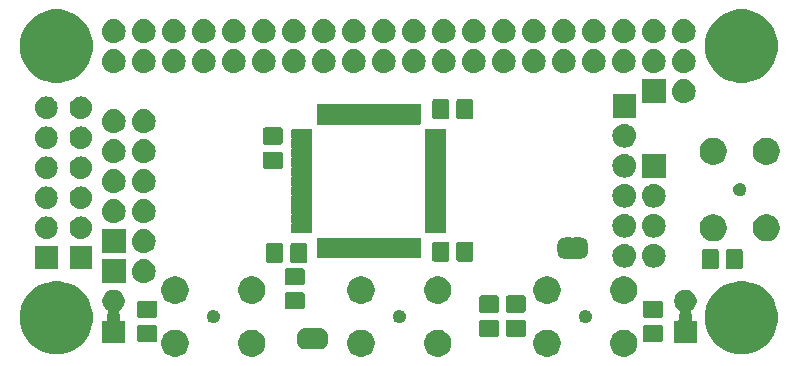
<source format=gts>
G04 #@! TF.GenerationSoftware,KiCad,Pcbnew,(5.1.4)-1*
G04 #@! TF.CreationDate,2020-02-28T00:59:22+00:00*
G04 #@! TF.ProjectId,rgb-to-hdmi,7267622d-746f-42d6-9864-6d692e6b6963,rev?*
G04 #@! TF.SameCoordinates,Original*
G04 #@! TF.FileFunction,Soldermask,Top*
G04 #@! TF.FilePolarity,Negative*
%FSLAX46Y46*%
G04 Gerber Fmt 4.6, Leading zero omitted, Abs format (unit mm)*
G04 Created by KiCad (PCBNEW (5.1.4)-1) date 2020-02-28 00:59:22*
%MOMM*%
%LPD*%
G04 APERTURE LIST*
%ADD10C,0.100000*%
G04 APERTURE END LIST*
D10*
G36*
X67887443Y-52041154D02*
G01*
X68096728Y-52127842D01*
X68285081Y-52253696D01*
X68445264Y-52413879D01*
X68571118Y-52602232D01*
X68657806Y-52811517D01*
X68702000Y-53033695D01*
X68702000Y-53260225D01*
X68657806Y-53482403D01*
X68571118Y-53691688D01*
X68445264Y-53880041D01*
X68285081Y-54040224D01*
X68096728Y-54166078D01*
X67887443Y-54252766D01*
X67665265Y-54296960D01*
X67438735Y-54296960D01*
X67216557Y-54252766D01*
X67007272Y-54166078D01*
X66818919Y-54040224D01*
X66658736Y-53880041D01*
X66532882Y-53691688D01*
X66446194Y-53482403D01*
X66402000Y-53260225D01*
X66402000Y-53033695D01*
X66446194Y-52811517D01*
X66532882Y-52602232D01*
X66658736Y-52413879D01*
X66818919Y-52253696D01*
X67007272Y-52127842D01*
X67216557Y-52041154D01*
X67438735Y-51996960D01*
X67665265Y-51996960D01*
X67887443Y-52041154D01*
X67887443Y-52041154D01*
G37*
G36*
X61387443Y-52041154D02*
G01*
X61596728Y-52127842D01*
X61785081Y-52253696D01*
X61945264Y-52413879D01*
X62071118Y-52602232D01*
X62157806Y-52811517D01*
X62202000Y-53033695D01*
X62202000Y-53260225D01*
X62157806Y-53482403D01*
X62071118Y-53691688D01*
X61945264Y-53880041D01*
X61785081Y-54040224D01*
X61596728Y-54166078D01*
X61387443Y-54252766D01*
X61165265Y-54296960D01*
X60938735Y-54296960D01*
X60716557Y-54252766D01*
X60507272Y-54166078D01*
X60318919Y-54040224D01*
X60158736Y-53880041D01*
X60032882Y-53691688D01*
X59946194Y-53482403D01*
X59902000Y-53260225D01*
X59902000Y-53033695D01*
X59946194Y-52811517D01*
X60032882Y-52602232D01*
X60158736Y-52413879D01*
X60318919Y-52253696D01*
X60507272Y-52127842D01*
X60716557Y-52041154D01*
X60938735Y-51996960D01*
X61165265Y-51996960D01*
X61387443Y-52041154D01*
X61387443Y-52041154D01*
G37*
G36*
X29891443Y-52041154D02*
G01*
X30100728Y-52127842D01*
X30289081Y-52253696D01*
X30449264Y-52413879D01*
X30575118Y-52602232D01*
X30661806Y-52811517D01*
X30706000Y-53033695D01*
X30706000Y-53260225D01*
X30661806Y-53482403D01*
X30575118Y-53691688D01*
X30449264Y-53880041D01*
X30289081Y-54040224D01*
X30100728Y-54166078D01*
X29891443Y-54252766D01*
X29669265Y-54296960D01*
X29442735Y-54296960D01*
X29220557Y-54252766D01*
X29011272Y-54166078D01*
X28822919Y-54040224D01*
X28662736Y-53880041D01*
X28536882Y-53691688D01*
X28450194Y-53482403D01*
X28406000Y-53260225D01*
X28406000Y-53031474D01*
X28402157Y-52992456D01*
X28390776Y-52954938D01*
X28380151Y-52935061D01*
X28393420Y-52924172D01*
X28418292Y-52893864D01*
X28436774Y-52859287D01*
X28448155Y-52821769D01*
X28450194Y-52811517D01*
X28536882Y-52602232D01*
X28662736Y-52413879D01*
X28822919Y-52253696D01*
X29011272Y-52127842D01*
X29220557Y-52041154D01*
X29442735Y-51996960D01*
X29669265Y-51996960D01*
X29891443Y-52041154D01*
X29891443Y-52041154D01*
G37*
G36*
X36391443Y-52041154D02*
G01*
X36600728Y-52127842D01*
X36789081Y-52253696D01*
X36949264Y-52413879D01*
X37075118Y-52602232D01*
X37161806Y-52811517D01*
X37206000Y-53033695D01*
X37206000Y-53260225D01*
X37161806Y-53482403D01*
X37075118Y-53691688D01*
X36949264Y-53880041D01*
X36789081Y-54040224D01*
X36600728Y-54166078D01*
X36391443Y-54252766D01*
X36169265Y-54296960D01*
X35942735Y-54296960D01*
X35720557Y-54252766D01*
X35511272Y-54166078D01*
X35322919Y-54040224D01*
X35162736Y-53880041D01*
X35036882Y-53691688D01*
X34950194Y-53482403D01*
X34906000Y-53260225D01*
X34906000Y-53033695D01*
X34950194Y-52811517D01*
X35036882Y-52602232D01*
X35162736Y-52413879D01*
X35322919Y-52253696D01*
X35511272Y-52127842D01*
X35720557Y-52041154D01*
X35942735Y-51996960D01*
X36169265Y-51996960D01*
X36391443Y-52041154D01*
X36391443Y-52041154D01*
G37*
G36*
X45639443Y-52041154D02*
G01*
X45848728Y-52127842D01*
X46037081Y-52253696D01*
X46197264Y-52413879D01*
X46323118Y-52602232D01*
X46409806Y-52811517D01*
X46454000Y-53033695D01*
X46454000Y-53260225D01*
X46409806Y-53482403D01*
X46323118Y-53691688D01*
X46197264Y-53880041D01*
X46037081Y-54040224D01*
X45848728Y-54166078D01*
X45639443Y-54252766D01*
X45417265Y-54296960D01*
X45190735Y-54296960D01*
X44968557Y-54252766D01*
X44759272Y-54166078D01*
X44570919Y-54040224D01*
X44410736Y-53880041D01*
X44284882Y-53691688D01*
X44198194Y-53482403D01*
X44154000Y-53260225D01*
X44154000Y-53033695D01*
X44198194Y-52811517D01*
X44284882Y-52602232D01*
X44410736Y-52413879D01*
X44570919Y-52253696D01*
X44759272Y-52127842D01*
X44968557Y-52041154D01*
X45190735Y-51996960D01*
X45417265Y-51996960D01*
X45639443Y-52041154D01*
X45639443Y-52041154D01*
G37*
G36*
X52139443Y-52041154D02*
G01*
X52348728Y-52127842D01*
X52537081Y-52253696D01*
X52697264Y-52413879D01*
X52823118Y-52602232D01*
X52909806Y-52811517D01*
X52954000Y-53033695D01*
X52954000Y-53260225D01*
X52909806Y-53482403D01*
X52823118Y-53691688D01*
X52697264Y-53880041D01*
X52537081Y-54040224D01*
X52348728Y-54166078D01*
X52139443Y-54252766D01*
X51917265Y-54296960D01*
X51690735Y-54296960D01*
X51468557Y-54252766D01*
X51259272Y-54166078D01*
X51070919Y-54040224D01*
X50910736Y-53880041D01*
X50784882Y-53691688D01*
X50698194Y-53482403D01*
X50654000Y-53260225D01*
X50654000Y-53033695D01*
X50698194Y-52811517D01*
X50784882Y-52602232D01*
X50910736Y-52413879D01*
X51070919Y-52253696D01*
X51259272Y-52127842D01*
X51468557Y-52041154D01*
X51690735Y-51996960D01*
X51917265Y-51996960D01*
X52139443Y-52041154D01*
X52139443Y-52041154D01*
G37*
G36*
X19977983Y-47934344D02*
G01*
X20404237Y-48019131D01*
X20968401Y-48252815D01*
X21476135Y-48592072D01*
X21907928Y-49023865D01*
X22247185Y-49531599D01*
X22378269Y-49848065D01*
X22480869Y-50095763D01*
X22600000Y-50694676D01*
X22600000Y-51305324D01*
X22590010Y-51355548D01*
X22480869Y-51904237D01*
X22247185Y-52468401D01*
X21907928Y-52976135D01*
X21476135Y-53407928D01*
X20968401Y-53747185D01*
X20404237Y-53980869D01*
X19805324Y-54100000D01*
X19194676Y-54100000D01*
X18595763Y-53980869D01*
X18031599Y-53747185D01*
X17523865Y-53407928D01*
X17092072Y-52976135D01*
X16752815Y-52468401D01*
X16519131Y-51904237D01*
X16409990Y-51355548D01*
X16400000Y-51305324D01*
X16400000Y-50694676D01*
X16519131Y-50095763D01*
X16621731Y-49848065D01*
X16752815Y-49531599D01*
X17092072Y-49023865D01*
X17523865Y-48592072D01*
X18031599Y-48252815D01*
X18595763Y-48019131D01*
X19022017Y-47934344D01*
X19194676Y-47900000D01*
X19805324Y-47900000D01*
X19977983Y-47934344D01*
X19977983Y-47934344D01*
G37*
G36*
X77977983Y-47934344D02*
G01*
X78404237Y-48019131D01*
X78968401Y-48252815D01*
X79476135Y-48592072D01*
X79907928Y-49023865D01*
X80247185Y-49531599D01*
X80378269Y-49848065D01*
X80480869Y-50095763D01*
X80600000Y-50694676D01*
X80600000Y-51305324D01*
X80590010Y-51355548D01*
X80480869Y-51904237D01*
X80247185Y-52468401D01*
X79907928Y-52976135D01*
X79476135Y-53407928D01*
X78968401Y-53747185D01*
X78404237Y-53980869D01*
X77805324Y-54100000D01*
X77194676Y-54100000D01*
X76595763Y-53980869D01*
X76031599Y-53747185D01*
X75523865Y-53407928D01*
X75092072Y-52976135D01*
X74752815Y-52468401D01*
X74519131Y-51904237D01*
X74409990Y-51355548D01*
X74400000Y-51305324D01*
X74400000Y-50694676D01*
X74519131Y-50095763D01*
X74621731Y-49848065D01*
X74752815Y-49531599D01*
X75092072Y-49023865D01*
X75523865Y-48592072D01*
X76031599Y-48252815D01*
X76595763Y-48019131D01*
X77022017Y-47934344D01*
X77194676Y-47900000D01*
X77805324Y-47900000D01*
X77977983Y-47934344D01*
X77977983Y-47934344D01*
G37*
G36*
X41046952Y-51880474D02*
G01*
X41046960Y-51880474D01*
X41076365Y-51883370D01*
X41104640Y-51891947D01*
X41104642Y-51891948D01*
X41106768Y-51892593D01*
X41138907Y-51905905D01*
X41177361Y-51913553D01*
X41216568Y-51913553D01*
X41255021Y-51905903D01*
X41287153Y-51892593D01*
X41289277Y-51891949D01*
X41289280Y-51891947D01*
X41317555Y-51883370D01*
X41346960Y-51880474D01*
X41346968Y-51880474D01*
X41356787Y-51879507D01*
X41837133Y-51879507D01*
X41846951Y-51880474D01*
X41846960Y-51880474D01*
X41851823Y-51880953D01*
X41871408Y-51881915D01*
X41886142Y-51881915D01*
X41895960Y-51882882D01*
X41895969Y-51882882D01*
X41925374Y-51885778D01*
X41925385Y-51885780D01*
X41935201Y-51886747D01*
X42012056Y-51902035D01*
X42021491Y-51904897D01*
X42021507Y-51904900D01*
X42049782Y-51913477D01*
X42049790Y-51913480D01*
X42059238Y-51916346D01*
X42131628Y-51946331D01*
X42140334Y-51950984D01*
X42140338Y-51950986D01*
X42166397Y-51964915D01*
X42175100Y-51969567D01*
X42240261Y-52013107D01*
X42247884Y-52019363D01*
X42247896Y-52019371D01*
X42270736Y-52038116D01*
X42270740Y-52038120D01*
X42278368Y-52044380D01*
X42333780Y-52099792D01*
X42340040Y-52107420D01*
X42340044Y-52107424D01*
X42358789Y-52130264D01*
X42358797Y-52130276D01*
X42365053Y-52137899D01*
X42408593Y-52203060D01*
X42413244Y-52211761D01*
X42413245Y-52211763D01*
X42427174Y-52237822D01*
X42427176Y-52237826D01*
X42431829Y-52246532D01*
X42461814Y-52318922D01*
X42464680Y-52328370D01*
X42464683Y-52328378D01*
X42473260Y-52356653D01*
X42473263Y-52356669D01*
X42476125Y-52366104D01*
X42491413Y-52442959D01*
X42492380Y-52452775D01*
X42492382Y-52452786D01*
X42495278Y-52482191D01*
X42495278Y-52482200D01*
X42496245Y-52492018D01*
X42496245Y-52506752D01*
X42497207Y-52526337D01*
X42497686Y-52531200D01*
X42497686Y-52531209D01*
X42498653Y-52541027D01*
X42498653Y-53021373D01*
X42497686Y-53031191D01*
X42497686Y-53031200D01*
X42497207Y-53036063D01*
X42496245Y-53055648D01*
X42496245Y-53070382D01*
X42495278Y-53080200D01*
X42495278Y-53080209D01*
X42492382Y-53109614D01*
X42492380Y-53109625D01*
X42491413Y-53119441D01*
X42476125Y-53196296D01*
X42473263Y-53205731D01*
X42473260Y-53205747D01*
X42464683Y-53234022D01*
X42464680Y-53234030D01*
X42461814Y-53243478D01*
X42431829Y-53315868D01*
X42427176Y-53324574D01*
X42427174Y-53324578D01*
X42413245Y-53350637D01*
X42408593Y-53359340D01*
X42365053Y-53424501D01*
X42358797Y-53432124D01*
X42358789Y-53432136D01*
X42340044Y-53454976D01*
X42340040Y-53454980D01*
X42333780Y-53462608D01*
X42278368Y-53518020D01*
X42270740Y-53524280D01*
X42270736Y-53524284D01*
X42247896Y-53543029D01*
X42247884Y-53543037D01*
X42240261Y-53549293D01*
X42175100Y-53592833D01*
X42166399Y-53597484D01*
X42166397Y-53597485D01*
X42140338Y-53611414D01*
X42140334Y-53611416D01*
X42131628Y-53616069D01*
X42059238Y-53646054D01*
X42049790Y-53648920D01*
X42049782Y-53648923D01*
X42021507Y-53657500D01*
X42021491Y-53657503D01*
X42012056Y-53660365D01*
X41935201Y-53675653D01*
X41925385Y-53676620D01*
X41925374Y-53676622D01*
X41895969Y-53679518D01*
X41895960Y-53679518D01*
X41886142Y-53680485D01*
X41871408Y-53680485D01*
X41851823Y-53681447D01*
X41846960Y-53681926D01*
X41846951Y-53681926D01*
X41837133Y-53682893D01*
X41356787Y-53682893D01*
X41346968Y-53681926D01*
X41346960Y-53681926D01*
X41317555Y-53679030D01*
X41289280Y-53670453D01*
X41289278Y-53670452D01*
X41287152Y-53669807D01*
X41255013Y-53656495D01*
X41216559Y-53648847D01*
X41177352Y-53648847D01*
X41138899Y-53656497D01*
X41106767Y-53669807D01*
X41104643Y-53670451D01*
X41104640Y-53670453D01*
X41076365Y-53679030D01*
X41046960Y-53681926D01*
X41046952Y-53681926D01*
X41037133Y-53682893D01*
X40556787Y-53682893D01*
X40546969Y-53681926D01*
X40546960Y-53681926D01*
X40542097Y-53681447D01*
X40522512Y-53680485D01*
X40507778Y-53680485D01*
X40497960Y-53679518D01*
X40497951Y-53679518D01*
X40468546Y-53676622D01*
X40468535Y-53676620D01*
X40458719Y-53675653D01*
X40381864Y-53660365D01*
X40372429Y-53657503D01*
X40372413Y-53657500D01*
X40344138Y-53648923D01*
X40344130Y-53648920D01*
X40334682Y-53646054D01*
X40262292Y-53616069D01*
X40253586Y-53611416D01*
X40253582Y-53611414D01*
X40227523Y-53597485D01*
X40227521Y-53597484D01*
X40218820Y-53592833D01*
X40153659Y-53549293D01*
X40146036Y-53543037D01*
X40146024Y-53543029D01*
X40123184Y-53524284D01*
X40123180Y-53524280D01*
X40115552Y-53518020D01*
X40060140Y-53462608D01*
X40053880Y-53454980D01*
X40053876Y-53454976D01*
X40035131Y-53432136D01*
X40035123Y-53432124D01*
X40028867Y-53424501D01*
X39985327Y-53359340D01*
X39980675Y-53350637D01*
X39966746Y-53324578D01*
X39966744Y-53324574D01*
X39962091Y-53315868D01*
X39932106Y-53243478D01*
X39929240Y-53234030D01*
X39929237Y-53234022D01*
X39920660Y-53205747D01*
X39920657Y-53205731D01*
X39917795Y-53196296D01*
X39902507Y-53119441D01*
X39901540Y-53109625D01*
X39901538Y-53109614D01*
X39898642Y-53080209D01*
X39898642Y-53080200D01*
X39897675Y-53070382D01*
X39897675Y-53055648D01*
X39896713Y-53036063D01*
X39896234Y-53031200D01*
X39896234Y-53031191D01*
X39895267Y-53021373D01*
X39895267Y-52541027D01*
X39896234Y-52531209D01*
X39896234Y-52531200D01*
X39896713Y-52526337D01*
X39897675Y-52506752D01*
X39897675Y-52492018D01*
X39898642Y-52482200D01*
X39898642Y-52482191D01*
X39901538Y-52452786D01*
X39901540Y-52452775D01*
X39902507Y-52442959D01*
X39917795Y-52366104D01*
X39920657Y-52356669D01*
X39920660Y-52356653D01*
X39929237Y-52328378D01*
X39929240Y-52328370D01*
X39932106Y-52318922D01*
X39962091Y-52246532D01*
X39966744Y-52237826D01*
X39966746Y-52237822D01*
X39980675Y-52211763D01*
X39980676Y-52211761D01*
X39985327Y-52203060D01*
X40028867Y-52137899D01*
X40035123Y-52130276D01*
X40035131Y-52130264D01*
X40053876Y-52107424D01*
X40053880Y-52107420D01*
X40060140Y-52099792D01*
X40115552Y-52044380D01*
X40123180Y-52038120D01*
X40123184Y-52038116D01*
X40146024Y-52019371D01*
X40146036Y-52019363D01*
X40153659Y-52013107D01*
X40218820Y-51969567D01*
X40227523Y-51964915D01*
X40253582Y-51950986D01*
X40253586Y-51950984D01*
X40262292Y-51946331D01*
X40334682Y-51916346D01*
X40344130Y-51913480D01*
X40344138Y-51913477D01*
X40372413Y-51904900D01*
X40372429Y-51904897D01*
X40381864Y-51902035D01*
X40458719Y-51886747D01*
X40468535Y-51885780D01*
X40468546Y-51885778D01*
X40497951Y-51882882D01*
X40497960Y-51882882D01*
X40507778Y-51881915D01*
X40522512Y-51881915D01*
X40542097Y-51880953D01*
X40546960Y-51880474D01*
X40546969Y-51880474D01*
X40556787Y-51879507D01*
X41037133Y-51879507D01*
X41046952Y-51880474D01*
X41046952Y-51880474D01*
G37*
G36*
X73036105Y-48657468D02*
G01*
X73208994Y-48729081D01*
X73364590Y-48833047D01*
X73496913Y-48965370D01*
X73594193Y-49110960D01*
X73600880Y-49120968D01*
X73672492Y-49293855D01*
X73709000Y-49477393D01*
X73709000Y-49664527D01*
X73672492Y-49848065D01*
X73616044Y-49984344D01*
X73600879Y-50020954D01*
X73496913Y-50176550D01*
X73364590Y-50308873D01*
X73297855Y-50353464D01*
X73267554Y-50378332D01*
X73242682Y-50408639D01*
X73224200Y-50443216D01*
X73212819Y-50480735D01*
X73208976Y-50519753D01*
X73212819Y-50558770D01*
X73224200Y-50596289D01*
X73242680Y-50630863D01*
X73246404Y-50636437D01*
X73287864Y-50736530D01*
X73309000Y-50842790D01*
X73309000Y-50951130D01*
X73292925Y-51031943D01*
X73289082Y-51070960D01*
X73292925Y-51109978D01*
X73304306Y-51147497D01*
X73322788Y-51182074D01*
X73347660Y-51212381D01*
X73377967Y-51237254D01*
X73412544Y-51255736D01*
X73450063Y-51267117D01*
X73489081Y-51270960D01*
X73709000Y-51270960D01*
X73709000Y-53170960D01*
X71809000Y-53170960D01*
X71809000Y-51270960D01*
X72028919Y-51270960D01*
X72067937Y-51267117D01*
X72105455Y-51255736D01*
X72140032Y-51237254D01*
X72170340Y-51212382D01*
X72195212Y-51182074D01*
X72213694Y-51147497D01*
X72225075Y-51109979D01*
X72228918Y-51070961D01*
X72225075Y-51031943D01*
X72209000Y-50951130D01*
X72209000Y-50842790D01*
X72230136Y-50736530D01*
X72271596Y-50636437D01*
X72275320Y-50630863D01*
X72293801Y-50596285D01*
X72305182Y-50558767D01*
X72309024Y-50519749D01*
X72305180Y-50480731D01*
X72293799Y-50443213D01*
X72275316Y-50408636D01*
X72250443Y-50378329D01*
X72220145Y-50353464D01*
X72153410Y-50308873D01*
X72021087Y-50176550D01*
X71917121Y-50020954D01*
X71901957Y-49984344D01*
X71845508Y-49848065D01*
X71809000Y-49664527D01*
X71809000Y-49477393D01*
X71845508Y-49293855D01*
X71917120Y-49120968D01*
X71923807Y-49110960D01*
X72021087Y-48965370D01*
X72153410Y-48833047D01*
X72309006Y-48729081D01*
X72481895Y-48657468D01*
X72665433Y-48620960D01*
X72852567Y-48620960D01*
X73036105Y-48657468D01*
X73036105Y-48657468D01*
G37*
G36*
X24626105Y-48657468D02*
G01*
X24798994Y-48729081D01*
X24954590Y-48833047D01*
X25086913Y-48965370D01*
X25184193Y-49110960D01*
X25190880Y-49120968D01*
X25262492Y-49293855D01*
X25299000Y-49477393D01*
X25299000Y-49664527D01*
X25262492Y-49848065D01*
X25206044Y-49984344D01*
X25190879Y-50020954D01*
X25086913Y-50176550D01*
X24954590Y-50308873D01*
X24887855Y-50353464D01*
X24857554Y-50378332D01*
X24832682Y-50408639D01*
X24814200Y-50443216D01*
X24802819Y-50480735D01*
X24798976Y-50519753D01*
X24802819Y-50558770D01*
X24814200Y-50596289D01*
X24832680Y-50630863D01*
X24836404Y-50636437D01*
X24877864Y-50736530D01*
X24899000Y-50842790D01*
X24899000Y-50951130D01*
X24882925Y-51031943D01*
X24879082Y-51070960D01*
X24882925Y-51109978D01*
X24894306Y-51147497D01*
X24912788Y-51182074D01*
X24937660Y-51212381D01*
X24967967Y-51237254D01*
X25002544Y-51255736D01*
X25040063Y-51267117D01*
X25079081Y-51270960D01*
X25299000Y-51270960D01*
X25299000Y-53170960D01*
X23399000Y-53170960D01*
X23399000Y-51270960D01*
X23618919Y-51270960D01*
X23657937Y-51267117D01*
X23695455Y-51255736D01*
X23730032Y-51237254D01*
X23760340Y-51212382D01*
X23785212Y-51182074D01*
X23803694Y-51147497D01*
X23815075Y-51109979D01*
X23818918Y-51070961D01*
X23815075Y-51031943D01*
X23799000Y-50951130D01*
X23799000Y-50842790D01*
X23820136Y-50736530D01*
X23861596Y-50636437D01*
X23865320Y-50630863D01*
X23883801Y-50596285D01*
X23895182Y-50558767D01*
X23899024Y-50519749D01*
X23895180Y-50480731D01*
X23883799Y-50443213D01*
X23865316Y-50408636D01*
X23840443Y-50378329D01*
X23810145Y-50353464D01*
X23743410Y-50308873D01*
X23611087Y-50176550D01*
X23507121Y-50020954D01*
X23491957Y-49984344D01*
X23435508Y-49848065D01*
X23399000Y-49664527D01*
X23399000Y-49477393D01*
X23435508Y-49293855D01*
X23507120Y-49120968D01*
X23513807Y-49110960D01*
X23611087Y-48965370D01*
X23743410Y-48833047D01*
X23899006Y-48729081D01*
X24071895Y-48657468D01*
X24255433Y-48620960D01*
X24442567Y-48620960D01*
X24626105Y-48657468D01*
X24626105Y-48657468D01*
G37*
G36*
X70689080Y-51605794D02*
G01*
X70726825Y-51617244D01*
X70761613Y-51635838D01*
X70792101Y-51660859D01*
X70817122Y-51691347D01*
X70835716Y-51726135D01*
X70847166Y-51763880D01*
X70852000Y-51812960D01*
X70852000Y-52838960D01*
X70847166Y-52888040D01*
X70835716Y-52925785D01*
X70817122Y-52960573D01*
X70792101Y-52991061D01*
X70761613Y-53016082D01*
X70726825Y-53034676D01*
X70689080Y-53046126D01*
X70640000Y-53050960D01*
X69364000Y-53050960D01*
X69314920Y-53046126D01*
X69277175Y-53034676D01*
X69242387Y-53016082D01*
X69211899Y-52991061D01*
X69186878Y-52960573D01*
X69168284Y-52925785D01*
X69156834Y-52888040D01*
X69152000Y-52838960D01*
X69152000Y-51812960D01*
X69156834Y-51763880D01*
X69168284Y-51726135D01*
X69186878Y-51691347D01*
X69211899Y-51660859D01*
X69242387Y-51635838D01*
X69277175Y-51617244D01*
X69314920Y-51605794D01*
X69364000Y-51600960D01*
X70640000Y-51600960D01*
X70689080Y-51605794D01*
X70689080Y-51605794D01*
G37*
G36*
X27889080Y-51605794D02*
G01*
X27926825Y-51617244D01*
X27961613Y-51635838D01*
X27992101Y-51660859D01*
X28017122Y-51691347D01*
X28035716Y-51726135D01*
X28047166Y-51763880D01*
X28052000Y-51812960D01*
X28052000Y-52782751D01*
X28055843Y-52821769D01*
X28067224Y-52859287D01*
X28077849Y-52879164D01*
X28064580Y-52890053D01*
X28039708Y-52920361D01*
X28029617Y-52937196D01*
X28017122Y-52960573D01*
X27992101Y-52991061D01*
X27961613Y-53016082D01*
X27926825Y-53034676D01*
X27889080Y-53046126D01*
X27840000Y-53050960D01*
X26564000Y-53050960D01*
X26514920Y-53046126D01*
X26477175Y-53034676D01*
X26442387Y-53016082D01*
X26411899Y-52991061D01*
X26386878Y-52960573D01*
X26368284Y-52925785D01*
X26356834Y-52888040D01*
X26352000Y-52838960D01*
X26352000Y-51812960D01*
X26356834Y-51763880D01*
X26368284Y-51726135D01*
X26386878Y-51691347D01*
X26411899Y-51660859D01*
X26442387Y-51635838D01*
X26477175Y-51617244D01*
X26514920Y-51605794D01*
X26564000Y-51600960D01*
X27840000Y-51600960D01*
X27889080Y-51605794D01*
X27889080Y-51605794D01*
G37*
G36*
X59095080Y-51165794D02*
G01*
X59132825Y-51177244D01*
X59167613Y-51195838D01*
X59198101Y-51220859D01*
X59223122Y-51251347D01*
X59241716Y-51286135D01*
X59253166Y-51323880D01*
X59258000Y-51372960D01*
X59258000Y-52398960D01*
X59253166Y-52448040D01*
X59241716Y-52485785D01*
X59223122Y-52520573D01*
X59198101Y-52551061D01*
X59167613Y-52576082D01*
X59132825Y-52594676D01*
X59095080Y-52606126D01*
X59046000Y-52610960D01*
X57770000Y-52610960D01*
X57720920Y-52606126D01*
X57683175Y-52594676D01*
X57648387Y-52576082D01*
X57617899Y-52551061D01*
X57592878Y-52520573D01*
X57574284Y-52485785D01*
X57562834Y-52448040D01*
X57558000Y-52398960D01*
X57558000Y-51372960D01*
X57562834Y-51323880D01*
X57574284Y-51286135D01*
X57592878Y-51251347D01*
X57617899Y-51220859D01*
X57648387Y-51195838D01*
X57683175Y-51177244D01*
X57720920Y-51165794D01*
X57770000Y-51160960D01*
X59046000Y-51160960D01*
X59095080Y-51165794D01*
X59095080Y-51165794D01*
G37*
G36*
X56821780Y-51165794D02*
G01*
X56859525Y-51177244D01*
X56894313Y-51195838D01*
X56924801Y-51220859D01*
X56949822Y-51251347D01*
X56968416Y-51286135D01*
X56979866Y-51323880D01*
X56984700Y-51372960D01*
X56984700Y-52398960D01*
X56979866Y-52448040D01*
X56968416Y-52485785D01*
X56949822Y-52520573D01*
X56924801Y-52551061D01*
X56894313Y-52576082D01*
X56859525Y-52594676D01*
X56821780Y-52606126D01*
X56772700Y-52610960D01*
X55496700Y-52610960D01*
X55447620Y-52606126D01*
X55409875Y-52594676D01*
X55375087Y-52576082D01*
X55344599Y-52551061D01*
X55319578Y-52520573D01*
X55300984Y-52485785D01*
X55289534Y-52448040D01*
X55284700Y-52398960D01*
X55284700Y-51372960D01*
X55289534Y-51323880D01*
X55300984Y-51286135D01*
X55319578Y-51251347D01*
X55344599Y-51220859D01*
X55375087Y-51195838D01*
X55409875Y-51177244D01*
X55447620Y-51165794D01*
X55496700Y-51160960D01*
X56772700Y-51160960D01*
X56821780Y-51165794D01*
X56821780Y-51165794D01*
G37*
G36*
X48714430Y-50368096D02*
G01*
X48814521Y-50409555D01*
X48904603Y-50469746D01*
X48981214Y-50546357D01*
X49041405Y-50636439D01*
X49082864Y-50736530D01*
X49104000Y-50842790D01*
X49104000Y-50951130D01*
X49082864Y-51057390D01*
X49041405Y-51157481D01*
X48981214Y-51247563D01*
X48904603Y-51324174D01*
X48814521Y-51384365D01*
X48714430Y-51425824D01*
X48608170Y-51446960D01*
X48499830Y-51446960D01*
X48393570Y-51425824D01*
X48293479Y-51384365D01*
X48203397Y-51324174D01*
X48126786Y-51247563D01*
X48066595Y-51157481D01*
X48025136Y-51057390D01*
X48004000Y-50951130D01*
X48004000Y-50842790D01*
X48025136Y-50736530D01*
X48066595Y-50636439D01*
X48126786Y-50546357D01*
X48203397Y-50469746D01*
X48293479Y-50409555D01*
X48393570Y-50368096D01*
X48499830Y-50346960D01*
X48608170Y-50346960D01*
X48714430Y-50368096D01*
X48714430Y-50368096D01*
G37*
G36*
X64462430Y-50368096D02*
G01*
X64562521Y-50409555D01*
X64652603Y-50469746D01*
X64729214Y-50546357D01*
X64789405Y-50636439D01*
X64830864Y-50736530D01*
X64852000Y-50842790D01*
X64852000Y-50951130D01*
X64830864Y-51057390D01*
X64789405Y-51157481D01*
X64729214Y-51247563D01*
X64652603Y-51324174D01*
X64562521Y-51384365D01*
X64462430Y-51425824D01*
X64356170Y-51446960D01*
X64247830Y-51446960D01*
X64141570Y-51425824D01*
X64041479Y-51384365D01*
X63951397Y-51324174D01*
X63874786Y-51247563D01*
X63814595Y-51157481D01*
X63773136Y-51057390D01*
X63752000Y-50951130D01*
X63752000Y-50842790D01*
X63773136Y-50736530D01*
X63814595Y-50636439D01*
X63874786Y-50546357D01*
X63951397Y-50469746D01*
X64041479Y-50409555D01*
X64141570Y-50368096D01*
X64247830Y-50346960D01*
X64356170Y-50346960D01*
X64462430Y-50368096D01*
X64462430Y-50368096D01*
G37*
G36*
X32966430Y-50368096D02*
G01*
X33066521Y-50409555D01*
X33156603Y-50469746D01*
X33233214Y-50546357D01*
X33293405Y-50636439D01*
X33334864Y-50736530D01*
X33356000Y-50842790D01*
X33356000Y-50951130D01*
X33334864Y-51057390D01*
X33293405Y-51157481D01*
X33233214Y-51247563D01*
X33156603Y-51324174D01*
X33066521Y-51384365D01*
X32966430Y-51425824D01*
X32860170Y-51446960D01*
X32751830Y-51446960D01*
X32645570Y-51425824D01*
X32545479Y-51384365D01*
X32455397Y-51324174D01*
X32378786Y-51247563D01*
X32318595Y-51157481D01*
X32277136Y-51057390D01*
X32256000Y-50951130D01*
X32256000Y-50842790D01*
X32277136Y-50736530D01*
X32318595Y-50636439D01*
X32378786Y-50546357D01*
X32455397Y-50469746D01*
X32545479Y-50409555D01*
X32645570Y-50368096D01*
X32751830Y-50346960D01*
X32860170Y-50346960D01*
X32966430Y-50368096D01*
X32966430Y-50368096D01*
G37*
G36*
X27889080Y-49555794D02*
G01*
X27926825Y-49567244D01*
X27961613Y-49585838D01*
X27992101Y-49610859D01*
X28017122Y-49641347D01*
X28035716Y-49676135D01*
X28047166Y-49713880D01*
X28052000Y-49762960D01*
X28052000Y-50788960D01*
X28047166Y-50838040D01*
X28035716Y-50875785D01*
X28017122Y-50910573D01*
X27992101Y-50941061D01*
X27961613Y-50966082D01*
X27926825Y-50984676D01*
X27889080Y-50996126D01*
X27840000Y-51000960D01*
X26564000Y-51000960D01*
X26514920Y-50996126D01*
X26477175Y-50984676D01*
X26442387Y-50966082D01*
X26411899Y-50941061D01*
X26386878Y-50910573D01*
X26368284Y-50875785D01*
X26356834Y-50838040D01*
X26352000Y-50788960D01*
X26352000Y-49762960D01*
X26356834Y-49713880D01*
X26368284Y-49676135D01*
X26386878Y-49641347D01*
X26411899Y-49610859D01*
X26442387Y-49585838D01*
X26477175Y-49567244D01*
X26514920Y-49555794D01*
X26564000Y-49550960D01*
X27840000Y-49550960D01*
X27889080Y-49555794D01*
X27889080Y-49555794D01*
G37*
G36*
X70689080Y-49555794D02*
G01*
X70726825Y-49567244D01*
X70761613Y-49585838D01*
X70792101Y-49610859D01*
X70817122Y-49641347D01*
X70835716Y-49676135D01*
X70847166Y-49713880D01*
X70852000Y-49762960D01*
X70852000Y-50788960D01*
X70847166Y-50838040D01*
X70835716Y-50875785D01*
X70817122Y-50910573D01*
X70792101Y-50941061D01*
X70761613Y-50966082D01*
X70726825Y-50984676D01*
X70689080Y-50996126D01*
X70640000Y-51000960D01*
X69364000Y-51000960D01*
X69314920Y-50996126D01*
X69277175Y-50984676D01*
X69242387Y-50966082D01*
X69211899Y-50941061D01*
X69186878Y-50910573D01*
X69168284Y-50875785D01*
X69156834Y-50838040D01*
X69152000Y-50788960D01*
X69152000Y-49762960D01*
X69156834Y-49713880D01*
X69168284Y-49676135D01*
X69186878Y-49641347D01*
X69211899Y-49610859D01*
X69242387Y-49585838D01*
X69277175Y-49567244D01*
X69314920Y-49555794D01*
X69364000Y-49550960D01*
X70640000Y-49550960D01*
X70689080Y-49555794D01*
X70689080Y-49555794D01*
G37*
G36*
X59095080Y-49115794D02*
G01*
X59132825Y-49127244D01*
X59167613Y-49145838D01*
X59198101Y-49170859D01*
X59223122Y-49201347D01*
X59241716Y-49236135D01*
X59253166Y-49273880D01*
X59258000Y-49322960D01*
X59258000Y-50348960D01*
X59253166Y-50398040D01*
X59241716Y-50435785D01*
X59223122Y-50470573D01*
X59198101Y-50501061D01*
X59167613Y-50526082D01*
X59132825Y-50544676D01*
X59095080Y-50556126D01*
X59046000Y-50560960D01*
X57770000Y-50560960D01*
X57720920Y-50556126D01*
X57683175Y-50544676D01*
X57648387Y-50526082D01*
X57617899Y-50501061D01*
X57592878Y-50470573D01*
X57574284Y-50435785D01*
X57562834Y-50398040D01*
X57558000Y-50348960D01*
X57558000Y-49322960D01*
X57562834Y-49273880D01*
X57574284Y-49236135D01*
X57592878Y-49201347D01*
X57617899Y-49170859D01*
X57648387Y-49145838D01*
X57683175Y-49127244D01*
X57720920Y-49115794D01*
X57770000Y-49110960D01*
X59046000Y-49110960D01*
X59095080Y-49115794D01*
X59095080Y-49115794D01*
G37*
G36*
X56821780Y-49115794D02*
G01*
X56859525Y-49127244D01*
X56894313Y-49145838D01*
X56924801Y-49170859D01*
X56949822Y-49201347D01*
X56968416Y-49236135D01*
X56979866Y-49273880D01*
X56984700Y-49322960D01*
X56984700Y-50348960D01*
X56979866Y-50398040D01*
X56968416Y-50435785D01*
X56949822Y-50470573D01*
X56924801Y-50501061D01*
X56894313Y-50526082D01*
X56859525Y-50544676D01*
X56821780Y-50556126D01*
X56772700Y-50560960D01*
X55496700Y-50560960D01*
X55447620Y-50556126D01*
X55409875Y-50544676D01*
X55375087Y-50526082D01*
X55344599Y-50501061D01*
X55319578Y-50470573D01*
X55300984Y-50435785D01*
X55289534Y-50398040D01*
X55284700Y-50348960D01*
X55284700Y-49322960D01*
X55289534Y-49273880D01*
X55300984Y-49236135D01*
X55319578Y-49201347D01*
X55344599Y-49170859D01*
X55375087Y-49145838D01*
X55409875Y-49127244D01*
X55447620Y-49115794D01*
X55496700Y-49110960D01*
X56772700Y-49110960D01*
X56821780Y-49115794D01*
X56821780Y-49115794D01*
G37*
G36*
X40362580Y-48854394D02*
G01*
X40400325Y-48865844D01*
X40435113Y-48884438D01*
X40465601Y-48909459D01*
X40490622Y-48939947D01*
X40509216Y-48974735D01*
X40520666Y-49012480D01*
X40525500Y-49061560D01*
X40525500Y-50087560D01*
X40520666Y-50136640D01*
X40509216Y-50174385D01*
X40490622Y-50209173D01*
X40465601Y-50239661D01*
X40435113Y-50264682D01*
X40400325Y-50283276D01*
X40362580Y-50294726D01*
X40313500Y-50299560D01*
X39037500Y-50299560D01*
X38988420Y-50294726D01*
X38950675Y-50283276D01*
X38915887Y-50264682D01*
X38885399Y-50239661D01*
X38860378Y-50209173D01*
X38841784Y-50174385D01*
X38830334Y-50136640D01*
X38825500Y-50087560D01*
X38825500Y-49061560D01*
X38830334Y-49012480D01*
X38841784Y-48974735D01*
X38860378Y-48939947D01*
X38885399Y-48909459D01*
X38915887Y-48884438D01*
X38950675Y-48865844D01*
X38988420Y-48854394D01*
X39037500Y-48849560D01*
X40313500Y-48849560D01*
X40362580Y-48854394D01*
X40362580Y-48854394D01*
G37*
G36*
X29891443Y-47541154D02*
G01*
X30100728Y-47627842D01*
X30289081Y-47753696D01*
X30449264Y-47913879D01*
X30575118Y-48102232D01*
X30661806Y-48311517D01*
X30706000Y-48533695D01*
X30706000Y-48760225D01*
X30661806Y-48982403D01*
X30575118Y-49191688D01*
X30449264Y-49380041D01*
X30289081Y-49540224D01*
X30100728Y-49666078D01*
X29908869Y-49745548D01*
X29891443Y-49752766D01*
X29669265Y-49796960D01*
X29442735Y-49796960D01*
X29220557Y-49752766D01*
X29203131Y-49745548D01*
X29011272Y-49666078D01*
X28822919Y-49540224D01*
X28662736Y-49380041D01*
X28536882Y-49191688D01*
X28450194Y-48982403D01*
X28406000Y-48760225D01*
X28406000Y-48533695D01*
X28450194Y-48311517D01*
X28536882Y-48102232D01*
X28662736Y-47913879D01*
X28822919Y-47753696D01*
X29011272Y-47627842D01*
X29220557Y-47541154D01*
X29442735Y-47496960D01*
X29669265Y-47496960D01*
X29891443Y-47541154D01*
X29891443Y-47541154D01*
G37*
G36*
X67887443Y-47541154D02*
G01*
X68096728Y-47627842D01*
X68285081Y-47753696D01*
X68445264Y-47913879D01*
X68571118Y-48102232D01*
X68657806Y-48311517D01*
X68702000Y-48533695D01*
X68702000Y-48760225D01*
X68657806Y-48982403D01*
X68571118Y-49191688D01*
X68445264Y-49380041D01*
X68285081Y-49540224D01*
X68096728Y-49666078D01*
X67904869Y-49745548D01*
X67887443Y-49752766D01*
X67665265Y-49796960D01*
X67438735Y-49796960D01*
X67216557Y-49752766D01*
X67199131Y-49745548D01*
X67007272Y-49666078D01*
X66818919Y-49540224D01*
X66658736Y-49380041D01*
X66532882Y-49191688D01*
X66446194Y-48982403D01*
X66402000Y-48760225D01*
X66402000Y-48533695D01*
X66446194Y-48311517D01*
X66532882Y-48102232D01*
X66658736Y-47913879D01*
X66818919Y-47753696D01*
X67007272Y-47627842D01*
X67216557Y-47541154D01*
X67438735Y-47496960D01*
X67665265Y-47496960D01*
X67887443Y-47541154D01*
X67887443Y-47541154D01*
G37*
G36*
X36391443Y-47541154D02*
G01*
X36600728Y-47627842D01*
X36789081Y-47753696D01*
X36949264Y-47913879D01*
X37075118Y-48102232D01*
X37161806Y-48311517D01*
X37206000Y-48533695D01*
X37206000Y-48760225D01*
X37161806Y-48982403D01*
X37075118Y-49191688D01*
X36949264Y-49380041D01*
X36789081Y-49540224D01*
X36600728Y-49666078D01*
X36408869Y-49745548D01*
X36391443Y-49752766D01*
X36169265Y-49796960D01*
X35942735Y-49796960D01*
X35720557Y-49752766D01*
X35703131Y-49745548D01*
X35511272Y-49666078D01*
X35322919Y-49540224D01*
X35162736Y-49380041D01*
X35036882Y-49191688D01*
X34950194Y-48982403D01*
X34906000Y-48760225D01*
X34906000Y-48533695D01*
X34950194Y-48311517D01*
X35036882Y-48102232D01*
X35162736Y-47913879D01*
X35322919Y-47753696D01*
X35511272Y-47627842D01*
X35720557Y-47541154D01*
X35942735Y-47496960D01*
X36169265Y-47496960D01*
X36391443Y-47541154D01*
X36391443Y-47541154D01*
G37*
G36*
X61387443Y-47541154D02*
G01*
X61596728Y-47627842D01*
X61785081Y-47753696D01*
X61945264Y-47913879D01*
X62071118Y-48102232D01*
X62157806Y-48311517D01*
X62202000Y-48533695D01*
X62202000Y-48760225D01*
X62157806Y-48982403D01*
X62071118Y-49191688D01*
X61945264Y-49380041D01*
X61785081Y-49540224D01*
X61596728Y-49666078D01*
X61387443Y-49752766D01*
X61165265Y-49796960D01*
X60938735Y-49796960D01*
X60716557Y-49752766D01*
X60507272Y-49666078D01*
X60318919Y-49540224D01*
X60158736Y-49380041D01*
X60032882Y-49191688D01*
X59946194Y-48982403D01*
X59902000Y-48760225D01*
X59902000Y-48533695D01*
X59946194Y-48311517D01*
X60032882Y-48102232D01*
X60158736Y-47913879D01*
X60318919Y-47753696D01*
X60507272Y-47627842D01*
X60716557Y-47541154D01*
X60938735Y-47496960D01*
X61165265Y-47496960D01*
X61387443Y-47541154D01*
X61387443Y-47541154D01*
G37*
G36*
X45639443Y-47541154D02*
G01*
X45848728Y-47627842D01*
X46037081Y-47753696D01*
X46197264Y-47913879D01*
X46323118Y-48102232D01*
X46409806Y-48311517D01*
X46454000Y-48533695D01*
X46454000Y-48760225D01*
X46409806Y-48982403D01*
X46323118Y-49191688D01*
X46197264Y-49380041D01*
X46037081Y-49540224D01*
X45848728Y-49666078D01*
X45639443Y-49752766D01*
X45417265Y-49796960D01*
X45190735Y-49796960D01*
X44968557Y-49752766D01*
X44759272Y-49666078D01*
X44570919Y-49540224D01*
X44410736Y-49380041D01*
X44284882Y-49191688D01*
X44198194Y-48982403D01*
X44154000Y-48760225D01*
X44154000Y-48533695D01*
X44198194Y-48311517D01*
X44284882Y-48102232D01*
X44410736Y-47913879D01*
X44570919Y-47753696D01*
X44759272Y-47627842D01*
X44968557Y-47541154D01*
X45190735Y-47496960D01*
X45417265Y-47496960D01*
X45639443Y-47541154D01*
X45639443Y-47541154D01*
G37*
G36*
X52139443Y-47541154D02*
G01*
X52348728Y-47627842D01*
X52537081Y-47753696D01*
X52697264Y-47913879D01*
X52823118Y-48102232D01*
X52909806Y-48311517D01*
X52954000Y-48533695D01*
X52954000Y-48760225D01*
X52909806Y-48982403D01*
X52823118Y-49191688D01*
X52697264Y-49380041D01*
X52537081Y-49540224D01*
X52348728Y-49666078D01*
X52156869Y-49745548D01*
X52139443Y-49752766D01*
X51917265Y-49796960D01*
X51690735Y-49796960D01*
X51468557Y-49752766D01*
X51451131Y-49745548D01*
X51259272Y-49666078D01*
X51070919Y-49540224D01*
X50910736Y-49380041D01*
X50784882Y-49191688D01*
X50698194Y-48982403D01*
X50654000Y-48760225D01*
X50654000Y-48533695D01*
X50698194Y-48311517D01*
X50784882Y-48102232D01*
X50910736Y-47913879D01*
X51070919Y-47753696D01*
X51259272Y-47627842D01*
X51468557Y-47541154D01*
X51690735Y-47496960D01*
X51917265Y-47496960D01*
X52139443Y-47541154D01*
X52139443Y-47541154D01*
G37*
G36*
X40362580Y-46804394D02*
G01*
X40400325Y-46815844D01*
X40435113Y-46834438D01*
X40465601Y-46859459D01*
X40490622Y-46889947D01*
X40509216Y-46924735D01*
X40520666Y-46962480D01*
X40525500Y-47011560D01*
X40525500Y-48037560D01*
X40520666Y-48086640D01*
X40509216Y-48124385D01*
X40490622Y-48159173D01*
X40465601Y-48189661D01*
X40435113Y-48214682D01*
X40400325Y-48233276D01*
X40362580Y-48244726D01*
X40313500Y-48249560D01*
X39037500Y-48249560D01*
X38988420Y-48244726D01*
X38950675Y-48233276D01*
X38915887Y-48214682D01*
X38885399Y-48189661D01*
X38860378Y-48159173D01*
X38841784Y-48124385D01*
X38830334Y-48086640D01*
X38825500Y-48037560D01*
X38825500Y-47011560D01*
X38830334Y-46962480D01*
X38841784Y-46924735D01*
X38860378Y-46889947D01*
X38885399Y-46859459D01*
X38915887Y-46834438D01*
X38950675Y-46815844D01*
X38988420Y-46804394D01*
X39037500Y-46799560D01*
X40313500Y-46799560D01*
X40362580Y-46804394D01*
X40362580Y-46804394D01*
G37*
G36*
X27108036Y-46065429D02*
G01*
X27296533Y-46122609D01*
X27408340Y-46182372D01*
X27470258Y-46215468D01*
X27622528Y-46340432D01*
X27747492Y-46492702D01*
X27747493Y-46492704D01*
X27840351Y-46666427D01*
X27897531Y-46854924D01*
X27916838Y-47050960D01*
X27897531Y-47246996D01*
X27840351Y-47435493D01*
X27783873Y-47541154D01*
X27747492Y-47609218D01*
X27622528Y-47761488D01*
X27470258Y-47886452D01*
X27470256Y-47886453D01*
X27296533Y-47979311D01*
X27108036Y-48036491D01*
X26961125Y-48050960D01*
X26862875Y-48050960D01*
X26715964Y-48036491D01*
X26527467Y-47979311D01*
X26353744Y-47886453D01*
X26353742Y-47886452D01*
X26201472Y-47761488D01*
X26076508Y-47609218D01*
X26040127Y-47541154D01*
X25983649Y-47435493D01*
X25926469Y-47246996D01*
X25907162Y-47050960D01*
X25926469Y-46854924D01*
X25983649Y-46666427D01*
X26076507Y-46492704D01*
X26076508Y-46492702D01*
X26201472Y-46340432D01*
X26353742Y-46215468D01*
X26415660Y-46182372D01*
X26527467Y-46122609D01*
X26715964Y-46065429D01*
X26862875Y-46050960D01*
X26961125Y-46050960D01*
X27108036Y-46065429D01*
X27108036Y-46065429D01*
G37*
G36*
X25372000Y-48050960D02*
G01*
X23372000Y-48050960D01*
X23372000Y-46050960D01*
X25372000Y-46050960D01*
X25372000Y-48050960D01*
X25372000Y-48050960D01*
G37*
G36*
X77470280Y-45189794D02*
G01*
X77508025Y-45201244D01*
X77542813Y-45219838D01*
X77573301Y-45244859D01*
X77598322Y-45275347D01*
X77616916Y-45310135D01*
X77628366Y-45347880D01*
X77633200Y-45396960D01*
X77633200Y-46672960D01*
X77628366Y-46722040D01*
X77616916Y-46759785D01*
X77598322Y-46794573D01*
X77573301Y-46825061D01*
X77542813Y-46850082D01*
X77508025Y-46868676D01*
X77470280Y-46880126D01*
X77421200Y-46884960D01*
X76395200Y-46884960D01*
X76346120Y-46880126D01*
X76308375Y-46868676D01*
X76273587Y-46850082D01*
X76243099Y-46825061D01*
X76218078Y-46794573D01*
X76199484Y-46759785D01*
X76188034Y-46722040D01*
X76183200Y-46672960D01*
X76183200Y-45396960D01*
X76188034Y-45347880D01*
X76199484Y-45310135D01*
X76218078Y-45275347D01*
X76243099Y-45244859D01*
X76273587Y-45219838D01*
X76308375Y-45201244D01*
X76346120Y-45189794D01*
X76395200Y-45184960D01*
X77421200Y-45184960D01*
X77470280Y-45189794D01*
X77470280Y-45189794D01*
G37*
G36*
X75420280Y-45189794D02*
G01*
X75458025Y-45201244D01*
X75492813Y-45219838D01*
X75523301Y-45244859D01*
X75548322Y-45275347D01*
X75566916Y-45310135D01*
X75578366Y-45347880D01*
X75583200Y-45396960D01*
X75583200Y-46672960D01*
X75578366Y-46722040D01*
X75566916Y-46759785D01*
X75548322Y-46794573D01*
X75523301Y-46825061D01*
X75492813Y-46850082D01*
X75458025Y-46868676D01*
X75420280Y-46880126D01*
X75371200Y-46884960D01*
X74345200Y-46884960D01*
X74296120Y-46880126D01*
X74258375Y-46868676D01*
X74223587Y-46850082D01*
X74193099Y-46825061D01*
X74168078Y-46794573D01*
X74149484Y-46759785D01*
X74138034Y-46722040D01*
X74133200Y-46672960D01*
X74133200Y-45396960D01*
X74138034Y-45347880D01*
X74149484Y-45310135D01*
X74168078Y-45275347D01*
X74193099Y-45244859D01*
X74223587Y-45219838D01*
X74258375Y-45201244D01*
X74296120Y-45189794D01*
X74345200Y-45184960D01*
X75371200Y-45184960D01*
X75420280Y-45189794D01*
X75420280Y-45189794D01*
G37*
G36*
X19607000Y-46857960D02*
G01*
X17707000Y-46857960D01*
X17707000Y-44957960D01*
X19607000Y-44957960D01*
X19607000Y-46857960D01*
X19607000Y-46857960D01*
G37*
G36*
X22528000Y-46857960D02*
G01*
X20628000Y-46857960D01*
X20628000Y-44957960D01*
X22528000Y-44957960D01*
X22528000Y-46857960D01*
X22528000Y-46857960D01*
G37*
G36*
X70288036Y-44770029D02*
G01*
X70476533Y-44827209D01*
X70638265Y-44913658D01*
X70650258Y-44920068D01*
X70802528Y-45045032D01*
X70927492Y-45197302D01*
X70927493Y-45197304D01*
X71020351Y-45371027D01*
X71077531Y-45559524D01*
X71096838Y-45755560D01*
X71077531Y-45951596D01*
X71020351Y-46140093D01*
X70943091Y-46284635D01*
X70927492Y-46313818D01*
X70802528Y-46466088D01*
X70650258Y-46591052D01*
X70650256Y-46591053D01*
X70476533Y-46683911D01*
X70288036Y-46741091D01*
X70141125Y-46755560D01*
X70042875Y-46755560D01*
X69895964Y-46741091D01*
X69707467Y-46683911D01*
X69533744Y-46591053D01*
X69533742Y-46591052D01*
X69381472Y-46466088D01*
X69256508Y-46313818D01*
X69240909Y-46284635D01*
X69163649Y-46140093D01*
X69106469Y-45951596D01*
X69087162Y-45755560D01*
X69106469Y-45559524D01*
X69163649Y-45371027D01*
X69256507Y-45197304D01*
X69256508Y-45197302D01*
X69381472Y-45045032D01*
X69533742Y-44920068D01*
X69545735Y-44913658D01*
X69707467Y-44827209D01*
X69895964Y-44770029D01*
X70042875Y-44755560D01*
X70141125Y-44755560D01*
X70288036Y-44770029D01*
X70288036Y-44770029D01*
G37*
G36*
X67796836Y-44768470D02*
G01*
X67985333Y-44825650D01*
X68103776Y-44888960D01*
X68159058Y-44918509D01*
X68311328Y-45043473D01*
X68436292Y-45195743D01*
X68436293Y-45195745D01*
X68529151Y-45369468D01*
X68586331Y-45557965D01*
X68605638Y-45754001D01*
X68586331Y-45950037D01*
X68529151Y-46138534D01*
X68442702Y-46300266D01*
X68436292Y-46312259D01*
X68311328Y-46464529D01*
X68159058Y-46589493D01*
X68159056Y-46589494D01*
X67985333Y-46682352D01*
X67796836Y-46739532D01*
X67649925Y-46754001D01*
X67551675Y-46754001D01*
X67404764Y-46739532D01*
X67216267Y-46682352D01*
X67042544Y-46589494D01*
X67042542Y-46589493D01*
X66890272Y-46464529D01*
X66765308Y-46312259D01*
X66758898Y-46300266D01*
X66672449Y-46138534D01*
X66615269Y-45950037D01*
X66595962Y-45754001D01*
X66615269Y-45557965D01*
X66672449Y-45369468D01*
X66765307Y-45195745D01*
X66765308Y-45195743D01*
X66890272Y-45043473D01*
X67042542Y-44918509D01*
X67097824Y-44888960D01*
X67216267Y-44825650D01*
X67404764Y-44768470D01*
X67551675Y-44754001D01*
X67649925Y-44754001D01*
X67796836Y-44768470D01*
X67796836Y-44768470D01*
G37*
G36*
X40589480Y-44681794D02*
G01*
X40627225Y-44693244D01*
X40662013Y-44711838D01*
X40692501Y-44736859D01*
X40717522Y-44767347D01*
X40736116Y-44802135D01*
X40747566Y-44839880D01*
X40752400Y-44888960D01*
X40752400Y-46164960D01*
X40747566Y-46214040D01*
X40736116Y-46251785D01*
X40717522Y-46286573D01*
X40692501Y-46317061D01*
X40662013Y-46342082D01*
X40627225Y-46360676D01*
X40589480Y-46372126D01*
X40540400Y-46376960D01*
X39514400Y-46376960D01*
X39465320Y-46372126D01*
X39427575Y-46360676D01*
X39392787Y-46342082D01*
X39362299Y-46317061D01*
X39337278Y-46286573D01*
X39318684Y-46251785D01*
X39307234Y-46214040D01*
X39302400Y-46164960D01*
X39302400Y-44888960D01*
X39307234Y-44839880D01*
X39318684Y-44802135D01*
X39337278Y-44767347D01*
X39362299Y-44736859D01*
X39392787Y-44711838D01*
X39427575Y-44693244D01*
X39465320Y-44681794D01*
X39514400Y-44676960D01*
X40540400Y-44676960D01*
X40589480Y-44681794D01*
X40589480Y-44681794D01*
G37*
G36*
X38539480Y-44681794D02*
G01*
X38577225Y-44693244D01*
X38612013Y-44711838D01*
X38642501Y-44736859D01*
X38667522Y-44767347D01*
X38686116Y-44802135D01*
X38697566Y-44839880D01*
X38702400Y-44888960D01*
X38702400Y-46164960D01*
X38697566Y-46214040D01*
X38686116Y-46251785D01*
X38667522Y-46286573D01*
X38642501Y-46317061D01*
X38612013Y-46342082D01*
X38577225Y-46360676D01*
X38539480Y-46372126D01*
X38490400Y-46376960D01*
X37464400Y-46376960D01*
X37415320Y-46372126D01*
X37377575Y-46360676D01*
X37342787Y-46342082D01*
X37312299Y-46317061D01*
X37287278Y-46286573D01*
X37268684Y-46251785D01*
X37257234Y-46214040D01*
X37252400Y-46164960D01*
X37252400Y-44888960D01*
X37257234Y-44839880D01*
X37268684Y-44802135D01*
X37287278Y-44767347D01*
X37312299Y-44736859D01*
X37342787Y-44711838D01*
X37377575Y-44693244D01*
X37415320Y-44681794D01*
X37464400Y-44676960D01*
X38490400Y-44676960D01*
X38539480Y-44681794D01*
X38539480Y-44681794D01*
G37*
G36*
X54661080Y-44554794D02*
G01*
X54698825Y-44566244D01*
X54733613Y-44584838D01*
X54764101Y-44609859D01*
X54789122Y-44640347D01*
X54807716Y-44675135D01*
X54819166Y-44712880D01*
X54824000Y-44761960D01*
X54824000Y-46037960D01*
X54819166Y-46087040D01*
X54807716Y-46124785D01*
X54789122Y-46159573D01*
X54764101Y-46190061D01*
X54733613Y-46215082D01*
X54698825Y-46233676D01*
X54661080Y-46245126D01*
X54612000Y-46249960D01*
X53586000Y-46249960D01*
X53536920Y-46245126D01*
X53499175Y-46233676D01*
X53464387Y-46215082D01*
X53433899Y-46190061D01*
X53408878Y-46159573D01*
X53390284Y-46124785D01*
X53378834Y-46087040D01*
X53374000Y-46037960D01*
X53374000Y-44761960D01*
X53378834Y-44712880D01*
X53390284Y-44675135D01*
X53408878Y-44640347D01*
X53433899Y-44609859D01*
X53464387Y-44584838D01*
X53499175Y-44566244D01*
X53536920Y-44554794D01*
X53586000Y-44549960D01*
X54612000Y-44549960D01*
X54661080Y-44554794D01*
X54661080Y-44554794D01*
G37*
G36*
X52611080Y-44554794D02*
G01*
X52648825Y-44566244D01*
X52683613Y-44584838D01*
X52714101Y-44609859D01*
X52739122Y-44640347D01*
X52757716Y-44675135D01*
X52769166Y-44712880D01*
X52774000Y-44761960D01*
X52774000Y-46037960D01*
X52769166Y-46087040D01*
X52757716Y-46124785D01*
X52739122Y-46159573D01*
X52714101Y-46190061D01*
X52683613Y-46215082D01*
X52648825Y-46233676D01*
X52611080Y-46245126D01*
X52562000Y-46249960D01*
X51536000Y-46249960D01*
X51486920Y-46245126D01*
X51449175Y-46233676D01*
X51414387Y-46215082D01*
X51383899Y-46190061D01*
X51358878Y-46159573D01*
X51340284Y-46124785D01*
X51328834Y-46087040D01*
X51324000Y-46037960D01*
X51324000Y-44761960D01*
X51328834Y-44712880D01*
X51340284Y-44675135D01*
X51358878Y-44640347D01*
X51383899Y-44609859D01*
X51414387Y-44584838D01*
X51449175Y-44566244D01*
X51486920Y-44554794D01*
X51536000Y-44549960D01*
X52562000Y-44549960D01*
X52611080Y-44554794D01*
X52611080Y-44554794D01*
G37*
G36*
X63083992Y-44202054D02*
G01*
X63084000Y-44202054D01*
X63113405Y-44204950D01*
X63141680Y-44213527D01*
X63141682Y-44213528D01*
X63143808Y-44214173D01*
X63175947Y-44227485D01*
X63214401Y-44235133D01*
X63253608Y-44235133D01*
X63292061Y-44227483D01*
X63324193Y-44214173D01*
X63326317Y-44213529D01*
X63326320Y-44213527D01*
X63354595Y-44204950D01*
X63384000Y-44202054D01*
X63384008Y-44202054D01*
X63393827Y-44201087D01*
X63874173Y-44201087D01*
X63883991Y-44202054D01*
X63884000Y-44202054D01*
X63888863Y-44202533D01*
X63908448Y-44203495D01*
X63923182Y-44203495D01*
X63933000Y-44204462D01*
X63933009Y-44204462D01*
X63962414Y-44207358D01*
X63962425Y-44207360D01*
X63972241Y-44208327D01*
X64049096Y-44223615D01*
X64058531Y-44226477D01*
X64058547Y-44226480D01*
X64086822Y-44235057D01*
X64086830Y-44235060D01*
X64096278Y-44237926D01*
X64168668Y-44267911D01*
X64177374Y-44272564D01*
X64177378Y-44272566D01*
X64199186Y-44284223D01*
X64212140Y-44291147D01*
X64277301Y-44334687D01*
X64284924Y-44340943D01*
X64284936Y-44340951D01*
X64307776Y-44359696D01*
X64307780Y-44359700D01*
X64315408Y-44365960D01*
X64370820Y-44421372D01*
X64377080Y-44429000D01*
X64377084Y-44429004D01*
X64395829Y-44451844D01*
X64395837Y-44451856D01*
X64402093Y-44459479D01*
X64445633Y-44524640D01*
X64450284Y-44533341D01*
X64450285Y-44533343D01*
X64464214Y-44559402D01*
X64464216Y-44559406D01*
X64468869Y-44568112D01*
X64498854Y-44640502D01*
X64501720Y-44649950D01*
X64501723Y-44649958D01*
X64510300Y-44678233D01*
X64510303Y-44678249D01*
X64513165Y-44687684D01*
X64528453Y-44764539D01*
X64529420Y-44774355D01*
X64529422Y-44774366D01*
X64532318Y-44803771D01*
X64532318Y-44803780D01*
X64533285Y-44813598D01*
X64533285Y-44828332D01*
X64534247Y-44847917D01*
X64534726Y-44852780D01*
X64534726Y-44852789D01*
X64535693Y-44862607D01*
X64535693Y-45342953D01*
X64534726Y-45352771D01*
X64534726Y-45352780D01*
X64534247Y-45357643D01*
X64533285Y-45377228D01*
X64533285Y-45391962D01*
X64532318Y-45401780D01*
X64532318Y-45401789D01*
X64529422Y-45431194D01*
X64529420Y-45431205D01*
X64528453Y-45441021D01*
X64513165Y-45517876D01*
X64510303Y-45527311D01*
X64510300Y-45527327D01*
X64501723Y-45555602D01*
X64501720Y-45555610D01*
X64498854Y-45565058D01*
X64468869Y-45637448D01*
X64464216Y-45646154D01*
X64464214Y-45646158D01*
X64450285Y-45672217D01*
X64445633Y-45680920D01*
X64402093Y-45746081D01*
X64395837Y-45753704D01*
X64395829Y-45753716D01*
X64377084Y-45776556D01*
X64377080Y-45776560D01*
X64370820Y-45784188D01*
X64315408Y-45839600D01*
X64307780Y-45845860D01*
X64307776Y-45845864D01*
X64284936Y-45864609D01*
X64284924Y-45864617D01*
X64277301Y-45870873D01*
X64212140Y-45914413D01*
X64203439Y-45919064D01*
X64203437Y-45919065D01*
X64177378Y-45932994D01*
X64177374Y-45932996D01*
X64168668Y-45937649D01*
X64096278Y-45967634D01*
X64086830Y-45970500D01*
X64086822Y-45970503D01*
X64058547Y-45979080D01*
X64058531Y-45979083D01*
X64049096Y-45981945D01*
X63972241Y-45997233D01*
X63962425Y-45998200D01*
X63962414Y-45998202D01*
X63933009Y-46001098D01*
X63933000Y-46001098D01*
X63923182Y-46002065D01*
X63908448Y-46002065D01*
X63888863Y-46003027D01*
X63884000Y-46003506D01*
X63883991Y-46003506D01*
X63874173Y-46004473D01*
X63393827Y-46004473D01*
X63384008Y-46003506D01*
X63384000Y-46003506D01*
X63354595Y-46000610D01*
X63326320Y-45992033D01*
X63326318Y-45992032D01*
X63324192Y-45991387D01*
X63292053Y-45978075D01*
X63253599Y-45970427D01*
X63214392Y-45970427D01*
X63175939Y-45978077D01*
X63143807Y-45991387D01*
X63141683Y-45992031D01*
X63141680Y-45992033D01*
X63113405Y-46000610D01*
X63084000Y-46003506D01*
X63083992Y-46003506D01*
X63074173Y-46004473D01*
X62593827Y-46004473D01*
X62584009Y-46003506D01*
X62584000Y-46003506D01*
X62579137Y-46003027D01*
X62559552Y-46002065D01*
X62544818Y-46002065D01*
X62535000Y-46001098D01*
X62534991Y-46001098D01*
X62505586Y-45998202D01*
X62505575Y-45998200D01*
X62495759Y-45997233D01*
X62418904Y-45981945D01*
X62409469Y-45979083D01*
X62409453Y-45979080D01*
X62381178Y-45970503D01*
X62381170Y-45970500D01*
X62371722Y-45967634D01*
X62299332Y-45937649D01*
X62290626Y-45932996D01*
X62290622Y-45932994D01*
X62264563Y-45919065D01*
X62264561Y-45919064D01*
X62255860Y-45914413D01*
X62190699Y-45870873D01*
X62183076Y-45864617D01*
X62183064Y-45864609D01*
X62160224Y-45845864D01*
X62160220Y-45845860D01*
X62152592Y-45839600D01*
X62097180Y-45784188D01*
X62090920Y-45776560D01*
X62090916Y-45776556D01*
X62072171Y-45753716D01*
X62072163Y-45753704D01*
X62065907Y-45746081D01*
X62022367Y-45680920D01*
X62017715Y-45672217D01*
X62003786Y-45646158D01*
X62003784Y-45646154D01*
X61999131Y-45637448D01*
X61969146Y-45565058D01*
X61966280Y-45555610D01*
X61966277Y-45555602D01*
X61957700Y-45527327D01*
X61957697Y-45527311D01*
X61954835Y-45517876D01*
X61939547Y-45441021D01*
X61938580Y-45431205D01*
X61938578Y-45431194D01*
X61935682Y-45401789D01*
X61935682Y-45401780D01*
X61934715Y-45391962D01*
X61934715Y-45377228D01*
X61933753Y-45357643D01*
X61933274Y-45352780D01*
X61933274Y-45352771D01*
X61932307Y-45342953D01*
X61932307Y-44862607D01*
X61933274Y-44852789D01*
X61933274Y-44852780D01*
X61933753Y-44847917D01*
X61934715Y-44828332D01*
X61934715Y-44813598D01*
X61935682Y-44803780D01*
X61935682Y-44803771D01*
X61938578Y-44774366D01*
X61938580Y-44774355D01*
X61939547Y-44764539D01*
X61954835Y-44687684D01*
X61957697Y-44678249D01*
X61957700Y-44678233D01*
X61966277Y-44649958D01*
X61966280Y-44649950D01*
X61969146Y-44640502D01*
X61999131Y-44568112D01*
X62003784Y-44559406D01*
X62003786Y-44559402D01*
X62017715Y-44533343D01*
X62017716Y-44533341D01*
X62022367Y-44524640D01*
X62065907Y-44459479D01*
X62072163Y-44451856D01*
X62072171Y-44451844D01*
X62090916Y-44429004D01*
X62090920Y-44429000D01*
X62097180Y-44421372D01*
X62152592Y-44365960D01*
X62160220Y-44359700D01*
X62160224Y-44359696D01*
X62183064Y-44340951D01*
X62183076Y-44340943D01*
X62190699Y-44334687D01*
X62255860Y-44291147D01*
X62268814Y-44284223D01*
X62290622Y-44272566D01*
X62290626Y-44272564D01*
X62299332Y-44267911D01*
X62371722Y-44237926D01*
X62381170Y-44235060D01*
X62381178Y-44235057D01*
X62409453Y-44226480D01*
X62409469Y-44226477D01*
X62418904Y-44223615D01*
X62495759Y-44208327D01*
X62505575Y-44207360D01*
X62505586Y-44207358D01*
X62534991Y-44204462D01*
X62535000Y-44204462D01*
X62544818Y-44203495D01*
X62559552Y-44203495D01*
X62579137Y-44202533D01*
X62584000Y-44202054D01*
X62584009Y-44202054D01*
X62593827Y-44201087D01*
X63074173Y-44201087D01*
X63083992Y-44202054D01*
X63083992Y-44202054D01*
G37*
G36*
X42296260Y-44209071D02*
G01*
X42303943Y-44211402D01*
X42342397Y-44219051D01*
X42381603Y-44219051D01*
X42420057Y-44211402D01*
X42427740Y-44209071D01*
X42459328Y-44205960D01*
X43064672Y-44205960D01*
X43096260Y-44209071D01*
X43103943Y-44211402D01*
X43142397Y-44219051D01*
X43181603Y-44219051D01*
X43220057Y-44211402D01*
X43227740Y-44209071D01*
X43259328Y-44205960D01*
X43864672Y-44205960D01*
X43896260Y-44209071D01*
X43903943Y-44211402D01*
X43942397Y-44219051D01*
X43981603Y-44219051D01*
X44020057Y-44211402D01*
X44027740Y-44209071D01*
X44059328Y-44205960D01*
X44664672Y-44205960D01*
X44696260Y-44209071D01*
X44703943Y-44211402D01*
X44742397Y-44219051D01*
X44781603Y-44219051D01*
X44820057Y-44211402D01*
X44827740Y-44209071D01*
X44859328Y-44205960D01*
X45464672Y-44205960D01*
X45496260Y-44209071D01*
X45503943Y-44211402D01*
X45542397Y-44219051D01*
X45581603Y-44219051D01*
X45620057Y-44211402D01*
X45627740Y-44209071D01*
X45659328Y-44205960D01*
X46264672Y-44205960D01*
X46296260Y-44209071D01*
X46303943Y-44211402D01*
X46342397Y-44219051D01*
X46381603Y-44219051D01*
X46420057Y-44211402D01*
X46427740Y-44209071D01*
X46459328Y-44205960D01*
X47064672Y-44205960D01*
X47096260Y-44209071D01*
X47103943Y-44211402D01*
X47142397Y-44219051D01*
X47181603Y-44219051D01*
X47220057Y-44211402D01*
X47227740Y-44209071D01*
X47259328Y-44205960D01*
X47864672Y-44205960D01*
X47896260Y-44209071D01*
X47903943Y-44211402D01*
X47942397Y-44219051D01*
X47981603Y-44219051D01*
X48020057Y-44211402D01*
X48027740Y-44209071D01*
X48059328Y-44205960D01*
X48664672Y-44205960D01*
X48696260Y-44209071D01*
X48703943Y-44211402D01*
X48742397Y-44219051D01*
X48781603Y-44219051D01*
X48820057Y-44211402D01*
X48827740Y-44209071D01*
X48859328Y-44205960D01*
X49464672Y-44205960D01*
X49496260Y-44209071D01*
X49503943Y-44211402D01*
X49542397Y-44219051D01*
X49581603Y-44219051D01*
X49620057Y-44211402D01*
X49627740Y-44209071D01*
X49659328Y-44205960D01*
X50264672Y-44205960D01*
X50296259Y-44209071D01*
X50317182Y-44215418D01*
X50336461Y-44225723D01*
X50353365Y-44239595D01*
X50367237Y-44256499D01*
X50377542Y-44275778D01*
X50383889Y-44296701D01*
X50387000Y-44328288D01*
X50387000Y-45858632D01*
X50383889Y-45890219D01*
X50377542Y-45911142D01*
X50367237Y-45930421D01*
X50353365Y-45947325D01*
X50336461Y-45961197D01*
X50317182Y-45971502D01*
X50296259Y-45977849D01*
X50264672Y-45980960D01*
X49659328Y-45980960D01*
X49627740Y-45977849D01*
X49620057Y-45975518D01*
X49581603Y-45967869D01*
X49542397Y-45967869D01*
X49503943Y-45975518D01*
X49496260Y-45977849D01*
X49464672Y-45980960D01*
X48859328Y-45980960D01*
X48827740Y-45977849D01*
X48820057Y-45975518D01*
X48781603Y-45967869D01*
X48742397Y-45967869D01*
X48703943Y-45975518D01*
X48696260Y-45977849D01*
X48664672Y-45980960D01*
X48059328Y-45980960D01*
X48027740Y-45977849D01*
X48020057Y-45975518D01*
X47981603Y-45967869D01*
X47942397Y-45967869D01*
X47903943Y-45975518D01*
X47896260Y-45977849D01*
X47864672Y-45980960D01*
X47259328Y-45980960D01*
X47227740Y-45977849D01*
X47220057Y-45975518D01*
X47181603Y-45967869D01*
X47142397Y-45967869D01*
X47103943Y-45975518D01*
X47096260Y-45977849D01*
X47064672Y-45980960D01*
X46459328Y-45980960D01*
X46427740Y-45977849D01*
X46420057Y-45975518D01*
X46381603Y-45967869D01*
X46342397Y-45967869D01*
X46303943Y-45975518D01*
X46296260Y-45977849D01*
X46264672Y-45980960D01*
X45659328Y-45980960D01*
X45627740Y-45977849D01*
X45620057Y-45975518D01*
X45581603Y-45967869D01*
X45542397Y-45967869D01*
X45503943Y-45975518D01*
X45496260Y-45977849D01*
X45464672Y-45980960D01*
X44859328Y-45980960D01*
X44827740Y-45977849D01*
X44820057Y-45975518D01*
X44781603Y-45967869D01*
X44742397Y-45967869D01*
X44703943Y-45975518D01*
X44696260Y-45977849D01*
X44664672Y-45980960D01*
X44059328Y-45980960D01*
X44027740Y-45977849D01*
X44020057Y-45975518D01*
X43981603Y-45967869D01*
X43942397Y-45967869D01*
X43903943Y-45975518D01*
X43896260Y-45977849D01*
X43864672Y-45980960D01*
X43259328Y-45980960D01*
X43227740Y-45977849D01*
X43220057Y-45975518D01*
X43181603Y-45967869D01*
X43142397Y-45967869D01*
X43103943Y-45975518D01*
X43096260Y-45977849D01*
X43064672Y-45980960D01*
X42459328Y-45980960D01*
X42427740Y-45977849D01*
X42420057Y-45975518D01*
X42381603Y-45967869D01*
X42342397Y-45967869D01*
X42303943Y-45975518D01*
X42296260Y-45977849D01*
X42264672Y-45980960D01*
X41659328Y-45980960D01*
X41627741Y-45977849D01*
X41606818Y-45971502D01*
X41587539Y-45961197D01*
X41570635Y-45947325D01*
X41556763Y-45930421D01*
X41546458Y-45911142D01*
X41540111Y-45890219D01*
X41537000Y-45858632D01*
X41537000Y-44328288D01*
X41540111Y-44296701D01*
X41546458Y-44275778D01*
X41556763Y-44256499D01*
X41570635Y-44239595D01*
X41587539Y-44225723D01*
X41606818Y-44215418D01*
X41627741Y-44209071D01*
X41659328Y-44205960D01*
X42264672Y-44205960D01*
X42296260Y-44209071D01*
X42296260Y-44209071D01*
G37*
G36*
X27108036Y-43525429D02*
G01*
X27296533Y-43582609D01*
X27458265Y-43669058D01*
X27470258Y-43675468D01*
X27622528Y-43800432D01*
X27747492Y-43952702D01*
X27747493Y-43952704D01*
X27840351Y-44126427D01*
X27897531Y-44314924D01*
X27916838Y-44510960D01*
X27897531Y-44706996D01*
X27840351Y-44895493D01*
X27806961Y-44957960D01*
X27747492Y-45069218D01*
X27622528Y-45221488D01*
X27470258Y-45346452D01*
X27470256Y-45346453D01*
X27296533Y-45439311D01*
X27108036Y-45496491D01*
X26961125Y-45510960D01*
X26862875Y-45510960D01*
X26715964Y-45496491D01*
X26527467Y-45439311D01*
X26353744Y-45346453D01*
X26353742Y-45346452D01*
X26201472Y-45221488D01*
X26076508Y-45069218D01*
X26017039Y-44957960D01*
X25983649Y-44895493D01*
X25926469Y-44706996D01*
X25907162Y-44510960D01*
X25926469Y-44314924D01*
X25983649Y-44126427D01*
X26076507Y-43952704D01*
X26076508Y-43952702D01*
X26201472Y-43800432D01*
X26353742Y-43675468D01*
X26365735Y-43669058D01*
X26527467Y-43582609D01*
X26715964Y-43525429D01*
X26862875Y-43510960D01*
X26961125Y-43510960D01*
X27108036Y-43525429D01*
X27108036Y-43525429D01*
G37*
G36*
X25372000Y-45510960D02*
G01*
X23372000Y-45510960D01*
X23372000Y-43510960D01*
X25372000Y-43510960D01*
X25372000Y-45510960D01*
X25372000Y-45510960D01*
G37*
G36*
X79952443Y-42285154D02*
G01*
X80161728Y-42371842D01*
X80350081Y-42497696D01*
X80510264Y-42657879D01*
X80636118Y-42846232D01*
X80722806Y-43055517D01*
X80767000Y-43277695D01*
X80767000Y-43504225D01*
X80722806Y-43726403D01*
X80636118Y-43935688D01*
X80510264Y-44124041D01*
X80350081Y-44284224D01*
X80161728Y-44410078D01*
X79952443Y-44496766D01*
X79730265Y-44540960D01*
X79503735Y-44540960D01*
X79281557Y-44496766D01*
X79072272Y-44410078D01*
X78883919Y-44284224D01*
X78723736Y-44124041D01*
X78597882Y-43935688D01*
X78511194Y-43726403D01*
X78467000Y-43504225D01*
X78467000Y-43277695D01*
X78511194Y-43055517D01*
X78597882Y-42846232D01*
X78723736Y-42657879D01*
X78883919Y-42497696D01*
X79072272Y-42371842D01*
X79281557Y-42285154D01*
X79503735Y-42240960D01*
X79730265Y-42240960D01*
X79952443Y-42285154D01*
X79952443Y-42285154D01*
G37*
G36*
X75452443Y-42285154D02*
G01*
X75661728Y-42371842D01*
X75850081Y-42497696D01*
X76010264Y-42657879D01*
X76136118Y-42846232D01*
X76222806Y-43055517D01*
X76267000Y-43277695D01*
X76267000Y-43504225D01*
X76222806Y-43726403D01*
X76136118Y-43935688D01*
X76010264Y-44124041D01*
X75850081Y-44284224D01*
X75661728Y-44410078D01*
X75452443Y-44496766D01*
X75230265Y-44540960D01*
X75003735Y-44540960D01*
X74781557Y-44496766D01*
X74572272Y-44410078D01*
X74383919Y-44284224D01*
X74223736Y-44124041D01*
X74097882Y-43935688D01*
X74011194Y-43726403D01*
X73967000Y-43504225D01*
X73967000Y-43277695D01*
X74011194Y-43055517D01*
X74097882Y-42846232D01*
X74223736Y-42657879D01*
X74383919Y-42497696D01*
X74572272Y-42371842D01*
X74781557Y-42285154D01*
X75003735Y-42240960D01*
X75230265Y-42240960D01*
X75452443Y-42285154D01*
X75452443Y-42285154D01*
G37*
G36*
X21764234Y-42431706D02*
G01*
X21943309Y-42486028D01*
X22108342Y-42574240D01*
X22108343Y-42574241D01*
X22108345Y-42574242D01*
X22253001Y-42692959D01*
X22366310Y-42831025D01*
X22371720Y-42837618D01*
X22459932Y-43002651D01*
X22514254Y-43181726D01*
X22532596Y-43367960D01*
X22514254Y-43554194D01*
X22459932Y-43733269D01*
X22396015Y-43852849D01*
X22371718Y-43898305D01*
X22253001Y-44042961D01*
X22108345Y-44161678D01*
X22108343Y-44161679D01*
X22108342Y-44161680D01*
X21943309Y-44249892D01*
X21764234Y-44304214D01*
X21624665Y-44317960D01*
X21531335Y-44317960D01*
X21391766Y-44304214D01*
X21212691Y-44249892D01*
X21047658Y-44161680D01*
X21047657Y-44161679D01*
X21047655Y-44161678D01*
X20902999Y-44042961D01*
X20784282Y-43898305D01*
X20759985Y-43852849D01*
X20696068Y-43733269D01*
X20641746Y-43554194D01*
X20623404Y-43367960D01*
X20641746Y-43181726D01*
X20696068Y-43002651D01*
X20784280Y-42837618D01*
X20789691Y-42831025D01*
X20902999Y-42692959D01*
X21047655Y-42574242D01*
X21047657Y-42574241D01*
X21047658Y-42574240D01*
X21212691Y-42486028D01*
X21391766Y-42431706D01*
X21531335Y-42417960D01*
X21624665Y-42417960D01*
X21764234Y-42431706D01*
X21764234Y-42431706D01*
G37*
G36*
X18843234Y-42431706D02*
G01*
X19022309Y-42486028D01*
X19187342Y-42574240D01*
X19187343Y-42574241D01*
X19187345Y-42574242D01*
X19332001Y-42692959D01*
X19445310Y-42831025D01*
X19450720Y-42837618D01*
X19538932Y-43002651D01*
X19593254Y-43181726D01*
X19611596Y-43367960D01*
X19593254Y-43554194D01*
X19538932Y-43733269D01*
X19475015Y-43852849D01*
X19450718Y-43898305D01*
X19332001Y-44042961D01*
X19187345Y-44161678D01*
X19187343Y-44161679D01*
X19187342Y-44161680D01*
X19022309Y-44249892D01*
X18843234Y-44304214D01*
X18703665Y-44317960D01*
X18610335Y-44317960D01*
X18470766Y-44304214D01*
X18291691Y-44249892D01*
X18126658Y-44161680D01*
X18126657Y-44161679D01*
X18126655Y-44161678D01*
X17981999Y-44042961D01*
X17863282Y-43898305D01*
X17838985Y-43852849D01*
X17775068Y-43733269D01*
X17720746Y-43554194D01*
X17702404Y-43367960D01*
X17720746Y-43181726D01*
X17775068Y-43002651D01*
X17863280Y-42837618D01*
X17868691Y-42831025D01*
X17981999Y-42692959D01*
X18126655Y-42574242D01*
X18126657Y-42574241D01*
X18126658Y-42574240D01*
X18291691Y-42486028D01*
X18470766Y-42431706D01*
X18610335Y-42417960D01*
X18703665Y-42417960D01*
X18843234Y-42431706D01*
X18843234Y-42431706D01*
G37*
G36*
X70288036Y-42230029D02*
G01*
X70476533Y-42287209D01*
X70634868Y-42371842D01*
X70650258Y-42380068D01*
X70802528Y-42505032D01*
X70927492Y-42657302D01*
X70927493Y-42657304D01*
X71020351Y-42831027D01*
X71077531Y-43019524D01*
X71096838Y-43215560D01*
X71077531Y-43411596D01*
X71020351Y-43600093D01*
X70949166Y-43733269D01*
X70927492Y-43773818D01*
X70802528Y-43926088D01*
X70650258Y-44051052D01*
X70650256Y-44051053D01*
X70476533Y-44143911D01*
X70288036Y-44201091D01*
X70141125Y-44215560D01*
X70042875Y-44215560D01*
X69895964Y-44201091D01*
X69707467Y-44143911D01*
X69533744Y-44051053D01*
X69533742Y-44051052D01*
X69381472Y-43926088D01*
X69256508Y-43773818D01*
X69234834Y-43733269D01*
X69163649Y-43600093D01*
X69106469Y-43411596D01*
X69087162Y-43215560D01*
X69106469Y-43019524D01*
X69163649Y-42831027D01*
X69256507Y-42657304D01*
X69256508Y-42657302D01*
X69381472Y-42505032D01*
X69533742Y-42380068D01*
X69549132Y-42371842D01*
X69707467Y-42287209D01*
X69895964Y-42230029D01*
X70042875Y-42215560D01*
X70141125Y-42215560D01*
X70288036Y-42230029D01*
X70288036Y-42230029D01*
G37*
G36*
X67796836Y-42228470D02*
G01*
X67985333Y-42285650D01*
X68115998Y-42355493D01*
X68159058Y-42378509D01*
X68311328Y-42503473D01*
X68436292Y-42655743D01*
X68436293Y-42655745D01*
X68529151Y-42829468D01*
X68586331Y-43017965D01*
X68605638Y-43214001D01*
X68586331Y-43410037D01*
X68529151Y-43598534D01*
X68461670Y-43724780D01*
X68436292Y-43772259D01*
X68311328Y-43924529D01*
X68159058Y-44049493D01*
X68159056Y-44049494D01*
X67985333Y-44142352D01*
X67796836Y-44199532D01*
X67649925Y-44214001D01*
X67551675Y-44214001D01*
X67404764Y-44199532D01*
X67216267Y-44142352D01*
X67042544Y-44049494D01*
X67042542Y-44049493D01*
X66890272Y-43924529D01*
X66765308Y-43772259D01*
X66739930Y-43724780D01*
X66672449Y-43598534D01*
X66615269Y-43410037D01*
X66595962Y-43214001D01*
X66615269Y-43017965D01*
X66672449Y-42829468D01*
X66765307Y-42655745D01*
X66765308Y-42655743D01*
X66890272Y-42503473D01*
X67042542Y-42378509D01*
X67085602Y-42355493D01*
X67216267Y-42285650D01*
X67404764Y-42228470D01*
X67551675Y-42214001D01*
X67649925Y-42214001D01*
X67796836Y-42228470D01*
X67796836Y-42228470D01*
G37*
G36*
X52421259Y-35009071D02*
G01*
X52442182Y-35015418D01*
X52461461Y-35025723D01*
X52478365Y-35039595D01*
X52492237Y-35056499D01*
X52502542Y-35075778D01*
X52508889Y-35096701D01*
X52512000Y-35128288D01*
X52512000Y-35733632D01*
X52508889Y-35765220D01*
X52506558Y-35772903D01*
X52498909Y-35811357D01*
X52498909Y-35850563D01*
X52506558Y-35889017D01*
X52508889Y-35896700D01*
X52512000Y-35928288D01*
X52512000Y-36533632D01*
X52508889Y-36565220D01*
X52506558Y-36572903D01*
X52498909Y-36611357D01*
X52498909Y-36650563D01*
X52506558Y-36689017D01*
X52508889Y-36696700D01*
X52512000Y-36728288D01*
X52512000Y-37333632D01*
X52508889Y-37365220D01*
X52506558Y-37372903D01*
X52498909Y-37411357D01*
X52498909Y-37450563D01*
X52506558Y-37489017D01*
X52508889Y-37496700D01*
X52512000Y-37528288D01*
X52512000Y-38133632D01*
X52508889Y-38165220D01*
X52506558Y-38172903D01*
X52498909Y-38211357D01*
X52498909Y-38250563D01*
X52506558Y-38289017D01*
X52508889Y-38296700D01*
X52512000Y-38328288D01*
X52512000Y-38933632D01*
X52508889Y-38965220D01*
X52506558Y-38972903D01*
X52498909Y-39011357D01*
X52498909Y-39050563D01*
X52506558Y-39089017D01*
X52508889Y-39096700D01*
X52512000Y-39128288D01*
X52512000Y-39733632D01*
X52508889Y-39765220D01*
X52506558Y-39772903D01*
X52498909Y-39811357D01*
X52498909Y-39850563D01*
X52506558Y-39889017D01*
X52508889Y-39896700D01*
X52512000Y-39928288D01*
X52512000Y-40533632D01*
X52508889Y-40565216D01*
X52506558Y-40572900D01*
X52498909Y-40611354D01*
X52498909Y-40650560D01*
X52506557Y-40689014D01*
X52508889Y-40696701D01*
X52512000Y-40728288D01*
X52512000Y-41333632D01*
X52508889Y-41365220D01*
X52506558Y-41372903D01*
X52498909Y-41411357D01*
X52498909Y-41450563D01*
X52506558Y-41489017D01*
X52508889Y-41496700D01*
X52512000Y-41528288D01*
X52512000Y-42133632D01*
X52508889Y-42165220D01*
X52506558Y-42172903D01*
X52498909Y-42211357D01*
X52498909Y-42250563D01*
X52506558Y-42289017D01*
X52508889Y-42296700D01*
X52512000Y-42328288D01*
X52512000Y-42933632D01*
X52508889Y-42965220D01*
X52506558Y-42972903D01*
X52498909Y-43011357D01*
X52498909Y-43050563D01*
X52506558Y-43089017D01*
X52508889Y-43096700D01*
X52512000Y-43128288D01*
X52512000Y-43733632D01*
X52508889Y-43765219D01*
X52502542Y-43786142D01*
X52492237Y-43805421D01*
X52478365Y-43822325D01*
X52461461Y-43836197D01*
X52442182Y-43846502D01*
X52421259Y-43852849D01*
X52389672Y-43855960D01*
X50859328Y-43855960D01*
X50827741Y-43852849D01*
X50806818Y-43846502D01*
X50787539Y-43836197D01*
X50770635Y-43822325D01*
X50756763Y-43805421D01*
X50746458Y-43786142D01*
X50740111Y-43765219D01*
X50737000Y-43733632D01*
X50737000Y-43128288D01*
X50740111Y-43096700D01*
X50742442Y-43089017D01*
X50750091Y-43050563D01*
X50750091Y-43011357D01*
X50742442Y-42972903D01*
X50740111Y-42965220D01*
X50737000Y-42933632D01*
X50737000Y-42328288D01*
X50740111Y-42296700D01*
X50742442Y-42289017D01*
X50750091Y-42250563D01*
X50750091Y-42211357D01*
X50742442Y-42172903D01*
X50740111Y-42165220D01*
X50737000Y-42133632D01*
X50737000Y-41528288D01*
X50740111Y-41496700D01*
X50742442Y-41489017D01*
X50750091Y-41450563D01*
X50750091Y-41411357D01*
X50742442Y-41372903D01*
X50740111Y-41365220D01*
X50737000Y-41333632D01*
X50737000Y-40728288D01*
X50740111Y-40696701D01*
X50742443Y-40689014D01*
X50750091Y-40650560D01*
X50750091Y-40611354D01*
X50742442Y-40572900D01*
X50740111Y-40565216D01*
X50737000Y-40533632D01*
X50737000Y-39928288D01*
X50740111Y-39896700D01*
X50742442Y-39889017D01*
X50750091Y-39850563D01*
X50750091Y-39811357D01*
X50742442Y-39772903D01*
X50740111Y-39765220D01*
X50737000Y-39733632D01*
X50737000Y-39128288D01*
X50740111Y-39096700D01*
X50742442Y-39089017D01*
X50750091Y-39050563D01*
X50750091Y-39011357D01*
X50742442Y-38972903D01*
X50740111Y-38965220D01*
X50737000Y-38933632D01*
X50737000Y-38328288D01*
X50740111Y-38296700D01*
X50742442Y-38289017D01*
X50750091Y-38250563D01*
X50750091Y-38211357D01*
X50742442Y-38172903D01*
X50740111Y-38165220D01*
X50737000Y-38133632D01*
X50737000Y-37528288D01*
X50740111Y-37496700D01*
X50742442Y-37489017D01*
X50750091Y-37450563D01*
X50750091Y-37411357D01*
X50742442Y-37372903D01*
X50740111Y-37365220D01*
X50737000Y-37333632D01*
X50737000Y-36728288D01*
X50740111Y-36696700D01*
X50742442Y-36689017D01*
X50750091Y-36650563D01*
X50750091Y-36611357D01*
X50742442Y-36572903D01*
X50740111Y-36565220D01*
X50737000Y-36533632D01*
X50737000Y-35928288D01*
X50740111Y-35896700D01*
X50742442Y-35889017D01*
X50750091Y-35850563D01*
X50750091Y-35811357D01*
X50742442Y-35772903D01*
X50740111Y-35765220D01*
X50737000Y-35733632D01*
X50737000Y-35128288D01*
X50740111Y-35096701D01*
X50746458Y-35075778D01*
X50756763Y-35056499D01*
X50770635Y-35039595D01*
X50787539Y-35025723D01*
X50806818Y-35015418D01*
X50827741Y-35009071D01*
X50859328Y-35005960D01*
X52389672Y-35005960D01*
X52421259Y-35009071D01*
X52421259Y-35009071D01*
G37*
G36*
X41096259Y-35009071D02*
G01*
X41117182Y-35015418D01*
X41136461Y-35025723D01*
X41153365Y-35039595D01*
X41167237Y-35056499D01*
X41177542Y-35075778D01*
X41183889Y-35096701D01*
X41187000Y-35128288D01*
X41187000Y-35733632D01*
X41183889Y-35765220D01*
X41181558Y-35772903D01*
X41173909Y-35811357D01*
X41173909Y-35850563D01*
X41181558Y-35889017D01*
X41183889Y-35896700D01*
X41187000Y-35928288D01*
X41187000Y-36533632D01*
X41183889Y-36565220D01*
X41181558Y-36572903D01*
X41173909Y-36611357D01*
X41173909Y-36650563D01*
X41181558Y-36689017D01*
X41183889Y-36696700D01*
X41187000Y-36728288D01*
X41187000Y-37333632D01*
X41183889Y-37365220D01*
X41181558Y-37372903D01*
X41173909Y-37411357D01*
X41173909Y-37450563D01*
X41181558Y-37489017D01*
X41183889Y-37496700D01*
X41187000Y-37528288D01*
X41187000Y-38133632D01*
X41183889Y-38165220D01*
X41181558Y-38172903D01*
X41173909Y-38211357D01*
X41173909Y-38250563D01*
X41181558Y-38289017D01*
X41183889Y-38296700D01*
X41187000Y-38328288D01*
X41187000Y-38933632D01*
X41183889Y-38965220D01*
X41181558Y-38972903D01*
X41173909Y-39011357D01*
X41173909Y-39050563D01*
X41181558Y-39089017D01*
X41183889Y-39096700D01*
X41187000Y-39128288D01*
X41187000Y-39733632D01*
X41183889Y-39765220D01*
X41181558Y-39772903D01*
X41173909Y-39811357D01*
X41173909Y-39850563D01*
X41181558Y-39889017D01*
X41183889Y-39896700D01*
X41187000Y-39928288D01*
X41187000Y-40533632D01*
X41183889Y-40565216D01*
X41181558Y-40572900D01*
X41173909Y-40611354D01*
X41173909Y-40650560D01*
X41181557Y-40689014D01*
X41183889Y-40696701D01*
X41187000Y-40728288D01*
X41187000Y-41333632D01*
X41183889Y-41365220D01*
X41181558Y-41372903D01*
X41173909Y-41411357D01*
X41173909Y-41450563D01*
X41181558Y-41489017D01*
X41183889Y-41496700D01*
X41187000Y-41528288D01*
X41187000Y-42133632D01*
X41183889Y-42165220D01*
X41181558Y-42172903D01*
X41173909Y-42211357D01*
X41173909Y-42250563D01*
X41181558Y-42289017D01*
X41183889Y-42296700D01*
X41187000Y-42328288D01*
X41187000Y-42933632D01*
X41183889Y-42965220D01*
X41181558Y-42972903D01*
X41173909Y-43011357D01*
X41173909Y-43050563D01*
X41181558Y-43089017D01*
X41183889Y-43096700D01*
X41187000Y-43128288D01*
X41187000Y-43733632D01*
X41183889Y-43765219D01*
X41177542Y-43786142D01*
X41167237Y-43805421D01*
X41153365Y-43822325D01*
X41136461Y-43836197D01*
X41117182Y-43846502D01*
X41096259Y-43852849D01*
X41064672Y-43855960D01*
X39534328Y-43855960D01*
X39502741Y-43852849D01*
X39481818Y-43846502D01*
X39462539Y-43836197D01*
X39445635Y-43822325D01*
X39431763Y-43805421D01*
X39421458Y-43786142D01*
X39415111Y-43765219D01*
X39412000Y-43733632D01*
X39412000Y-43128288D01*
X39415111Y-43096700D01*
X39417442Y-43089017D01*
X39425091Y-43050563D01*
X39425091Y-43011357D01*
X39417442Y-42972903D01*
X39415111Y-42965220D01*
X39412000Y-42933632D01*
X39412000Y-42328288D01*
X39415111Y-42296700D01*
X39417442Y-42289017D01*
X39425091Y-42250563D01*
X39425091Y-42211357D01*
X39417442Y-42172903D01*
X39415111Y-42165220D01*
X39412000Y-42133632D01*
X39412000Y-41528288D01*
X39415111Y-41496700D01*
X39417442Y-41489017D01*
X39425091Y-41450563D01*
X39425091Y-41411357D01*
X39417442Y-41372903D01*
X39415111Y-41365220D01*
X39412000Y-41333632D01*
X39412000Y-40728288D01*
X39415111Y-40696701D01*
X39417443Y-40689014D01*
X39425091Y-40650560D01*
X39425091Y-40611354D01*
X39417442Y-40572900D01*
X39415111Y-40565216D01*
X39412000Y-40533632D01*
X39412000Y-39928288D01*
X39415111Y-39896700D01*
X39417442Y-39889017D01*
X39425091Y-39850563D01*
X39425091Y-39811357D01*
X39417442Y-39772903D01*
X39415111Y-39765220D01*
X39412000Y-39733632D01*
X39412000Y-39128288D01*
X39415111Y-39096700D01*
X39417442Y-39089017D01*
X39425091Y-39050563D01*
X39425091Y-39011357D01*
X39417442Y-38972903D01*
X39415111Y-38965220D01*
X39412000Y-38933632D01*
X39412000Y-38328288D01*
X39415111Y-38296700D01*
X39417442Y-38289017D01*
X39425091Y-38250563D01*
X39425091Y-38211357D01*
X39417442Y-38172903D01*
X39415111Y-38165220D01*
X39412000Y-38133632D01*
X39412000Y-37528288D01*
X39415111Y-37496700D01*
X39417442Y-37489017D01*
X39425091Y-37450563D01*
X39425091Y-37411357D01*
X39417442Y-37372903D01*
X39415111Y-37365220D01*
X39412000Y-37333632D01*
X39412000Y-36728288D01*
X39415111Y-36696700D01*
X39417442Y-36689017D01*
X39425091Y-36650563D01*
X39425091Y-36611357D01*
X39417442Y-36572903D01*
X39415111Y-36565220D01*
X39412000Y-36533632D01*
X39412000Y-35928288D01*
X39415111Y-35896700D01*
X39417442Y-35889017D01*
X39425091Y-35850563D01*
X39425091Y-35811357D01*
X39417442Y-35772903D01*
X39415111Y-35765220D01*
X39412000Y-35733632D01*
X39412000Y-35128288D01*
X39415111Y-35096701D01*
X39421458Y-35075778D01*
X39431763Y-35056499D01*
X39445635Y-35039595D01*
X39462539Y-35025723D01*
X39481818Y-35015418D01*
X39502741Y-35009071D01*
X39534328Y-35005960D01*
X41064672Y-35005960D01*
X41096259Y-35009071D01*
X41096259Y-35009071D01*
G37*
G36*
X27108036Y-40985429D02*
G01*
X27296533Y-41042609D01*
X27458265Y-41129058D01*
X27470258Y-41135468D01*
X27622528Y-41260432D01*
X27747492Y-41412702D01*
X27747493Y-41412704D01*
X27840351Y-41586427D01*
X27897531Y-41774924D01*
X27916838Y-41970960D01*
X27897531Y-42166996D01*
X27840351Y-42355493D01*
X27770578Y-42486028D01*
X27747492Y-42529218D01*
X27622528Y-42681488D01*
X27470258Y-42806452D01*
X27470256Y-42806453D01*
X27296533Y-42899311D01*
X27108036Y-42956491D01*
X26961125Y-42970960D01*
X26862875Y-42970960D01*
X26715964Y-42956491D01*
X26527467Y-42899311D01*
X26353744Y-42806453D01*
X26353742Y-42806452D01*
X26201472Y-42681488D01*
X26076508Y-42529218D01*
X26053422Y-42486028D01*
X25983649Y-42355493D01*
X25926469Y-42166996D01*
X25907162Y-41970960D01*
X25926469Y-41774924D01*
X25983649Y-41586427D01*
X26076507Y-41412704D01*
X26076508Y-41412702D01*
X26201472Y-41260432D01*
X26353742Y-41135468D01*
X26365735Y-41129058D01*
X26527467Y-41042609D01*
X26715964Y-40985429D01*
X26862875Y-40970960D01*
X26961125Y-40970960D01*
X27108036Y-40985429D01*
X27108036Y-40985429D01*
G37*
G36*
X24568036Y-40985429D02*
G01*
X24756533Y-41042609D01*
X24918265Y-41129058D01*
X24930258Y-41135468D01*
X25082528Y-41260432D01*
X25207492Y-41412702D01*
X25207493Y-41412704D01*
X25300351Y-41586427D01*
X25357531Y-41774924D01*
X25376838Y-41970960D01*
X25357531Y-42166996D01*
X25300351Y-42355493D01*
X25230578Y-42486028D01*
X25207492Y-42529218D01*
X25082528Y-42681488D01*
X24930258Y-42806452D01*
X24930256Y-42806453D01*
X24756533Y-42899311D01*
X24568036Y-42956491D01*
X24421125Y-42970960D01*
X24322875Y-42970960D01*
X24175964Y-42956491D01*
X23987467Y-42899311D01*
X23813744Y-42806453D01*
X23813742Y-42806452D01*
X23661472Y-42681488D01*
X23536508Y-42529218D01*
X23513422Y-42486028D01*
X23443649Y-42355493D01*
X23386469Y-42166996D01*
X23367162Y-41970960D01*
X23386469Y-41774924D01*
X23443649Y-41586427D01*
X23536507Y-41412704D01*
X23536508Y-41412702D01*
X23661472Y-41260432D01*
X23813742Y-41135468D01*
X23825735Y-41129058D01*
X23987467Y-41042609D01*
X24175964Y-40985429D01*
X24322875Y-40970960D01*
X24421125Y-40970960D01*
X24568036Y-40985429D01*
X24568036Y-40985429D01*
G37*
G36*
X18843234Y-39891706D02*
G01*
X19022309Y-39946028D01*
X19187342Y-40034240D01*
X19187343Y-40034241D01*
X19187345Y-40034242D01*
X19332001Y-40152959D01*
X19445310Y-40291025D01*
X19450720Y-40297618D01*
X19538932Y-40462651D01*
X19593254Y-40641726D01*
X19611596Y-40827960D01*
X19593254Y-41014194D01*
X19538932Y-41193269D01*
X19463906Y-41333632D01*
X19450718Y-41358305D01*
X19332001Y-41502961D01*
X19187345Y-41621678D01*
X19187343Y-41621679D01*
X19187342Y-41621680D01*
X19022309Y-41709892D01*
X18843234Y-41764214D01*
X18703665Y-41777960D01*
X18610335Y-41777960D01*
X18470766Y-41764214D01*
X18291691Y-41709892D01*
X18126658Y-41621680D01*
X18126657Y-41621679D01*
X18126655Y-41621678D01*
X17981999Y-41502961D01*
X17863282Y-41358305D01*
X17850094Y-41333632D01*
X17775068Y-41193269D01*
X17720746Y-41014194D01*
X17702404Y-40827960D01*
X17720746Y-40641726D01*
X17775068Y-40462651D01*
X17863280Y-40297618D01*
X17868691Y-40291025D01*
X17981999Y-40152959D01*
X18126655Y-40034242D01*
X18126657Y-40034241D01*
X18126658Y-40034240D01*
X18291691Y-39946028D01*
X18470766Y-39891706D01*
X18610335Y-39877960D01*
X18703665Y-39877960D01*
X18843234Y-39891706D01*
X18843234Y-39891706D01*
G37*
G36*
X21764234Y-39891706D02*
G01*
X21943309Y-39946028D01*
X22108342Y-40034240D01*
X22108343Y-40034241D01*
X22108345Y-40034242D01*
X22253001Y-40152959D01*
X22366310Y-40291025D01*
X22371720Y-40297618D01*
X22459932Y-40462651D01*
X22514254Y-40641726D01*
X22532596Y-40827960D01*
X22514254Y-41014194D01*
X22459932Y-41193269D01*
X22384906Y-41333632D01*
X22371718Y-41358305D01*
X22253001Y-41502961D01*
X22108345Y-41621678D01*
X22108343Y-41621679D01*
X22108342Y-41621680D01*
X21943309Y-41709892D01*
X21764234Y-41764214D01*
X21624665Y-41777960D01*
X21531335Y-41777960D01*
X21391766Y-41764214D01*
X21212691Y-41709892D01*
X21047658Y-41621680D01*
X21047657Y-41621679D01*
X21047655Y-41621678D01*
X20902999Y-41502961D01*
X20784282Y-41358305D01*
X20771094Y-41333632D01*
X20696068Y-41193269D01*
X20641746Y-41014194D01*
X20623404Y-40827960D01*
X20641746Y-40641726D01*
X20696068Y-40462651D01*
X20784280Y-40297618D01*
X20789691Y-40291025D01*
X20902999Y-40152959D01*
X21047655Y-40034242D01*
X21047657Y-40034241D01*
X21047658Y-40034240D01*
X21212691Y-39946028D01*
X21391766Y-39891706D01*
X21531335Y-39877960D01*
X21624665Y-39877960D01*
X21764234Y-39891706D01*
X21764234Y-39891706D01*
G37*
G36*
X70288036Y-39690029D02*
G01*
X70476533Y-39747209D01*
X70616710Y-39822136D01*
X70650258Y-39840068D01*
X70802528Y-39965032D01*
X70927492Y-40117302D01*
X70927493Y-40117304D01*
X71020351Y-40291027D01*
X71077531Y-40479524D01*
X71096838Y-40675560D01*
X71077531Y-40871596D01*
X71020351Y-41060093D01*
X70949166Y-41193269D01*
X70927492Y-41233818D01*
X70802528Y-41386088D01*
X70650258Y-41511052D01*
X70650256Y-41511053D01*
X70476533Y-41603911D01*
X70288036Y-41661091D01*
X70141125Y-41675560D01*
X70042875Y-41675560D01*
X69895964Y-41661091D01*
X69707467Y-41603911D01*
X69533744Y-41511053D01*
X69533742Y-41511052D01*
X69381472Y-41386088D01*
X69256508Y-41233818D01*
X69234834Y-41193269D01*
X69163649Y-41060093D01*
X69106469Y-40871596D01*
X69087162Y-40675560D01*
X69106469Y-40479524D01*
X69163649Y-40291027D01*
X69256507Y-40117304D01*
X69256508Y-40117302D01*
X69381472Y-39965032D01*
X69533742Y-39840068D01*
X69567290Y-39822136D01*
X69707467Y-39747209D01*
X69895964Y-39690029D01*
X70042875Y-39675560D01*
X70141125Y-39675560D01*
X70288036Y-39690029D01*
X70288036Y-39690029D01*
G37*
G36*
X67796836Y-39688470D02*
G01*
X67985333Y-39745650D01*
X68147065Y-39832099D01*
X68159058Y-39838509D01*
X68311328Y-39963473D01*
X68436292Y-40115743D01*
X68436293Y-40115745D01*
X68529151Y-40289468D01*
X68586331Y-40477965D01*
X68605638Y-40674001D01*
X68586331Y-40870037D01*
X68529151Y-41058534D01*
X68488028Y-41135468D01*
X68436292Y-41232259D01*
X68311328Y-41384529D01*
X68159058Y-41509493D01*
X68159056Y-41509494D01*
X67985333Y-41602352D01*
X67796836Y-41659532D01*
X67649925Y-41674001D01*
X67551675Y-41674001D01*
X67404764Y-41659532D01*
X67216267Y-41602352D01*
X67042544Y-41509494D01*
X67042542Y-41509493D01*
X66890272Y-41384529D01*
X66765308Y-41232259D01*
X66713572Y-41135468D01*
X66672449Y-41058534D01*
X66615269Y-40870037D01*
X66595962Y-40674001D01*
X66615269Y-40477965D01*
X66672449Y-40289468D01*
X66765307Y-40115745D01*
X66765308Y-40115743D01*
X66890272Y-39963473D01*
X67042542Y-39838509D01*
X67054535Y-39832099D01*
X67216267Y-39745650D01*
X67404764Y-39688470D01*
X67551675Y-39674001D01*
X67649925Y-39674001D01*
X67796836Y-39688470D01*
X67796836Y-39688470D01*
G37*
G36*
X77527430Y-39612096D02*
G01*
X77627521Y-39653555D01*
X77717603Y-39713746D01*
X77794214Y-39790357D01*
X77854405Y-39880439D01*
X77895864Y-39980530D01*
X77917000Y-40086790D01*
X77917000Y-40195130D01*
X77895864Y-40301390D01*
X77854405Y-40401481D01*
X77794214Y-40491563D01*
X77717603Y-40568174D01*
X77627521Y-40628365D01*
X77527430Y-40669824D01*
X77421170Y-40690960D01*
X77312830Y-40690960D01*
X77206570Y-40669824D01*
X77106479Y-40628365D01*
X77016397Y-40568174D01*
X76939786Y-40491563D01*
X76879595Y-40401481D01*
X76838136Y-40301390D01*
X76817000Y-40195130D01*
X76817000Y-40086790D01*
X76838136Y-39980530D01*
X76879595Y-39880439D01*
X76939786Y-39790357D01*
X77016397Y-39713746D01*
X77106479Y-39653555D01*
X77206570Y-39612096D01*
X77312830Y-39590960D01*
X77421170Y-39590960D01*
X77527430Y-39612096D01*
X77527430Y-39612096D01*
G37*
G36*
X24568036Y-38445429D02*
G01*
X24756533Y-38502609D01*
X24918265Y-38589058D01*
X24930258Y-38595468D01*
X25082528Y-38720432D01*
X25207492Y-38872702D01*
X25207493Y-38872704D01*
X25300351Y-39046427D01*
X25357531Y-39234924D01*
X25376838Y-39430960D01*
X25357531Y-39626996D01*
X25300351Y-39815493D01*
X25230578Y-39946028D01*
X25207492Y-39989218D01*
X25082528Y-40141488D01*
X24930258Y-40266452D01*
X24930256Y-40266453D01*
X24756533Y-40359311D01*
X24568036Y-40416491D01*
X24421125Y-40430960D01*
X24322875Y-40430960D01*
X24175964Y-40416491D01*
X23987467Y-40359311D01*
X23813744Y-40266453D01*
X23813742Y-40266452D01*
X23661472Y-40141488D01*
X23536508Y-39989218D01*
X23513422Y-39946028D01*
X23443649Y-39815493D01*
X23386469Y-39626996D01*
X23367162Y-39430960D01*
X23386469Y-39234924D01*
X23443649Y-39046427D01*
X23536507Y-38872704D01*
X23536508Y-38872702D01*
X23661472Y-38720432D01*
X23813742Y-38595468D01*
X23825735Y-38589058D01*
X23987467Y-38502609D01*
X24175964Y-38445429D01*
X24322875Y-38430960D01*
X24421125Y-38430960D01*
X24568036Y-38445429D01*
X24568036Y-38445429D01*
G37*
G36*
X27108036Y-38445429D02*
G01*
X27296533Y-38502609D01*
X27458265Y-38589058D01*
X27470258Y-38595468D01*
X27622528Y-38720432D01*
X27747492Y-38872702D01*
X27747493Y-38872704D01*
X27840351Y-39046427D01*
X27897531Y-39234924D01*
X27916838Y-39430960D01*
X27897531Y-39626996D01*
X27840351Y-39815493D01*
X27770578Y-39946028D01*
X27747492Y-39989218D01*
X27622528Y-40141488D01*
X27470258Y-40266452D01*
X27470256Y-40266453D01*
X27296533Y-40359311D01*
X27108036Y-40416491D01*
X26961125Y-40430960D01*
X26862875Y-40430960D01*
X26715964Y-40416491D01*
X26527467Y-40359311D01*
X26353744Y-40266453D01*
X26353742Y-40266452D01*
X26201472Y-40141488D01*
X26076508Y-39989218D01*
X26053422Y-39946028D01*
X25983649Y-39815493D01*
X25926469Y-39626996D01*
X25907162Y-39430960D01*
X25926469Y-39234924D01*
X25983649Y-39046427D01*
X26076507Y-38872704D01*
X26076508Y-38872702D01*
X26201472Y-38720432D01*
X26353742Y-38595468D01*
X26365735Y-38589058D01*
X26527467Y-38502609D01*
X26715964Y-38445429D01*
X26862875Y-38430960D01*
X26961125Y-38430960D01*
X27108036Y-38445429D01*
X27108036Y-38445429D01*
G37*
G36*
X21764234Y-37351706D02*
G01*
X21943309Y-37406028D01*
X22108342Y-37494240D01*
X22108343Y-37494241D01*
X22108345Y-37494242D01*
X22253001Y-37612959D01*
X22365032Y-37749468D01*
X22371720Y-37757618D01*
X22459932Y-37922651D01*
X22514254Y-38101726D01*
X22532596Y-38287960D01*
X22514254Y-38474194D01*
X22459932Y-38653269D01*
X22371720Y-38818302D01*
X22371718Y-38818305D01*
X22253001Y-38962961D01*
X22108345Y-39081678D01*
X22108343Y-39081679D01*
X22108342Y-39081680D01*
X21943309Y-39169892D01*
X21764234Y-39224214D01*
X21624665Y-39237960D01*
X21531335Y-39237960D01*
X21391766Y-39224214D01*
X21212691Y-39169892D01*
X21047658Y-39081680D01*
X21047657Y-39081679D01*
X21047655Y-39081678D01*
X20902999Y-38962961D01*
X20784282Y-38818305D01*
X20784280Y-38818302D01*
X20696068Y-38653269D01*
X20641746Y-38474194D01*
X20623404Y-38287960D01*
X20641746Y-38101726D01*
X20696068Y-37922651D01*
X20784280Y-37757618D01*
X20790969Y-37749468D01*
X20902999Y-37612959D01*
X21047655Y-37494242D01*
X21047657Y-37494241D01*
X21047658Y-37494240D01*
X21212691Y-37406028D01*
X21391766Y-37351706D01*
X21531335Y-37337960D01*
X21624665Y-37337960D01*
X21764234Y-37351706D01*
X21764234Y-37351706D01*
G37*
G36*
X18843234Y-37351706D02*
G01*
X19022309Y-37406028D01*
X19187342Y-37494240D01*
X19187343Y-37494241D01*
X19187345Y-37494242D01*
X19332001Y-37612959D01*
X19444032Y-37749468D01*
X19450720Y-37757618D01*
X19538932Y-37922651D01*
X19593254Y-38101726D01*
X19611596Y-38287960D01*
X19593254Y-38474194D01*
X19538932Y-38653269D01*
X19450720Y-38818302D01*
X19450718Y-38818305D01*
X19332001Y-38962961D01*
X19187345Y-39081678D01*
X19187343Y-39081679D01*
X19187342Y-39081680D01*
X19022309Y-39169892D01*
X18843234Y-39224214D01*
X18703665Y-39237960D01*
X18610335Y-39237960D01*
X18470766Y-39224214D01*
X18291691Y-39169892D01*
X18126658Y-39081680D01*
X18126657Y-39081679D01*
X18126655Y-39081678D01*
X17981999Y-38962961D01*
X17863282Y-38818305D01*
X17863280Y-38818302D01*
X17775068Y-38653269D01*
X17720746Y-38474194D01*
X17702404Y-38287960D01*
X17720746Y-38101726D01*
X17775068Y-37922651D01*
X17863280Y-37757618D01*
X17869969Y-37749468D01*
X17981999Y-37612959D01*
X18126655Y-37494242D01*
X18126657Y-37494241D01*
X18126658Y-37494240D01*
X18291691Y-37406028D01*
X18470766Y-37351706D01*
X18610335Y-37337960D01*
X18703665Y-37337960D01*
X18843234Y-37351706D01*
X18843234Y-37351706D01*
G37*
G36*
X71092000Y-39135560D02*
G01*
X69092000Y-39135560D01*
X69092000Y-37135560D01*
X71092000Y-37135560D01*
X71092000Y-39135560D01*
X71092000Y-39135560D01*
G37*
G36*
X67796836Y-37148470D02*
G01*
X67985333Y-37205650D01*
X68115998Y-37275493D01*
X68159058Y-37298509D01*
X68311328Y-37423473D01*
X68436292Y-37575743D01*
X68436293Y-37575745D01*
X68529151Y-37749468D01*
X68586331Y-37937965D01*
X68605638Y-38134001D01*
X68586331Y-38330037D01*
X68529151Y-38518534D01*
X68488028Y-38595468D01*
X68436292Y-38692259D01*
X68311328Y-38844529D01*
X68159058Y-38969493D01*
X68159056Y-38969494D01*
X67985333Y-39062352D01*
X67796836Y-39119532D01*
X67649925Y-39134001D01*
X67551675Y-39134001D01*
X67404764Y-39119532D01*
X67216267Y-39062352D01*
X67042544Y-38969494D01*
X67042542Y-38969493D01*
X66890272Y-38844529D01*
X66765308Y-38692259D01*
X66713572Y-38595468D01*
X66672449Y-38518534D01*
X66615269Y-38330037D01*
X66595962Y-38134001D01*
X66615269Y-37937965D01*
X66672449Y-37749468D01*
X66765307Y-37575745D01*
X66765308Y-37575743D01*
X66890272Y-37423473D01*
X67042542Y-37298509D01*
X67085602Y-37275493D01*
X67216267Y-37205650D01*
X67404764Y-37148470D01*
X67551675Y-37134001D01*
X67649925Y-37134001D01*
X67796836Y-37148470D01*
X67796836Y-37148470D01*
G37*
G36*
X38521080Y-36941794D02*
G01*
X38558825Y-36953244D01*
X38593613Y-36971838D01*
X38624101Y-36996859D01*
X38649122Y-37027347D01*
X38667716Y-37062135D01*
X38679166Y-37099880D01*
X38684000Y-37148960D01*
X38684000Y-38174960D01*
X38679166Y-38224040D01*
X38667716Y-38261785D01*
X38649122Y-38296573D01*
X38624101Y-38327061D01*
X38593613Y-38352082D01*
X38558825Y-38370676D01*
X38521080Y-38382126D01*
X38472000Y-38386960D01*
X37196000Y-38386960D01*
X37146920Y-38382126D01*
X37109175Y-38370676D01*
X37074387Y-38352082D01*
X37043899Y-38327061D01*
X37018878Y-38296573D01*
X37000284Y-38261785D01*
X36988834Y-38224040D01*
X36984000Y-38174960D01*
X36984000Y-37148960D01*
X36988834Y-37099880D01*
X37000284Y-37062135D01*
X37018878Y-37027347D01*
X37043899Y-36996859D01*
X37074387Y-36971838D01*
X37109175Y-36953244D01*
X37146920Y-36941794D01*
X37196000Y-36936960D01*
X38472000Y-36936960D01*
X38521080Y-36941794D01*
X38521080Y-36941794D01*
G37*
G36*
X75452443Y-35785154D02*
G01*
X75661728Y-35871842D01*
X75850081Y-35997696D01*
X76010264Y-36157879D01*
X76136118Y-36346232D01*
X76222806Y-36555517D01*
X76267000Y-36777695D01*
X76267000Y-37004225D01*
X76222806Y-37226403D01*
X76136118Y-37435688D01*
X76010264Y-37624041D01*
X75850081Y-37784224D01*
X75661728Y-37910078D01*
X75452443Y-37996766D01*
X75230265Y-38040960D01*
X75003735Y-38040960D01*
X74781557Y-37996766D01*
X74572272Y-37910078D01*
X74383919Y-37784224D01*
X74223736Y-37624041D01*
X74097882Y-37435688D01*
X74011194Y-37226403D01*
X73967000Y-37004225D01*
X73967000Y-36777695D01*
X74011194Y-36555517D01*
X74097882Y-36346232D01*
X74223736Y-36157879D01*
X74383919Y-35997696D01*
X74572272Y-35871842D01*
X74781557Y-35785154D01*
X75003735Y-35740960D01*
X75230265Y-35740960D01*
X75452443Y-35785154D01*
X75452443Y-35785154D01*
G37*
G36*
X79952443Y-35785154D02*
G01*
X80161728Y-35871842D01*
X80350081Y-35997696D01*
X80510264Y-36157879D01*
X80636118Y-36346232D01*
X80722806Y-36555517D01*
X80767000Y-36777695D01*
X80767000Y-37004225D01*
X80722806Y-37226403D01*
X80636118Y-37435688D01*
X80510264Y-37624041D01*
X80350081Y-37784224D01*
X80161728Y-37910078D01*
X79952443Y-37996766D01*
X79730265Y-38040960D01*
X79503735Y-38040960D01*
X79281557Y-37996766D01*
X79072272Y-37910078D01*
X78883919Y-37784224D01*
X78723736Y-37624041D01*
X78597882Y-37435688D01*
X78511194Y-37226403D01*
X78467000Y-37004225D01*
X78467000Y-36777695D01*
X78511194Y-36555517D01*
X78597882Y-36346232D01*
X78723736Y-36157879D01*
X78883919Y-35997696D01*
X79072272Y-35871842D01*
X79281557Y-35785154D01*
X79503735Y-35740960D01*
X79730265Y-35740960D01*
X79952443Y-35785154D01*
X79952443Y-35785154D01*
G37*
G36*
X24568036Y-35905429D02*
G01*
X24756533Y-35962609D01*
X24867165Y-36021744D01*
X24930258Y-36055468D01*
X25082528Y-36180432D01*
X25207492Y-36332702D01*
X25207493Y-36332704D01*
X25300351Y-36506427D01*
X25357531Y-36694924D01*
X25376838Y-36890960D01*
X25357531Y-37086996D01*
X25300351Y-37275493D01*
X25230614Y-37405960D01*
X25207492Y-37449218D01*
X25082528Y-37601488D01*
X24930258Y-37726452D01*
X24930256Y-37726453D01*
X24756533Y-37819311D01*
X24568036Y-37876491D01*
X24421125Y-37890960D01*
X24322875Y-37890960D01*
X24175964Y-37876491D01*
X23987467Y-37819311D01*
X23813744Y-37726453D01*
X23813742Y-37726452D01*
X23661472Y-37601488D01*
X23536508Y-37449218D01*
X23513386Y-37405960D01*
X23443649Y-37275493D01*
X23386469Y-37086996D01*
X23367162Y-36890960D01*
X23386469Y-36694924D01*
X23443649Y-36506427D01*
X23536507Y-36332704D01*
X23536508Y-36332702D01*
X23661472Y-36180432D01*
X23813742Y-36055468D01*
X23876835Y-36021744D01*
X23987467Y-35962609D01*
X24175964Y-35905429D01*
X24322875Y-35890960D01*
X24421125Y-35890960D01*
X24568036Y-35905429D01*
X24568036Y-35905429D01*
G37*
G36*
X27108036Y-35905429D02*
G01*
X27296533Y-35962609D01*
X27407165Y-36021744D01*
X27470258Y-36055468D01*
X27622528Y-36180432D01*
X27747492Y-36332702D01*
X27747493Y-36332704D01*
X27840351Y-36506427D01*
X27897531Y-36694924D01*
X27916838Y-36890960D01*
X27897531Y-37086996D01*
X27840351Y-37275493D01*
X27770614Y-37405960D01*
X27747492Y-37449218D01*
X27622528Y-37601488D01*
X27470258Y-37726452D01*
X27470256Y-37726453D01*
X27296533Y-37819311D01*
X27108036Y-37876491D01*
X26961125Y-37890960D01*
X26862875Y-37890960D01*
X26715964Y-37876491D01*
X26527467Y-37819311D01*
X26353744Y-37726453D01*
X26353742Y-37726452D01*
X26201472Y-37601488D01*
X26076508Y-37449218D01*
X26053386Y-37405960D01*
X25983649Y-37275493D01*
X25926469Y-37086996D01*
X25907162Y-36890960D01*
X25926469Y-36694924D01*
X25983649Y-36506427D01*
X26076507Y-36332704D01*
X26076508Y-36332702D01*
X26201472Y-36180432D01*
X26353742Y-36055468D01*
X26416835Y-36021744D01*
X26527467Y-35962609D01*
X26715964Y-35905429D01*
X26862875Y-35890960D01*
X26961125Y-35890960D01*
X27108036Y-35905429D01*
X27108036Y-35905429D01*
G37*
G36*
X21764234Y-34811706D02*
G01*
X21943309Y-34866028D01*
X22108342Y-34954240D01*
X22108343Y-34954241D01*
X22108345Y-34954242D01*
X22253001Y-35072959D01*
X22365032Y-35209468D01*
X22371720Y-35217618D01*
X22459932Y-35382651D01*
X22514254Y-35561726D01*
X22532596Y-35747960D01*
X22514254Y-35934194D01*
X22459932Y-36113269D01*
X22372383Y-36277061D01*
X22371718Y-36278305D01*
X22253001Y-36422961D01*
X22108345Y-36541678D01*
X22108343Y-36541679D01*
X22108342Y-36541680D01*
X21943309Y-36629892D01*
X21764234Y-36684214D01*
X21624665Y-36697960D01*
X21531335Y-36697960D01*
X21391766Y-36684214D01*
X21212691Y-36629892D01*
X21047658Y-36541680D01*
X21047657Y-36541679D01*
X21047655Y-36541678D01*
X20902999Y-36422961D01*
X20784282Y-36278305D01*
X20783617Y-36277061D01*
X20696068Y-36113269D01*
X20641746Y-35934194D01*
X20623404Y-35747960D01*
X20641746Y-35561726D01*
X20696068Y-35382651D01*
X20784280Y-35217618D01*
X20790969Y-35209468D01*
X20902999Y-35072959D01*
X21047655Y-34954242D01*
X21047657Y-34954241D01*
X21047658Y-34954240D01*
X21212691Y-34866028D01*
X21391766Y-34811706D01*
X21531335Y-34797960D01*
X21624665Y-34797960D01*
X21764234Y-34811706D01*
X21764234Y-34811706D01*
G37*
G36*
X18843234Y-34811706D02*
G01*
X19022309Y-34866028D01*
X19187342Y-34954240D01*
X19187343Y-34954241D01*
X19187345Y-34954242D01*
X19332001Y-35072959D01*
X19444032Y-35209468D01*
X19450720Y-35217618D01*
X19538932Y-35382651D01*
X19593254Y-35561726D01*
X19611596Y-35747960D01*
X19593254Y-35934194D01*
X19538932Y-36113269D01*
X19451383Y-36277061D01*
X19450718Y-36278305D01*
X19332001Y-36422961D01*
X19187345Y-36541678D01*
X19187343Y-36541679D01*
X19187342Y-36541680D01*
X19022309Y-36629892D01*
X18843234Y-36684214D01*
X18703665Y-36697960D01*
X18610335Y-36697960D01*
X18470766Y-36684214D01*
X18291691Y-36629892D01*
X18126658Y-36541680D01*
X18126657Y-36541679D01*
X18126655Y-36541678D01*
X17981999Y-36422961D01*
X17863282Y-36278305D01*
X17862617Y-36277061D01*
X17775068Y-36113269D01*
X17720746Y-35934194D01*
X17702404Y-35747960D01*
X17720746Y-35561726D01*
X17775068Y-35382651D01*
X17863280Y-35217618D01*
X17869969Y-35209468D01*
X17981999Y-35072959D01*
X18126655Y-34954242D01*
X18126657Y-34954241D01*
X18126658Y-34954240D01*
X18291691Y-34866028D01*
X18470766Y-34811706D01*
X18610335Y-34797960D01*
X18703665Y-34797960D01*
X18843234Y-34811706D01*
X18843234Y-34811706D01*
G37*
G36*
X67796836Y-34608470D02*
G01*
X67985333Y-34665650D01*
X68115998Y-34735493D01*
X68159058Y-34758509D01*
X68311328Y-34883473D01*
X68436292Y-35035743D01*
X68436293Y-35035745D01*
X68529151Y-35209468D01*
X68586331Y-35397965D01*
X68605638Y-35594001D01*
X68586331Y-35790037D01*
X68529151Y-35978534D01*
X68457133Y-36113268D01*
X68436292Y-36152259D01*
X68311328Y-36304529D01*
X68159058Y-36429493D01*
X68159056Y-36429494D01*
X67985333Y-36522352D01*
X67796836Y-36579532D01*
X67649925Y-36594001D01*
X67551675Y-36594001D01*
X67404764Y-36579532D01*
X67216267Y-36522352D01*
X67042544Y-36429494D01*
X67042542Y-36429493D01*
X66890272Y-36304529D01*
X66765308Y-36152259D01*
X66744467Y-36113268D01*
X66672449Y-35978534D01*
X66615269Y-35790037D01*
X66595962Y-35594001D01*
X66615269Y-35397965D01*
X66672449Y-35209468D01*
X66765307Y-35035745D01*
X66765308Y-35035743D01*
X66890272Y-34883473D01*
X67042542Y-34758509D01*
X67085602Y-34735493D01*
X67216267Y-34665650D01*
X67404764Y-34608470D01*
X67551675Y-34594001D01*
X67649925Y-34594001D01*
X67796836Y-34608470D01*
X67796836Y-34608470D01*
G37*
G36*
X38521080Y-34891794D02*
G01*
X38558825Y-34903244D01*
X38593613Y-34921838D01*
X38624101Y-34946859D01*
X38649122Y-34977347D01*
X38667716Y-35012135D01*
X38679166Y-35049880D01*
X38684000Y-35098960D01*
X38684000Y-36124960D01*
X38679166Y-36174040D01*
X38667716Y-36211785D01*
X38649122Y-36246573D01*
X38624101Y-36277061D01*
X38593613Y-36302082D01*
X38558825Y-36320676D01*
X38521080Y-36332126D01*
X38472000Y-36336960D01*
X37196000Y-36336960D01*
X37146920Y-36332126D01*
X37109175Y-36320676D01*
X37074387Y-36302082D01*
X37043899Y-36277061D01*
X37018878Y-36246573D01*
X37000284Y-36211785D01*
X36988834Y-36174040D01*
X36984000Y-36124960D01*
X36984000Y-35098960D01*
X36988834Y-35049880D01*
X37000284Y-35012135D01*
X37018878Y-34977347D01*
X37043899Y-34946859D01*
X37074387Y-34921838D01*
X37109175Y-34903244D01*
X37146920Y-34891794D01*
X37196000Y-34886960D01*
X38472000Y-34886960D01*
X38521080Y-34891794D01*
X38521080Y-34891794D01*
G37*
G36*
X27108036Y-33365429D02*
G01*
X27296533Y-33422609D01*
X27458265Y-33509058D01*
X27470258Y-33515468D01*
X27622528Y-33640432D01*
X27747492Y-33792702D01*
X27747493Y-33792704D01*
X27840351Y-33966427D01*
X27897531Y-34154924D01*
X27916838Y-34350960D01*
X27897531Y-34546996D01*
X27840351Y-34735493D01*
X27770578Y-34866028D01*
X27747492Y-34909218D01*
X27622528Y-35061488D01*
X27470258Y-35186452D01*
X27470256Y-35186453D01*
X27296533Y-35279311D01*
X27108036Y-35336491D01*
X26961125Y-35350960D01*
X26862875Y-35350960D01*
X26715964Y-35336491D01*
X26527467Y-35279311D01*
X26353744Y-35186453D01*
X26353742Y-35186452D01*
X26201472Y-35061488D01*
X26076508Y-34909218D01*
X26053422Y-34866028D01*
X25983649Y-34735493D01*
X25926469Y-34546996D01*
X25907162Y-34350960D01*
X25926469Y-34154924D01*
X25983649Y-33966427D01*
X26076507Y-33792704D01*
X26076508Y-33792702D01*
X26201472Y-33640432D01*
X26353742Y-33515468D01*
X26365735Y-33509058D01*
X26527467Y-33422609D01*
X26715964Y-33365429D01*
X26862875Y-33350960D01*
X26961125Y-33350960D01*
X27108036Y-33365429D01*
X27108036Y-33365429D01*
G37*
G36*
X24568036Y-33365429D02*
G01*
X24756533Y-33422609D01*
X24918265Y-33509058D01*
X24930258Y-33515468D01*
X25082528Y-33640432D01*
X25207492Y-33792702D01*
X25207493Y-33792704D01*
X25300351Y-33966427D01*
X25357531Y-34154924D01*
X25376838Y-34350960D01*
X25357531Y-34546996D01*
X25300351Y-34735493D01*
X25230578Y-34866028D01*
X25207492Y-34909218D01*
X25082528Y-35061488D01*
X24930258Y-35186452D01*
X24930256Y-35186453D01*
X24756533Y-35279311D01*
X24568036Y-35336491D01*
X24421125Y-35350960D01*
X24322875Y-35350960D01*
X24175964Y-35336491D01*
X23987467Y-35279311D01*
X23813744Y-35186453D01*
X23813742Y-35186452D01*
X23661472Y-35061488D01*
X23536508Y-34909218D01*
X23513422Y-34866028D01*
X23443649Y-34735493D01*
X23386469Y-34546996D01*
X23367162Y-34350960D01*
X23386469Y-34154924D01*
X23443649Y-33966427D01*
X23536507Y-33792704D01*
X23536508Y-33792702D01*
X23661472Y-33640432D01*
X23813742Y-33515468D01*
X23825735Y-33509058D01*
X23987467Y-33422609D01*
X24175964Y-33365429D01*
X24322875Y-33350960D01*
X24421125Y-33350960D01*
X24568036Y-33365429D01*
X24568036Y-33365429D01*
G37*
G36*
X42296260Y-32884071D02*
G01*
X42303943Y-32886402D01*
X42342397Y-32894051D01*
X42381603Y-32894051D01*
X42420057Y-32886402D01*
X42427740Y-32884071D01*
X42459328Y-32880960D01*
X43064672Y-32880960D01*
X43096260Y-32884071D01*
X43103943Y-32886402D01*
X43142397Y-32894051D01*
X43181603Y-32894051D01*
X43220057Y-32886402D01*
X43227740Y-32884071D01*
X43259328Y-32880960D01*
X43864672Y-32880960D01*
X43896260Y-32884071D01*
X43903943Y-32886402D01*
X43942397Y-32894051D01*
X43981603Y-32894051D01*
X44020057Y-32886402D01*
X44027740Y-32884071D01*
X44059328Y-32880960D01*
X44664672Y-32880960D01*
X44696260Y-32884071D01*
X44703943Y-32886402D01*
X44742397Y-32894051D01*
X44781603Y-32894051D01*
X44820057Y-32886402D01*
X44827740Y-32884071D01*
X44859328Y-32880960D01*
X45464672Y-32880960D01*
X45496260Y-32884071D01*
X45503943Y-32886402D01*
X45542397Y-32894051D01*
X45581603Y-32894051D01*
X45620057Y-32886402D01*
X45627740Y-32884071D01*
X45659328Y-32880960D01*
X46264672Y-32880960D01*
X46296260Y-32884071D01*
X46303943Y-32886402D01*
X46342397Y-32894051D01*
X46381603Y-32894051D01*
X46420057Y-32886402D01*
X46427740Y-32884071D01*
X46459328Y-32880960D01*
X47064672Y-32880960D01*
X47096260Y-32884071D01*
X47103943Y-32886402D01*
X47142397Y-32894051D01*
X47181603Y-32894051D01*
X47220057Y-32886402D01*
X47227740Y-32884071D01*
X47259328Y-32880960D01*
X47864672Y-32880960D01*
X47896260Y-32884071D01*
X47903943Y-32886402D01*
X47942397Y-32894051D01*
X47981603Y-32894051D01*
X48020057Y-32886402D01*
X48027740Y-32884071D01*
X48059328Y-32880960D01*
X48664672Y-32880960D01*
X48696260Y-32884071D01*
X48703943Y-32886402D01*
X48742397Y-32894051D01*
X48781603Y-32894051D01*
X48820057Y-32886402D01*
X48827740Y-32884071D01*
X48859328Y-32880960D01*
X49464672Y-32880960D01*
X49496260Y-32884071D01*
X49503943Y-32886402D01*
X49542397Y-32894051D01*
X49581603Y-32894051D01*
X49620057Y-32886402D01*
X49627740Y-32884071D01*
X49659328Y-32880960D01*
X50264672Y-32880960D01*
X50296259Y-32884071D01*
X50317182Y-32890418D01*
X50336461Y-32900723D01*
X50353365Y-32914595D01*
X50367237Y-32931499D01*
X50377542Y-32950778D01*
X50383889Y-32971701D01*
X50387000Y-33003288D01*
X50387000Y-34533632D01*
X50383889Y-34565219D01*
X50377542Y-34586142D01*
X50367237Y-34605421D01*
X50353365Y-34622325D01*
X50336461Y-34636197D01*
X50317182Y-34646502D01*
X50296259Y-34652849D01*
X50264672Y-34655960D01*
X49659328Y-34655960D01*
X49627740Y-34652849D01*
X49620057Y-34650518D01*
X49581603Y-34642869D01*
X49542397Y-34642869D01*
X49503943Y-34650518D01*
X49496260Y-34652849D01*
X49464672Y-34655960D01*
X48859328Y-34655960D01*
X48827740Y-34652849D01*
X48820057Y-34650518D01*
X48781603Y-34642869D01*
X48742397Y-34642869D01*
X48703943Y-34650518D01*
X48696260Y-34652849D01*
X48664672Y-34655960D01*
X48059328Y-34655960D01*
X48027740Y-34652849D01*
X48020057Y-34650518D01*
X47981603Y-34642869D01*
X47942397Y-34642869D01*
X47903943Y-34650518D01*
X47896260Y-34652849D01*
X47864672Y-34655960D01*
X47259328Y-34655960D01*
X47227740Y-34652849D01*
X47220057Y-34650518D01*
X47181603Y-34642869D01*
X47142397Y-34642869D01*
X47103943Y-34650518D01*
X47096260Y-34652849D01*
X47064672Y-34655960D01*
X46459328Y-34655960D01*
X46427740Y-34652849D01*
X46420057Y-34650518D01*
X46381603Y-34642869D01*
X46342397Y-34642869D01*
X46303943Y-34650518D01*
X46296260Y-34652849D01*
X46264672Y-34655960D01*
X45659328Y-34655960D01*
X45627740Y-34652849D01*
X45620057Y-34650518D01*
X45581603Y-34642869D01*
X45542397Y-34642869D01*
X45503943Y-34650518D01*
X45496260Y-34652849D01*
X45464672Y-34655960D01*
X44859328Y-34655960D01*
X44827740Y-34652849D01*
X44820057Y-34650518D01*
X44781603Y-34642869D01*
X44742397Y-34642869D01*
X44703943Y-34650518D01*
X44696260Y-34652849D01*
X44664672Y-34655960D01*
X44059328Y-34655960D01*
X44027740Y-34652849D01*
X44020057Y-34650518D01*
X43981603Y-34642869D01*
X43942397Y-34642869D01*
X43903943Y-34650518D01*
X43896260Y-34652849D01*
X43864672Y-34655960D01*
X43259328Y-34655960D01*
X43227740Y-34652849D01*
X43220057Y-34650518D01*
X43181603Y-34642869D01*
X43142397Y-34642869D01*
X43103943Y-34650518D01*
X43096260Y-34652849D01*
X43064672Y-34655960D01*
X42459328Y-34655960D01*
X42427740Y-34652849D01*
X42420057Y-34650518D01*
X42381603Y-34642869D01*
X42342397Y-34642869D01*
X42303943Y-34650518D01*
X42296260Y-34652849D01*
X42264672Y-34655960D01*
X41659328Y-34655960D01*
X41627741Y-34652849D01*
X41606818Y-34646502D01*
X41587539Y-34636197D01*
X41570635Y-34622325D01*
X41556763Y-34605421D01*
X41546458Y-34586142D01*
X41540111Y-34565219D01*
X41537000Y-34533632D01*
X41537000Y-33003288D01*
X41540111Y-32971701D01*
X41546458Y-32950778D01*
X41556763Y-32931499D01*
X41570635Y-32914595D01*
X41587539Y-32900723D01*
X41606818Y-32890418D01*
X41627741Y-32884071D01*
X41659328Y-32880960D01*
X42264672Y-32880960D01*
X42296260Y-32884071D01*
X42296260Y-32884071D01*
G37*
G36*
X54661080Y-32489794D02*
G01*
X54698825Y-32501244D01*
X54733613Y-32519838D01*
X54764101Y-32544859D01*
X54789122Y-32575347D01*
X54807716Y-32610135D01*
X54819166Y-32647880D01*
X54824000Y-32696960D01*
X54824000Y-33972960D01*
X54819166Y-34022040D01*
X54807716Y-34059785D01*
X54789122Y-34094573D01*
X54764101Y-34125061D01*
X54733613Y-34150082D01*
X54698825Y-34168676D01*
X54661080Y-34180126D01*
X54612000Y-34184960D01*
X53586000Y-34184960D01*
X53536920Y-34180126D01*
X53499175Y-34168676D01*
X53464387Y-34150082D01*
X53433899Y-34125061D01*
X53408878Y-34094573D01*
X53390284Y-34059785D01*
X53378834Y-34022040D01*
X53374000Y-33972960D01*
X53374000Y-32696960D01*
X53378834Y-32647880D01*
X53390284Y-32610135D01*
X53408878Y-32575347D01*
X53433899Y-32544859D01*
X53464387Y-32519838D01*
X53499175Y-32501244D01*
X53536920Y-32489794D01*
X53586000Y-32484960D01*
X54612000Y-32484960D01*
X54661080Y-32489794D01*
X54661080Y-32489794D01*
G37*
G36*
X52611080Y-32489794D02*
G01*
X52648825Y-32501244D01*
X52683613Y-32519838D01*
X52714101Y-32544859D01*
X52739122Y-32575347D01*
X52757716Y-32610135D01*
X52769166Y-32647880D01*
X52774000Y-32696960D01*
X52774000Y-33972960D01*
X52769166Y-34022040D01*
X52757716Y-34059785D01*
X52739122Y-34094573D01*
X52714101Y-34125061D01*
X52683613Y-34150082D01*
X52648825Y-34168676D01*
X52611080Y-34180126D01*
X52562000Y-34184960D01*
X51536000Y-34184960D01*
X51486920Y-34180126D01*
X51449175Y-34168676D01*
X51414387Y-34150082D01*
X51383899Y-34125061D01*
X51358878Y-34094573D01*
X51340284Y-34059785D01*
X51328834Y-34022040D01*
X51324000Y-33972960D01*
X51324000Y-32696960D01*
X51328834Y-32647880D01*
X51340284Y-32610135D01*
X51358878Y-32575347D01*
X51383899Y-32544859D01*
X51414387Y-32519838D01*
X51449175Y-32501244D01*
X51486920Y-32489794D01*
X51536000Y-32484960D01*
X52562000Y-32484960D01*
X52611080Y-32489794D01*
X52611080Y-32489794D01*
G37*
G36*
X21764234Y-32271706D02*
G01*
X21943309Y-32326028D01*
X22108342Y-32414240D01*
X22108343Y-32414241D01*
X22108345Y-32414242D01*
X22253001Y-32532959D01*
X22346144Y-32646453D01*
X22371720Y-32677618D01*
X22459932Y-32842651D01*
X22514254Y-33021726D01*
X22532596Y-33207960D01*
X22514254Y-33394194D01*
X22459932Y-33573269D01*
X22371720Y-33738302D01*
X22371718Y-33738305D01*
X22253001Y-33882961D01*
X22108345Y-34001678D01*
X22108343Y-34001679D01*
X22108342Y-34001680D01*
X21943309Y-34089892D01*
X21764234Y-34144214D01*
X21624665Y-34157960D01*
X21531335Y-34157960D01*
X21391766Y-34144214D01*
X21212691Y-34089892D01*
X21047658Y-34001680D01*
X21047657Y-34001679D01*
X21047655Y-34001678D01*
X20902999Y-33882961D01*
X20784282Y-33738305D01*
X20784280Y-33738302D01*
X20696068Y-33573269D01*
X20641746Y-33394194D01*
X20623404Y-33207960D01*
X20641746Y-33021726D01*
X20696068Y-32842651D01*
X20784280Y-32677618D01*
X20809857Y-32646453D01*
X20902999Y-32532959D01*
X21047655Y-32414242D01*
X21047657Y-32414241D01*
X21047658Y-32414240D01*
X21212691Y-32326028D01*
X21391766Y-32271706D01*
X21531335Y-32257960D01*
X21624665Y-32257960D01*
X21764234Y-32271706D01*
X21764234Y-32271706D01*
G37*
G36*
X18843234Y-32271706D02*
G01*
X19022309Y-32326028D01*
X19187342Y-32414240D01*
X19187343Y-32414241D01*
X19187345Y-32414242D01*
X19332001Y-32532959D01*
X19425144Y-32646453D01*
X19450720Y-32677618D01*
X19538932Y-32842651D01*
X19593254Y-33021726D01*
X19611596Y-33207960D01*
X19593254Y-33394194D01*
X19538932Y-33573269D01*
X19450720Y-33738302D01*
X19450718Y-33738305D01*
X19332001Y-33882961D01*
X19187345Y-34001678D01*
X19187343Y-34001679D01*
X19187342Y-34001680D01*
X19022309Y-34089892D01*
X18843234Y-34144214D01*
X18703665Y-34157960D01*
X18610335Y-34157960D01*
X18470766Y-34144214D01*
X18291691Y-34089892D01*
X18126658Y-34001680D01*
X18126657Y-34001679D01*
X18126655Y-34001678D01*
X17981999Y-33882961D01*
X17863282Y-33738305D01*
X17863280Y-33738302D01*
X17775068Y-33573269D01*
X17720746Y-33394194D01*
X17702404Y-33207960D01*
X17720746Y-33021726D01*
X17775068Y-32842651D01*
X17863280Y-32677618D01*
X17888857Y-32646453D01*
X17981999Y-32532959D01*
X18126655Y-32414242D01*
X18126657Y-32414241D01*
X18126658Y-32414240D01*
X18291691Y-32326028D01*
X18470766Y-32271706D01*
X18610335Y-32257960D01*
X18703665Y-32257960D01*
X18843234Y-32271706D01*
X18843234Y-32271706D01*
G37*
G36*
X68600800Y-34054001D02*
G01*
X66600800Y-34054001D01*
X66600800Y-32054001D01*
X68600800Y-32054001D01*
X68600800Y-34054001D01*
X68600800Y-34054001D01*
G37*
G36*
X72828036Y-30825429D02*
G01*
X73016533Y-30882609D01*
X73178265Y-30969058D01*
X73190258Y-30975468D01*
X73342528Y-31100432D01*
X73467492Y-31252702D01*
X73467493Y-31252704D01*
X73560351Y-31426427D01*
X73617531Y-31614924D01*
X73636838Y-31810960D01*
X73617531Y-32006996D01*
X73560351Y-32195493D01*
X73490578Y-32326028D01*
X73467492Y-32369218D01*
X73342528Y-32521488D01*
X73190258Y-32646452D01*
X73190256Y-32646453D01*
X73016533Y-32739311D01*
X72828036Y-32796491D01*
X72681125Y-32810960D01*
X72582875Y-32810960D01*
X72435964Y-32796491D01*
X72247467Y-32739311D01*
X72073744Y-32646453D01*
X72073742Y-32646452D01*
X71921472Y-32521488D01*
X71796508Y-32369218D01*
X71773422Y-32326028D01*
X71703649Y-32195493D01*
X71646469Y-32006996D01*
X71627162Y-31810960D01*
X71646469Y-31614924D01*
X71703649Y-31426427D01*
X71796507Y-31252704D01*
X71796508Y-31252702D01*
X71921472Y-31100432D01*
X72073742Y-30975468D01*
X72085735Y-30969058D01*
X72247467Y-30882609D01*
X72435964Y-30825429D01*
X72582875Y-30810960D01*
X72681125Y-30810960D01*
X72828036Y-30825429D01*
X72828036Y-30825429D01*
G37*
G36*
X71092000Y-32810960D02*
G01*
X69092000Y-32810960D01*
X69092000Y-30810960D01*
X71092000Y-30810960D01*
X71092000Y-32810960D01*
X71092000Y-32810960D01*
G37*
G36*
X78404237Y-25019131D02*
G01*
X78968401Y-25252815D01*
X79476135Y-25592072D01*
X79907928Y-26023865D01*
X80247185Y-26531599D01*
X80480869Y-27095763D01*
X80600000Y-27694676D01*
X80600000Y-28305324D01*
X80592583Y-28342611D01*
X80480869Y-28904237D01*
X80247185Y-29468401D01*
X79907928Y-29976135D01*
X79476135Y-30407928D01*
X78968401Y-30747185D01*
X78417279Y-30975467D01*
X78404237Y-30980869D01*
X77805324Y-31100000D01*
X77194676Y-31100000D01*
X76595763Y-30980869D01*
X76582721Y-30975467D01*
X76031599Y-30747185D01*
X75523865Y-30407928D01*
X75092072Y-29976135D01*
X74752815Y-29468401D01*
X74519131Y-28904237D01*
X74407417Y-28342611D01*
X74400000Y-28305324D01*
X74400000Y-27694676D01*
X74519131Y-27095763D01*
X74752815Y-26531599D01*
X75092072Y-26023865D01*
X75523865Y-25592072D01*
X76031599Y-25252815D01*
X76595763Y-25019131D01*
X77194676Y-24900000D01*
X77805324Y-24900000D01*
X78404237Y-25019131D01*
X78404237Y-25019131D01*
G37*
G36*
X20404237Y-25019131D02*
G01*
X20968401Y-25252815D01*
X21476135Y-25592072D01*
X21907928Y-26023865D01*
X22247185Y-26531599D01*
X22480869Y-27095763D01*
X22600000Y-27694676D01*
X22600000Y-28305324D01*
X22592583Y-28342611D01*
X22480869Y-28904237D01*
X22247185Y-29468401D01*
X21907928Y-29976135D01*
X21476135Y-30407928D01*
X20968401Y-30747185D01*
X20417279Y-30975467D01*
X20404237Y-30980869D01*
X19805324Y-31100000D01*
X19194676Y-31100000D01*
X18595763Y-30980869D01*
X18582721Y-30975467D01*
X18031599Y-30747185D01*
X17523865Y-30407928D01*
X17092072Y-29976135D01*
X16752815Y-29468401D01*
X16519131Y-28904237D01*
X16407417Y-28342611D01*
X16400000Y-28305324D01*
X16400000Y-27694676D01*
X16519131Y-27095763D01*
X16752815Y-26531599D01*
X17092072Y-26023865D01*
X17523865Y-25592072D01*
X18031599Y-25252815D01*
X18595763Y-25019131D01*
X19194676Y-24900000D01*
X19805324Y-24900000D01*
X20404237Y-25019131D01*
X20404237Y-25019131D01*
G37*
G36*
X70288036Y-28285429D02*
G01*
X70476533Y-28342609D01*
X70638265Y-28429058D01*
X70650258Y-28435468D01*
X70802528Y-28560432D01*
X70927492Y-28712702D01*
X70927493Y-28712704D01*
X71020351Y-28886427D01*
X71077531Y-29074924D01*
X71096838Y-29270960D01*
X71077531Y-29466996D01*
X71020351Y-29655493D01*
X70933902Y-29817225D01*
X70927492Y-29829218D01*
X70802528Y-29981488D01*
X70650258Y-30106452D01*
X70650256Y-30106453D01*
X70476533Y-30199311D01*
X70288036Y-30256491D01*
X70141125Y-30270960D01*
X70042875Y-30270960D01*
X69895964Y-30256491D01*
X69707467Y-30199311D01*
X69533744Y-30106453D01*
X69533742Y-30106452D01*
X69381472Y-29981488D01*
X69256508Y-29829218D01*
X69250098Y-29817225D01*
X69163649Y-29655493D01*
X69106469Y-29466996D01*
X69087162Y-29270960D01*
X69106469Y-29074924D01*
X69163649Y-28886427D01*
X69256507Y-28712704D01*
X69256508Y-28712702D01*
X69381472Y-28560432D01*
X69533742Y-28435468D01*
X69545735Y-28429058D01*
X69707467Y-28342609D01*
X69895964Y-28285429D01*
X70042875Y-28270960D01*
X70141125Y-28270960D01*
X70288036Y-28285429D01*
X70288036Y-28285429D01*
G37*
G36*
X72828036Y-28285429D02*
G01*
X73016533Y-28342609D01*
X73178265Y-28429058D01*
X73190258Y-28435468D01*
X73342528Y-28560432D01*
X73467492Y-28712702D01*
X73467493Y-28712704D01*
X73560351Y-28886427D01*
X73617531Y-29074924D01*
X73636838Y-29270960D01*
X73617531Y-29466996D01*
X73560351Y-29655493D01*
X73473902Y-29817225D01*
X73467492Y-29829218D01*
X73342528Y-29981488D01*
X73190258Y-30106452D01*
X73190256Y-30106453D01*
X73016533Y-30199311D01*
X72828036Y-30256491D01*
X72681125Y-30270960D01*
X72582875Y-30270960D01*
X72435964Y-30256491D01*
X72247467Y-30199311D01*
X72073744Y-30106453D01*
X72073742Y-30106452D01*
X71921472Y-29981488D01*
X71796508Y-29829218D01*
X71790098Y-29817225D01*
X71703649Y-29655493D01*
X71646469Y-29466996D01*
X71627162Y-29270960D01*
X71646469Y-29074924D01*
X71703649Y-28886427D01*
X71796507Y-28712704D01*
X71796508Y-28712702D01*
X71921472Y-28560432D01*
X72073742Y-28435468D01*
X72085735Y-28429058D01*
X72247467Y-28342609D01*
X72435964Y-28285429D01*
X72582875Y-28270960D01*
X72681125Y-28270960D01*
X72828036Y-28285429D01*
X72828036Y-28285429D01*
G37*
G36*
X44888036Y-28285429D02*
G01*
X45076533Y-28342609D01*
X45238265Y-28429058D01*
X45250258Y-28435468D01*
X45402528Y-28560432D01*
X45527492Y-28712702D01*
X45527493Y-28712704D01*
X45620351Y-28886427D01*
X45677531Y-29074924D01*
X45696838Y-29270960D01*
X45677531Y-29466996D01*
X45620351Y-29655493D01*
X45533902Y-29817225D01*
X45527492Y-29829218D01*
X45402528Y-29981488D01*
X45250258Y-30106452D01*
X45250256Y-30106453D01*
X45076533Y-30199311D01*
X44888036Y-30256491D01*
X44741125Y-30270960D01*
X44642875Y-30270960D01*
X44495964Y-30256491D01*
X44307467Y-30199311D01*
X44133744Y-30106453D01*
X44133742Y-30106452D01*
X43981472Y-29981488D01*
X43856508Y-29829218D01*
X43850098Y-29817225D01*
X43763649Y-29655493D01*
X43706469Y-29466996D01*
X43687162Y-29270960D01*
X43706469Y-29074924D01*
X43763649Y-28886427D01*
X43856507Y-28712704D01*
X43856508Y-28712702D01*
X43981472Y-28560432D01*
X44133742Y-28435468D01*
X44145735Y-28429058D01*
X44307467Y-28342609D01*
X44495964Y-28285429D01*
X44642875Y-28270960D01*
X44741125Y-28270960D01*
X44888036Y-28285429D01*
X44888036Y-28285429D01*
G37*
G36*
X42348036Y-28285429D02*
G01*
X42536533Y-28342609D01*
X42698265Y-28429058D01*
X42710258Y-28435468D01*
X42862528Y-28560432D01*
X42987492Y-28712702D01*
X42987493Y-28712704D01*
X43080351Y-28886427D01*
X43137531Y-29074924D01*
X43156838Y-29270960D01*
X43137531Y-29466996D01*
X43080351Y-29655493D01*
X42993902Y-29817225D01*
X42987492Y-29829218D01*
X42862528Y-29981488D01*
X42710258Y-30106452D01*
X42710256Y-30106453D01*
X42536533Y-30199311D01*
X42348036Y-30256491D01*
X42201125Y-30270960D01*
X42102875Y-30270960D01*
X41955964Y-30256491D01*
X41767467Y-30199311D01*
X41593744Y-30106453D01*
X41593742Y-30106452D01*
X41441472Y-29981488D01*
X41316508Y-29829218D01*
X41310098Y-29817225D01*
X41223649Y-29655493D01*
X41166469Y-29466996D01*
X41147162Y-29270960D01*
X41166469Y-29074924D01*
X41223649Y-28886427D01*
X41316507Y-28712704D01*
X41316508Y-28712702D01*
X41441472Y-28560432D01*
X41593742Y-28435468D01*
X41605735Y-28429058D01*
X41767467Y-28342609D01*
X41955964Y-28285429D01*
X42102875Y-28270960D01*
X42201125Y-28270960D01*
X42348036Y-28285429D01*
X42348036Y-28285429D01*
G37*
G36*
X39808036Y-28285429D02*
G01*
X39996533Y-28342609D01*
X40158265Y-28429058D01*
X40170258Y-28435468D01*
X40322528Y-28560432D01*
X40447492Y-28712702D01*
X40447493Y-28712704D01*
X40540351Y-28886427D01*
X40597531Y-29074924D01*
X40616838Y-29270960D01*
X40597531Y-29466996D01*
X40540351Y-29655493D01*
X40453902Y-29817225D01*
X40447492Y-29829218D01*
X40322528Y-29981488D01*
X40170258Y-30106452D01*
X40170256Y-30106453D01*
X39996533Y-30199311D01*
X39808036Y-30256491D01*
X39661125Y-30270960D01*
X39562875Y-30270960D01*
X39415964Y-30256491D01*
X39227467Y-30199311D01*
X39053744Y-30106453D01*
X39053742Y-30106452D01*
X38901472Y-29981488D01*
X38776508Y-29829218D01*
X38770098Y-29817225D01*
X38683649Y-29655493D01*
X38626469Y-29466996D01*
X38607162Y-29270960D01*
X38626469Y-29074924D01*
X38683649Y-28886427D01*
X38776507Y-28712704D01*
X38776508Y-28712702D01*
X38901472Y-28560432D01*
X39053742Y-28435468D01*
X39065735Y-28429058D01*
X39227467Y-28342609D01*
X39415964Y-28285429D01*
X39562875Y-28270960D01*
X39661125Y-28270960D01*
X39808036Y-28285429D01*
X39808036Y-28285429D01*
G37*
G36*
X37268036Y-28285429D02*
G01*
X37456533Y-28342609D01*
X37618265Y-28429058D01*
X37630258Y-28435468D01*
X37782528Y-28560432D01*
X37907492Y-28712702D01*
X37907493Y-28712704D01*
X38000351Y-28886427D01*
X38057531Y-29074924D01*
X38076838Y-29270960D01*
X38057531Y-29466996D01*
X38000351Y-29655493D01*
X37913902Y-29817225D01*
X37907492Y-29829218D01*
X37782528Y-29981488D01*
X37630258Y-30106452D01*
X37630256Y-30106453D01*
X37456533Y-30199311D01*
X37268036Y-30256491D01*
X37121125Y-30270960D01*
X37022875Y-30270960D01*
X36875964Y-30256491D01*
X36687467Y-30199311D01*
X36513744Y-30106453D01*
X36513742Y-30106452D01*
X36361472Y-29981488D01*
X36236508Y-29829218D01*
X36230098Y-29817225D01*
X36143649Y-29655493D01*
X36086469Y-29466996D01*
X36067162Y-29270960D01*
X36086469Y-29074924D01*
X36143649Y-28886427D01*
X36236507Y-28712704D01*
X36236508Y-28712702D01*
X36361472Y-28560432D01*
X36513742Y-28435468D01*
X36525735Y-28429058D01*
X36687467Y-28342609D01*
X36875964Y-28285429D01*
X37022875Y-28270960D01*
X37121125Y-28270960D01*
X37268036Y-28285429D01*
X37268036Y-28285429D01*
G37*
G36*
X34728036Y-28285429D02*
G01*
X34916533Y-28342609D01*
X35078265Y-28429058D01*
X35090258Y-28435468D01*
X35242528Y-28560432D01*
X35367492Y-28712702D01*
X35367493Y-28712704D01*
X35460351Y-28886427D01*
X35517531Y-29074924D01*
X35536838Y-29270960D01*
X35517531Y-29466996D01*
X35460351Y-29655493D01*
X35373902Y-29817225D01*
X35367492Y-29829218D01*
X35242528Y-29981488D01*
X35090258Y-30106452D01*
X35090256Y-30106453D01*
X34916533Y-30199311D01*
X34728036Y-30256491D01*
X34581125Y-30270960D01*
X34482875Y-30270960D01*
X34335964Y-30256491D01*
X34147467Y-30199311D01*
X33973744Y-30106453D01*
X33973742Y-30106452D01*
X33821472Y-29981488D01*
X33696508Y-29829218D01*
X33690098Y-29817225D01*
X33603649Y-29655493D01*
X33546469Y-29466996D01*
X33527162Y-29270960D01*
X33546469Y-29074924D01*
X33603649Y-28886427D01*
X33696507Y-28712704D01*
X33696508Y-28712702D01*
X33821472Y-28560432D01*
X33973742Y-28435468D01*
X33985735Y-28429058D01*
X34147467Y-28342609D01*
X34335964Y-28285429D01*
X34482875Y-28270960D01*
X34581125Y-28270960D01*
X34728036Y-28285429D01*
X34728036Y-28285429D01*
G37*
G36*
X32188036Y-28285429D02*
G01*
X32376533Y-28342609D01*
X32538265Y-28429058D01*
X32550258Y-28435468D01*
X32702528Y-28560432D01*
X32827492Y-28712702D01*
X32827493Y-28712704D01*
X32920351Y-28886427D01*
X32977531Y-29074924D01*
X32996838Y-29270960D01*
X32977531Y-29466996D01*
X32920351Y-29655493D01*
X32833902Y-29817225D01*
X32827492Y-29829218D01*
X32702528Y-29981488D01*
X32550258Y-30106452D01*
X32550256Y-30106453D01*
X32376533Y-30199311D01*
X32188036Y-30256491D01*
X32041125Y-30270960D01*
X31942875Y-30270960D01*
X31795964Y-30256491D01*
X31607467Y-30199311D01*
X31433744Y-30106453D01*
X31433742Y-30106452D01*
X31281472Y-29981488D01*
X31156508Y-29829218D01*
X31150098Y-29817225D01*
X31063649Y-29655493D01*
X31006469Y-29466996D01*
X30987162Y-29270960D01*
X31006469Y-29074924D01*
X31063649Y-28886427D01*
X31156507Y-28712704D01*
X31156508Y-28712702D01*
X31281472Y-28560432D01*
X31433742Y-28435468D01*
X31445735Y-28429058D01*
X31607467Y-28342609D01*
X31795964Y-28285429D01*
X31942875Y-28270960D01*
X32041125Y-28270960D01*
X32188036Y-28285429D01*
X32188036Y-28285429D01*
G37*
G36*
X29648036Y-28285429D02*
G01*
X29836533Y-28342609D01*
X29998265Y-28429058D01*
X30010258Y-28435468D01*
X30162528Y-28560432D01*
X30287492Y-28712702D01*
X30287493Y-28712704D01*
X30380351Y-28886427D01*
X30437531Y-29074924D01*
X30456838Y-29270960D01*
X30437531Y-29466996D01*
X30380351Y-29655493D01*
X30293902Y-29817225D01*
X30287492Y-29829218D01*
X30162528Y-29981488D01*
X30010258Y-30106452D01*
X30010256Y-30106453D01*
X29836533Y-30199311D01*
X29648036Y-30256491D01*
X29501125Y-30270960D01*
X29402875Y-30270960D01*
X29255964Y-30256491D01*
X29067467Y-30199311D01*
X28893744Y-30106453D01*
X28893742Y-30106452D01*
X28741472Y-29981488D01*
X28616508Y-29829218D01*
X28610098Y-29817225D01*
X28523649Y-29655493D01*
X28466469Y-29466996D01*
X28447162Y-29270960D01*
X28466469Y-29074924D01*
X28523649Y-28886427D01*
X28616507Y-28712704D01*
X28616508Y-28712702D01*
X28741472Y-28560432D01*
X28893742Y-28435468D01*
X28905735Y-28429058D01*
X29067467Y-28342609D01*
X29255964Y-28285429D01*
X29402875Y-28270960D01*
X29501125Y-28270960D01*
X29648036Y-28285429D01*
X29648036Y-28285429D01*
G37*
G36*
X27108036Y-28285429D02*
G01*
X27296533Y-28342609D01*
X27458265Y-28429058D01*
X27470258Y-28435468D01*
X27622528Y-28560432D01*
X27747492Y-28712702D01*
X27747493Y-28712704D01*
X27840351Y-28886427D01*
X27897531Y-29074924D01*
X27916838Y-29270960D01*
X27897531Y-29466996D01*
X27840351Y-29655493D01*
X27753902Y-29817225D01*
X27747492Y-29829218D01*
X27622528Y-29981488D01*
X27470258Y-30106452D01*
X27470256Y-30106453D01*
X27296533Y-30199311D01*
X27108036Y-30256491D01*
X26961125Y-30270960D01*
X26862875Y-30270960D01*
X26715964Y-30256491D01*
X26527467Y-30199311D01*
X26353744Y-30106453D01*
X26353742Y-30106452D01*
X26201472Y-29981488D01*
X26076508Y-29829218D01*
X26070098Y-29817225D01*
X25983649Y-29655493D01*
X25926469Y-29466996D01*
X25907162Y-29270960D01*
X25926469Y-29074924D01*
X25983649Y-28886427D01*
X26076507Y-28712704D01*
X26076508Y-28712702D01*
X26201472Y-28560432D01*
X26353742Y-28435468D01*
X26365735Y-28429058D01*
X26527467Y-28342609D01*
X26715964Y-28285429D01*
X26862875Y-28270960D01*
X26961125Y-28270960D01*
X27108036Y-28285429D01*
X27108036Y-28285429D01*
G37*
G36*
X67748036Y-28285429D02*
G01*
X67936533Y-28342609D01*
X68098265Y-28429058D01*
X68110258Y-28435468D01*
X68262528Y-28560432D01*
X68387492Y-28712702D01*
X68387493Y-28712704D01*
X68480351Y-28886427D01*
X68537531Y-29074924D01*
X68556838Y-29270960D01*
X68537531Y-29466996D01*
X68480351Y-29655493D01*
X68393902Y-29817225D01*
X68387492Y-29829218D01*
X68262528Y-29981488D01*
X68110258Y-30106452D01*
X68110256Y-30106453D01*
X67936533Y-30199311D01*
X67748036Y-30256491D01*
X67601125Y-30270960D01*
X67502875Y-30270960D01*
X67355964Y-30256491D01*
X67167467Y-30199311D01*
X66993744Y-30106453D01*
X66993742Y-30106452D01*
X66841472Y-29981488D01*
X66716508Y-29829218D01*
X66710098Y-29817225D01*
X66623649Y-29655493D01*
X66566469Y-29466996D01*
X66547162Y-29270960D01*
X66566469Y-29074924D01*
X66623649Y-28886427D01*
X66716507Y-28712704D01*
X66716508Y-28712702D01*
X66841472Y-28560432D01*
X66993742Y-28435468D01*
X67005735Y-28429058D01*
X67167467Y-28342609D01*
X67355964Y-28285429D01*
X67502875Y-28270960D01*
X67601125Y-28270960D01*
X67748036Y-28285429D01*
X67748036Y-28285429D01*
G37*
G36*
X24568036Y-28285429D02*
G01*
X24756533Y-28342609D01*
X24918265Y-28429058D01*
X24930258Y-28435468D01*
X25082528Y-28560432D01*
X25207492Y-28712702D01*
X25207493Y-28712704D01*
X25300351Y-28886427D01*
X25357531Y-29074924D01*
X25376838Y-29270960D01*
X25357531Y-29466996D01*
X25300351Y-29655493D01*
X25213902Y-29817225D01*
X25207492Y-29829218D01*
X25082528Y-29981488D01*
X24930258Y-30106452D01*
X24930256Y-30106453D01*
X24756533Y-30199311D01*
X24568036Y-30256491D01*
X24421125Y-30270960D01*
X24322875Y-30270960D01*
X24175964Y-30256491D01*
X23987467Y-30199311D01*
X23813744Y-30106453D01*
X23813742Y-30106452D01*
X23661472Y-29981488D01*
X23536508Y-29829218D01*
X23530098Y-29817225D01*
X23443649Y-29655493D01*
X23386469Y-29466996D01*
X23367162Y-29270960D01*
X23386469Y-29074924D01*
X23443649Y-28886427D01*
X23536507Y-28712704D01*
X23536508Y-28712702D01*
X23661472Y-28560432D01*
X23813742Y-28435468D01*
X23825735Y-28429058D01*
X23987467Y-28342609D01*
X24175964Y-28285429D01*
X24322875Y-28270960D01*
X24421125Y-28270960D01*
X24568036Y-28285429D01*
X24568036Y-28285429D01*
G37*
G36*
X47428036Y-28285429D02*
G01*
X47616533Y-28342609D01*
X47778265Y-28429058D01*
X47790258Y-28435468D01*
X47942528Y-28560432D01*
X48067492Y-28712702D01*
X48067493Y-28712704D01*
X48160351Y-28886427D01*
X48217531Y-29074924D01*
X48236838Y-29270960D01*
X48217531Y-29466996D01*
X48160351Y-29655493D01*
X48073902Y-29817225D01*
X48067492Y-29829218D01*
X47942528Y-29981488D01*
X47790258Y-30106452D01*
X47790256Y-30106453D01*
X47616533Y-30199311D01*
X47428036Y-30256491D01*
X47281125Y-30270960D01*
X47182875Y-30270960D01*
X47035964Y-30256491D01*
X46847467Y-30199311D01*
X46673744Y-30106453D01*
X46673742Y-30106452D01*
X46521472Y-29981488D01*
X46396508Y-29829218D01*
X46390098Y-29817225D01*
X46303649Y-29655493D01*
X46246469Y-29466996D01*
X46227162Y-29270960D01*
X46246469Y-29074924D01*
X46303649Y-28886427D01*
X46396507Y-28712704D01*
X46396508Y-28712702D01*
X46521472Y-28560432D01*
X46673742Y-28435468D01*
X46685735Y-28429058D01*
X46847467Y-28342609D01*
X47035964Y-28285429D01*
X47182875Y-28270960D01*
X47281125Y-28270960D01*
X47428036Y-28285429D01*
X47428036Y-28285429D01*
G37*
G36*
X49968036Y-28285429D02*
G01*
X50156533Y-28342609D01*
X50318265Y-28429058D01*
X50330258Y-28435468D01*
X50482528Y-28560432D01*
X50607492Y-28712702D01*
X50607493Y-28712704D01*
X50700351Y-28886427D01*
X50757531Y-29074924D01*
X50776838Y-29270960D01*
X50757531Y-29466996D01*
X50700351Y-29655493D01*
X50613902Y-29817225D01*
X50607492Y-29829218D01*
X50482528Y-29981488D01*
X50330258Y-30106452D01*
X50330256Y-30106453D01*
X50156533Y-30199311D01*
X49968036Y-30256491D01*
X49821125Y-30270960D01*
X49722875Y-30270960D01*
X49575964Y-30256491D01*
X49387467Y-30199311D01*
X49213744Y-30106453D01*
X49213742Y-30106452D01*
X49061472Y-29981488D01*
X48936508Y-29829218D01*
X48930098Y-29817225D01*
X48843649Y-29655493D01*
X48786469Y-29466996D01*
X48767162Y-29270960D01*
X48786469Y-29074924D01*
X48843649Y-28886427D01*
X48936507Y-28712704D01*
X48936508Y-28712702D01*
X49061472Y-28560432D01*
X49213742Y-28435468D01*
X49225735Y-28429058D01*
X49387467Y-28342609D01*
X49575964Y-28285429D01*
X49722875Y-28270960D01*
X49821125Y-28270960D01*
X49968036Y-28285429D01*
X49968036Y-28285429D01*
G37*
G36*
X52508036Y-28285429D02*
G01*
X52696533Y-28342609D01*
X52858265Y-28429058D01*
X52870258Y-28435468D01*
X53022528Y-28560432D01*
X53147492Y-28712702D01*
X53147493Y-28712704D01*
X53240351Y-28886427D01*
X53297531Y-29074924D01*
X53316838Y-29270960D01*
X53297531Y-29466996D01*
X53240351Y-29655493D01*
X53153902Y-29817225D01*
X53147492Y-29829218D01*
X53022528Y-29981488D01*
X52870258Y-30106452D01*
X52870256Y-30106453D01*
X52696533Y-30199311D01*
X52508036Y-30256491D01*
X52361125Y-30270960D01*
X52262875Y-30270960D01*
X52115964Y-30256491D01*
X51927467Y-30199311D01*
X51753744Y-30106453D01*
X51753742Y-30106452D01*
X51601472Y-29981488D01*
X51476508Y-29829218D01*
X51470098Y-29817225D01*
X51383649Y-29655493D01*
X51326469Y-29466996D01*
X51307162Y-29270960D01*
X51326469Y-29074924D01*
X51383649Y-28886427D01*
X51476507Y-28712704D01*
X51476508Y-28712702D01*
X51601472Y-28560432D01*
X51753742Y-28435468D01*
X51765735Y-28429058D01*
X51927467Y-28342609D01*
X52115964Y-28285429D01*
X52262875Y-28270960D01*
X52361125Y-28270960D01*
X52508036Y-28285429D01*
X52508036Y-28285429D01*
G37*
G36*
X55048036Y-28285429D02*
G01*
X55236533Y-28342609D01*
X55398265Y-28429058D01*
X55410258Y-28435468D01*
X55562528Y-28560432D01*
X55687492Y-28712702D01*
X55687493Y-28712704D01*
X55780351Y-28886427D01*
X55837531Y-29074924D01*
X55856838Y-29270960D01*
X55837531Y-29466996D01*
X55780351Y-29655493D01*
X55693902Y-29817225D01*
X55687492Y-29829218D01*
X55562528Y-29981488D01*
X55410258Y-30106452D01*
X55410256Y-30106453D01*
X55236533Y-30199311D01*
X55048036Y-30256491D01*
X54901125Y-30270960D01*
X54802875Y-30270960D01*
X54655964Y-30256491D01*
X54467467Y-30199311D01*
X54293744Y-30106453D01*
X54293742Y-30106452D01*
X54141472Y-29981488D01*
X54016508Y-29829218D01*
X54010098Y-29817225D01*
X53923649Y-29655493D01*
X53866469Y-29466996D01*
X53847162Y-29270960D01*
X53866469Y-29074924D01*
X53923649Y-28886427D01*
X54016507Y-28712704D01*
X54016508Y-28712702D01*
X54141472Y-28560432D01*
X54293742Y-28435468D01*
X54305735Y-28429058D01*
X54467467Y-28342609D01*
X54655964Y-28285429D01*
X54802875Y-28270960D01*
X54901125Y-28270960D01*
X55048036Y-28285429D01*
X55048036Y-28285429D01*
G37*
G36*
X57588036Y-28285429D02*
G01*
X57776533Y-28342609D01*
X57938265Y-28429058D01*
X57950258Y-28435468D01*
X58102528Y-28560432D01*
X58227492Y-28712702D01*
X58227493Y-28712704D01*
X58320351Y-28886427D01*
X58377531Y-29074924D01*
X58396838Y-29270960D01*
X58377531Y-29466996D01*
X58320351Y-29655493D01*
X58233902Y-29817225D01*
X58227492Y-29829218D01*
X58102528Y-29981488D01*
X57950258Y-30106452D01*
X57950256Y-30106453D01*
X57776533Y-30199311D01*
X57588036Y-30256491D01*
X57441125Y-30270960D01*
X57342875Y-30270960D01*
X57195964Y-30256491D01*
X57007467Y-30199311D01*
X56833744Y-30106453D01*
X56833742Y-30106452D01*
X56681472Y-29981488D01*
X56556508Y-29829218D01*
X56550098Y-29817225D01*
X56463649Y-29655493D01*
X56406469Y-29466996D01*
X56387162Y-29270960D01*
X56406469Y-29074924D01*
X56463649Y-28886427D01*
X56556507Y-28712704D01*
X56556508Y-28712702D01*
X56681472Y-28560432D01*
X56833742Y-28435468D01*
X56845735Y-28429058D01*
X57007467Y-28342609D01*
X57195964Y-28285429D01*
X57342875Y-28270960D01*
X57441125Y-28270960D01*
X57588036Y-28285429D01*
X57588036Y-28285429D01*
G37*
G36*
X60128036Y-28285429D02*
G01*
X60316533Y-28342609D01*
X60478265Y-28429058D01*
X60490258Y-28435468D01*
X60642528Y-28560432D01*
X60767492Y-28712702D01*
X60767493Y-28712704D01*
X60860351Y-28886427D01*
X60917531Y-29074924D01*
X60936838Y-29270960D01*
X60917531Y-29466996D01*
X60860351Y-29655493D01*
X60773902Y-29817225D01*
X60767492Y-29829218D01*
X60642528Y-29981488D01*
X60490258Y-30106452D01*
X60490256Y-30106453D01*
X60316533Y-30199311D01*
X60128036Y-30256491D01*
X59981125Y-30270960D01*
X59882875Y-30270960D01*
X59735964Y-30256491D01*
X59547467Y-30199311D01*
X59373744Y-30106453D01*
X59373742Y-30106452D01*
X59221472Y-29981488D01*
X59096508Y-29829218D01*
X59090098Y-29817225D01*
X59003649Y-29655493D01*
X58946469Y-29466996D01*
X58927162Y-29270960D01*
X58946469Y-29074924D01*
X59003649Y-28886427D01*
X59096507Y-28712704D01*
X59096508Y-28712702D01*
X59221472Y-28560432D01*
X59373742Y-28435468D01*
X59385735Y-28429058D01*
X59547467Y-28342609D01*
X59735964Y-28285429D01*
X59882875Y-28270960D01*
X59981125Y-28270960D01*
X60128036Y-28285429D01*
X60128036Y-28285429D01*
G37*
G36*
X62668036Y-28285429D02*
G01*
X62856533Y-28342609D01*
X63018265Y-28429058D01*
X63030258Y-28435468D01*
X63182528Y-28560432D01*
X63307492Y-28712702D01*
X63307493Y-28712704D01*
X63400351Y-28886427D01*
X63457531Y-29074924D01*
X63476838Y-29270960D01*
X63457531Y-29466996D01*
X63400351Y-29655493D01*
X63313902Y-29817225D01*
X63307492Y-29829218D01*
X63182528Y-29981488D01*
X63030258Y-30106452D01*
X63030256Y-30106453D01*
X62856533Y-30199311D01*
X62668036Y-30256491D01*
X62521125Y-30270960D01*
X62422875Y-30270960D01*
X62275964Y-30256491D01*
X62087467Y-30199311D01*
X61913744Y-30106453D01*
X61913742Y-30106452D01*
X61761472Y-29981488D01*
X61636508Y-29829218D01*
X61630098Y-29817225D01*
X61543649Y-29655493D01*
X61486469Y-29466996D01*
X61467162Y-29270960D01*
X61486469Y-29074924D01*
X61543649Y-28886427D01*
X61636507Y-28712704D01*
X61636508Y-28712702D01*
X61761472Y-28560432D01*
X61913742Y-28435468D01*
X61925735Y-28429058D01*
X62087467Y-28342609D01*
X62275964Y-28285429D01*
X62422875Y-28270960D01*
X62521125Y-28270960D01*
X62668036Y-28285429D01*
X62668036Y-28285429D01*
G37*
G36*
X65208036Y-28285429D02*
G01*
X65396533Y-28342609D01*
X65558265Y-28429058D01*
X65570258Y-28435468D01*
X65722528Y-28560432D01*
X65847492Y-28712702D01*
X65847493Y-28712704D01*
X65940351Y-28886427D01*
X65997531Y-29074924D01*
X66016838Y-29270960D01*
X65997531Y-29466996D01*
X65940351Y-29655493D01*
X65853902Y-29817225D01*
X65847492Y-29829218D01*
X65722528Y-29981488D01*
X65570258Y-30106452D01*
X65570256Y-30106453D01*
X65396533Y-30199311D01*
X65208036Y-30256491D01*
X65061125Y-30270960D01*
X64962875Y-30270960D01*
X64815964Y-30256491D01*
X64627467Y-30199311D01*
X64453744Y-30106453D01*
X64453742Y-30106452D01*
X64301472Y-29981488D01*
X64176508Y-29829218D01*
X64170098Y-29817225D01*
X64083649Y-29655493D01*
X64026469Y-29466996D01*
X64007162Y-29270960D01*
X64026469Y-29074924D01*
X64083649Y-28886427D01*
X64176507Y-28712704D01*
X64176508Y-28712702D01*
X64301472Y-28560432D01*
X64453742Y-28435468D01*
X64465735Y-28429058D01*
X64627467Y-28342609D01*
X64815964Y-28285429D01*
X64962875Y-28270960D01*
X65061125Y-28270960D01*
X65208036Y-28285429D01*
X65208036Y-28285429D01*
G37*
G36*
X32188036Y-25745429D02*
G01*
X32376533Y-25802609D01*
X32538265Y-25889058D01*
X32550258Y-25895468D01*
X32702528Y-26020432D01*
X32827492Y-26172702D01*
X32827493Y-26172704D01*
X32920351Y-26346427D01*
X32977531Y-26534924D01*
X32996838Y-26730960D01*
X32977531Y-26926996D01*
X32920351Y-27115493D01*
X32833902Y-27277225D01*
X32827492Y-27289218D01*
X32702528Y-27441488D01*
X32550258Y-27566452D01*
X32550256Y-27566453D01*
X32376533Y-27659311D01*
X32188036Y-27716491D01*
X32041125Y-27730960D01*
X31942875Y-27730960D01*
X31795964Y-27716491D01*
X31607467Y-27659311D01*
X31433744Y-27566453D01*
X31433742Y-27566452D01*
X31281472Y-27441488D01*
X31156508Y-27289218D01*
X31150098Y-27277225D01*
X31063649Y-27115493D01*
X31006469Y-26926996D01*
X30987162Y-26730960D01*
X31006469Y-26534924D01*
X31063649Y-26346427D01*
X31156507Y-26172704D01*
X31156508Y-26172702D01*
X31281472Y-26020432D01*
X31433742Y-25895468D01*
X31445735Y-25889058D01*
X31607467Y-25802609D01*
X31795964Y-25745429D01*
X31942875Y-25730960D01*
X32041125Y-25730960D01*
X32188036Y-25745429D01*
X32188036Y-25745429D01*
G37*
G36*
X47428036Y-25745429D02*
G01*
X47616533Y-25802609D01*
X47778265Y-25889058D01*
X47790258Y-25895468D01*
X47942528Y-26020432D01*
X48067492Y-26172702D01*
X48067493Y-26172704D01*
X48160351Y-26346427D01*
X48217531Y-26534924D01*
X48236838Y-26730960D01*
X48217531Y-26926996D01*
X48160351Y-27115493D01*
X48073902Y-27277225D01*
X48067492Y-27289218D01*
X47942528Y-27441488D01*
X47790258Y-27566452D01*
X47790256Y-27566453D01*
X47616533Y-27659311D01*
X47428036Y-27716491D01*
X47281125Y-27730960D01*
X47182875Y-27730960D01*
X47035964Y-27716491D01*
X46847467Y-27659311D01*
X46673744Y-27566453D01*
X46673742Y-27566452D01*
X46521472Y-27441488D01*
X46396508Y-27289218D01*
X46390098Y-27277225D01*
X46303649Y-27115493D01*
X46246469Y-26926996D01*
X46227162Y-26730960D01*
X46246469Y-26534924D01*
X46303649Y-26346427D01*
X46396507Y-26172704D01*
X46396508Y-26172702D01*
X46521472Y-26020432D01*
X46673742Y-25895468D01*
X46685735Y-25889058D01*
X46847467Y-25802609D01*
X47035964Y-25745429D01*
X47182875Y-25730960D01*
X47281125Y-25730960D01*
X47428036Y-25745429D01*
X47428036Y-25745429D01*
G37*
G36*
X44888036Y-25745429D02*
G01*
X45076533Y-25802609D01*
X45238265Y-25889058D01*
X45250258Y-25895468D01*
X45402528Y-26020432D01*
X45527492Y-26172702D01*
X45527493Y-26172704D01*
X45620351Y-26346427D01*
X45677531Y-26534924D01*
X45696838Y-26730960D01*
X45677531Y-26926996D01*
X45620351Y-27115493D01*
X45533902Y-27277225D01*
X45527492Y-27289218D01*
X45402528Y-27441488D01*
X45250258Y-27566452D01*
X45250256Y-27566453D01*
X45076533Y-27659311D01*
X44888036Y-27716491D01*
X44741125Y-27730960D01*
X44642875Y-27730960D01*
X44495964Y-27716491D01*
X44307467Y-27659311D01*
X44133744Y-27566453D01*
X44133742Y-27566452D01*
X43981472Y-27441488D01*
X43856508Y-27289218D01*
X43850098Y-27277225D01*
X43763649Y-27115493D01*
X43706469Y-26926996D01*
X43687162Y-26730960D01*
X43706469Y-26534924D01*
X43763649Y-26346427D01*
X43856507Y-26172704D01*
X43856508Y-26172702D01*
X43981472Y-26020432D01*
X44133742Y-25895468D01*
X44145735Y-25889058D01*
X44307467Y-25802609D01*
X44495964Y-25745429D01*
X44642875Y-25730960D01*
X44741125Y-25730960D01*
X44888036Y-25745429D01*
X44888036Y-25745429D01*
G37*
G36*
X42348036Y-25745429D02*
G01*
X42536533Y-25802609D01*
X42698265Y-25889058D01*
X42710258Y-25895468D01*
X42862528Y-26020432D01*
X42987492Y-26172702D01*
X42987493Y-26172704D01*
X43080351Y-26346427D01*
X43137531Y-26534924D01*
X43156838Y-26730960D01*
X43137531Y-26926996D01*
X43080351Y-27115493D01*
X42993902Y-27277225D01*
X42987492Y-27289218D01*
X42862528Y-27441488D01*
X42710258Y-27566452D01*
X42710256Y-27566453D01*
X42536533Y-27659311D01*
X42348036Y-27716491D01*
X42201125Y-27730960D01*
X42102875Y-27730960D01*
X41955964Y-27716491D01*
X41767467Y-27659311D01*
X41593744Y-27566453D01*
X41593742Y-27566452D01*
X41441472Y-27441488D01*
X41316508Y-27289218D01*
X41310098Y-27277225D01*
X41223649Y-27115493D01*
X41166469Y-26926996D01*
X41147162Y-26730960D01*
X41166469Y-26534924D01*
X41223649Y-26346427D01*
X41316507Y-26172704D01*
X41316508Y-26172702D01*
X41441472Y-26020432D01*
X41593742Y-25895468D01*
X41605735Y-25889058D01*
X41767467Y-25802609D01*
X41955964Y-25745429D01*
X42102875Y-25730960D01*
X42201125Y-25730960D01*
X42348036Y-25745429D01*
X42348036Y-25745429D01*
G37*
G36*
X39808036Y-25745429D02*
G01*
X39996533Y-25802609D01*
X40158265Y-25889058D01*
X40170258Y-25895468D01*
X40322528Y-26020432D01*
X40447492Y-26172702D01*
X40447493Y-26172704D01*
X40540351Y-26346427D01*
X40597531Y-26534924D01*
X40616838Y-26730960D01*
X40597531Y-26926996D01*
X40540351Y-27115493D01*
X40453902Y-27277225D01*
X40447492Y-27289218D01*
X40322528Y-27441488D01*
X40170258Y-27566452D01*
X40170256Y-27566453D01*
X39996533Y-27659311D01*
X39808036Y-27716491D01*
X39661125Y-27730960D01*
X39562875Y-27730960D01*
X39415964Y-27716491D01*
X39227467Y-27659311D01*
X39053744Y-27566453D01*
X39053742Y-27566452D01*
X38901472Y-27441488D01*
X38776508Y-27289218D01*
X38770098Y-27277225D01*
X38683649Y-27115493D01*
X38626469Y-26926996D01*
X38607162Y-26730960D01*
X38626469Y-26534924D01*
X38683649Y-26346427D01*
X38776507Y-26172704D01*
X38776508Y-26172702D01*
X38901472Y-26020432D01*
X39053742Y-25895468D01*
X39065735Y-25889058D01*
X39227467Y-25802609D01*
X39415964Y-25745429D01*
X39562875Y-25730960D01*
X39661125Y-25730960D01*
X39808036Y-25745429D01*
X39808036Y-25745429D01*
G37*
G36*
X37268036Y-25745429D02*
G01*
X37456533Y-25802609D01*
X37618265Y-25889058D01*
X37630258Y-25895468D01*
X37782528Y-26020432D01*
X37907492Y-26172702D01*
X37907493Y-26172704D01*
X38000351Y-26346427D01*
X38057531Y-26534924D01*
X38076838Y-26730960D01*
X38057531Y-26926996D01*
X38000351Y-27115493D01*
X37913902Y-27277225D01*
X37907492Y-27289218D01*
X37782528Y-27441488D01*
X37630258Y-27566452D01*
X37630256Y-27566453D01*
X37456533Y-27659311D01*
X37268036Y-27716491D01*
X37121125Y-27730960D01*
X37022875Y-27730960D01*
X36875964Y-27716491D01*
X36687467Y-27659311D01*
X36513744Y-27566453D01*
X36513742Y-27566452D01*
X36361472Y-27441488D01*
X36236508Y-27289218D01*
X36230098Y-27277225D01*
X36143649Y-27115493D01*
X36086469Y-26926996D01*
X36067162Y-26730960D01*
X36086469Y-26534924D01*
X36143649Y-26346427D01*
X36236507Y-26172704D01*
X36236508Y-26172702D01*
X36361472Y-26020432D01*
X36513742Y-25895468D01*
X36525735Y-25889058D01*
X36687467Y-25802609D01*
X36875964Y-25745429D01*
X37022875Y-25730960D01*
X37121125Y-25730960D01*
X37268036Y-25745429D01*
X37268036Y-25745429D01*
G37*
G36*
X34728036Y-25745429D02*
G01*
X34916533Y-25802609D01*
X35078265Y-25889058D01*
X35090258Y-25895468D01*
X35242528Y-26020432D01*
X35367492Y-26172702D01*
X35367493Y-26172704D01*
X35460351Y-26346427D01*
X35517531Y-26534924D01*
X35536838Y-26730960D01*
X35517531Y-26926996D01*
X35460351Y-27115493D01*
X35373902Y-27277225D01*
X35367492Y-27289218D01*
X35242528Y-27441488D01*
X35090258Y-27566452D01*
X35090256Y-27566453D01*
X34916533Y-27659311D01*
X34728036Y-27716491D01*
X34581125Y-27730960D01*
X34482875Y-27730960D01*
X34335964Y-27716491D01*
X34147467Y-27659311D01*
X33973744Y-27566453D01*
X33973742Y-27566452D01*
X33821472Y-27441488D01*
X33696508Y-27289218D01*
X33690098Y-27277225D01*
X33603649Y-27115493D01*
X33546469Y-26926996D01*
X33527162Y-26730960D01*
X33546469Y-26534924D01*
X33603649Y-26346427D01*
X33696507Y-26172704D01*
X33696508Y-26172702D01*
X33821472Y-26020432D01*
X33973742Y-25895468D01*
X33985735Y-25889058D01*
X34147467Y-25802609D01*
X34335964Y-25745429D01*
X34482875Y-25730960D01*
X34581125Y-25730960D01*
X34728036Y-25745429D01*
X34728036Y-25745429D01*
G37*
G36*
X62668036Y-25745429D02*
G01*
X62856533Y-25802609D01*
X63018265Y-25889058D01*
X63030258Y-25895468D01*
X63182528Y-26020432D01*
X63307492Y-26172702D01*
X63307493Y-26172704D01*
X63400351Y-26346427D01*
X63457531Y-26534924D01*
X63476838Y-26730960D01*
X63457531Y-26926996D01*
X63400351Y-27115493D01*
X63313902Y-27277225D01*
X63307492Y-27289218D01*
X63182528Y-27441488D01*
X63030258Y-27566452D01*
X63030256Y-27566453D01*
X62856533Y-27659311D01*
X62668036Y-27716491D01*
X62521125Y-27730960D01*
X62422875Y-27730960D01*
X62275964Y-27716491D01*
X62087467Y-27659311D01*
X61913744Y-27566453D01*
X61913742Y-27566452D01*
X61761472Y-27441488D01*
X61636508Y-27289218D01*
X61630098Y-27277225D01*
X61543649Y-27115493D01*
X61486469Y-26926996D01*
X61467162Y-26730960D01*
X61486469Y-26534924D01*
X61543649Y-26346427D01*
X61636507Y-26172704D01*
X61636508Y-26172702D01*
X61761472Y-26020432D01*
X61913742Y-25895468D01*
X61925735Y-25889058D01*
X62087467Y-25802609D01*
X62275964Y-25745429D01*
X62422875Y-25730960D01*
X62521125Y-25730960D01*
X62668036Y-25745429D01*
X62668036Y-25745429D01*
G37*
G36*
X60128036Y-25745429D02*
G01*
X60316533Y-25802609D01*
X60478265Y-25889058D01*
X60490258Y-25895468D01*
X60642528Y-26020432D01*
X60767492Y-26172702D01*
X60767493Y-26172704D01*
X60860351Y-26346427D01*
X60917531Y-26534924D01*
X60936838Y-26730960D01*
X60917531Y-26926996D01*
X60860351Y-27115493D01*
X60773902Y-27277225D01*
X60767492Y-27289218D01*
X60642528Y-27441488D01*
X60490258Y-27566452D01*
X60490256Y-27566453D01*
X60316533Y-27659311D01*
X60128036Y-27716491D01*
X59981125Y-27730960D01*
X59882875Y-27730960D01*
X59735964Y-27716491D01*
X59547467Y-27659311D01*
X59373744Y-27566453D01*
X59373742Y-27566452D01*
X59221472Y-27441488D01*
X59096508Y-27289218D01*
X59090098Y-27277225D01*
X59003649Y-27115493D01*
X58946469Y-26926996D01*
X58927162Y-26730960D01*
X58946469Y-26534924D01*
X59003649Y-26346427D01*
X59096507Y-26172704D01*
X59096508Y-26172702D01*
X59221472Y-26020432D01*
X59373742Y-25895468D01*
X59385735Y-25889058D01*
X59547467Y-25802609D01*
X59735964Y-25745429D01*
X59882875Y-25730960D01*
X59981125Y-25730960D01*
X60128036Y-25745429D01*
X60128036Y-25745429D01*
G37*
G36*
X65208036Y-25745429D02*
G01*
X65396533Y-25802609D01*
X65558265Y-25889058D01*
X65570258Y-25895468D01*
X65722528Y-26020432D01*
X65847492Y-26172702D01*
X65847493Y-26172704D01*
X65940351Y-26346427D01*
X65997531Y-26534924D01*
X66016838Y-26730960D01*
X65997531Y-26926996D01*
X65940351Y-27115493D01*
X65853902Y-27277225D01*
X65847492Y-27289218D01*
X65722528Y-27441488D01*
X65570258Y-27566452D01*
X65570256Y-27566453D01*
X65396533Y-27659311D01*
X65208036Y-27716491D01*
X65061125Y-27730960D01*
X64962875Y-27730960D01*
X64815964Y-27716491D01*
X64627467Y-27659311D01*
X64453744Y-27566453D01*
X64453742Y-27566452D01*
X64301472Y-27441488D01*
X64176508Y-27289218D01*
X64170098Y-27277225D01*
X64083649Y-27115493D01*
X64026469Y-26926996D01*
X64007162Y-26730960D01*
X64026469Y-26534924D01*
X64083649Y-26346427D01*
X64176507Y-26172704D01*
X64176508Y-26172702D01*
X64301472Y-26020432D01*
X64453742Y-25895468D01*
X64465735Y-25889058D01*
X64627467Y-25802609D01*
X64815964Y-25745429D01*
X64962875Y-25730960D01*
X65061125Y-25730960D01*
X65208036Y-25745429D01*
X65208036Y-25745429D01*
G37*
G36*
X57588036Y-25745429D02*
G01*
X57776533Y-25802609D01*
X57938265Y-25889058D01*
X57950258Y-25895468D01*
X58102528Y-26020432D01*
X58227492Y-26172702D01*
X58227493Y-26172704D01*
X58320351Y-26346427D01*
X58377531Y-26534924D01*
X58396838Y-26730960D01*
X58377531Y-26926996D01*
X58320351Y-27115493D01*
X58233902Y-27277225D01*
X58227492Y-27289218D01*
X58102528Y-27441488D01*
X57950258Y-27566452D01*
X57950256Y-27566453D01*
X57776533Y-27659311D01*
X57588036Y-27716491D01*
X57441125Y-27730960D01*
X57342875Y-27730960D01*
X57195964Y-27716491D01*
X57007467Y-27659311D01*
X56833744Y-27566453D01*
X56833742Y-27566452D01*
X56681472Y-27441488D01*
X56556508Y-27289218D01*
X56550098Y-27277225D01*
X56463649Y-27115493D01*
X56406469Y-26926996D01*
X56387162Y-26730960D01*
X56406469Y-26534924D01*
X56463649Y-26346427D01*
X56556507Y-26172704D01*
X56556508Y-26172702D01*
X56681472Y-26020432D01*
X56833742Y-25895468D01*
X56845735Y-25889058D01*
X57007467Y-25802609D01*
X57195964Y-25745429D01*
X57342875Y-25730960D01*
X57441125Y-25730960D01*
X57588036Y-25745429D01*
X57588036Y-25745429D01*
G37*
G36*
X67748036Y-25745429D02*
G01*
X67936533Y-25802609D01*
X68098265Y-25889058D01*
X68110258Y-25895468D01*
X68262528Y-26020432D01*
X68387492Y-26172702D01*
X68387493Y-26172704D01*
X68480351Y-26346427D01*
X68537531Y-26534924D01*
X68556838Y-26730960D01*
X68537531Y-26926996D01*
X68480351Y-27115493D01*
X68393902Y-27277225D01*
X68387492Y-27289218D01*
X68262528Y-27441488D01*
X68110258Y-27566452D01*
X68110256Y-27566453D01*
X67936533Y-27659311D01*
X67748036Y-27716491D01*
X67601125Y-27730960D01*
X67502875Y-27730960D01*
X67355964Y-27716491D01*
X67167467Y-27659311D01*
X66993744Y-27566453D01*
X66993742Y-27566452D01*
X66841472Y-27441488D01*
X66716508Y-27289218D01*
X66710098Y-27277225D01*
X66623649Y-27115493D01*
X66566469Y-26926996D01*
X66547162Y-26730960D01*
X66566469Y-26534924D01*
X66623649Y-26346427D01*
X66716507Y-26172704D01*
X66716508Y-26172702D01*
X66841472Y-26020432D01*
X66993742Y-25895468D01*
X67005735Y-25889058D01*
X67167467Y-25802609D01*
X67355964Y-25745429D01*
X67502875Y-25730960D01*
X67601125Y-25730960D01*
X67748036Y-25745429D01*
X67748036Y-25745429D01*
G37*
G36*
X70288036Y-25745429D02*
G01*
X70476533Y-25802609D01*
X70638265Y-25889058D01*
X70650258Y-25895468D01*
X70802528Y-26020432D01*
X70927492Y-26172702D01*
X70927493Y-26172704D01*
X71020351Y-26346427D01*
X71077531Y-26534924D01*
X71096838Y-26730960D01*
X71077531Y-26926996D01*
X71020351Y-27115493D01*
X70933902Y-27277225D01*
X70927492Y-27289218D01*
X70802528Y-27441488D01*
X70650258Y-27566452D01*
X70650256Y-27566453D01*
X70476533Y-27659311D01*
X70288036Y-27716491D01*
X70141125Y-27730960D01*
X70042875Y-27730960D01*
X69895964Y-27716491D01*
X69707467Y-27659311D01*
X69533744Y-27566453D01*
X69533742Y-27566452D01*
X69381472Y-27441488D01*
X69256508Y-27289218D01*
X69250098Y-27277225D01*
X69163649Y-27115493D01*
X69106469Y-26926996D01*
X69087162Y-26730960D01*
X69106469Y-26534924D01*
X69163649Y-26346427D01*
X69256507Y-26172704D01*
X69256508Y-26172702D01*
X69381472Y-26020432D01*
X69533742Y-25895468D01*
X69545735Y-25889058D01*
X69707467Y-25802609D01*
X69895964Y-25745429D01*
X70042875Y-25730960D01*
X70141125Y-25730960D01*
X70288036Y-25745429D01*
X70288036Y-25745429D01*
G37*
G36*
X55048036Y-25745429D02*
G01*
X55236533Y-25802609D01*
X55398265Y-25889058D01*
X55410258Y-25895468D01*
X55562528Y-26020432D01*
X55687492Y-26172702D01*
X55687493Y-26172704D01*
X55780351Y-26346427D01*
X55837531Y-26534924D01*
X55856838Y-26730960D01*
X55837531Y-26926996D01*
X55780351Y-27115493D01*
X55693902Y-27277225D01*
X55687492Y-27289218D01*
X55562528Y-27441488D01*
X55410258Y-27566452D01*
X55410256Y-27566453D01*
X55236533Y-27659311D01*
X55048036Y-27716491D01*
X54901125Y-27730960D01*
X54802875Y-27730960D01*
X54655964Y-27716491D01*
X54467467Y-27659311D01*
X54293744Y-27566453D01*
X54293742Y-27566452D01*
X54141472Y-27441488D01*
X54016508Y-27289218D01*
X54010098Y-27277225D01*
X53923649Y-27115493D01*
X53866469Y-26926996D01*
X53847162Y-26730960D01*
X53866469Y-26534924D01*
X53923649Y-26346427D01*
X54016507Y-26172704D01*
X54016508Y-26172702D01*
X54141472Y-26020432D01*
X54293742Y-25895468D01*
X54305735Y-25889058D01*
X54467467Y-25802609D01*
X54655964Y-25745429D01*
X54802875Y-25730960D01*
X54901125Y-25730960D01*
X55048036Y-25745429D01*
X55048036Y-25745429D01*
G37*
G36*
X72828036Y-25745429D02*
G01*
X73016533Y-25802609D01*
X73178265Y-25889058D01*
X73190258Y-25895468D01*
X73342528Y-26020432D01*
X73467492Y-26172702D01*
X73467493Y-26172704D01*
X73560351Y-26346427D01*
X73617531Y-26534924D01*
X73636838Y-26730960D01*
X73617531Y-26926996D01*
X73560351Y-27115493D01*
X73473902Y-27277225D01*
X73467492Y-27289218D01*
X73342528Y-27441488D01*
X73190258Y-27566452D01*
X73190256Y-27566453D01*
X73016533Y-27659311D01*
X72828036Y-27716491D01*
X72681125Y-27730960D01*
X72582875Y-27730960D01*
X72435964Y-27716491D01*
X72247467Y-27659311D01*
X72073744Y-27566453D01*
X72073742Y-27566452D01*
X71921472Y-27441488D01*
X71796508Y-27289218D01*
X71790098Y-27277225D01*
X71703649Y-27115493D01*
X71646469Y-26926996D01*
X71627162Y-26730960D01*
X71646469Y-26534924D01*
X71703649Y-26346427D01*
X71796507Y-26172704D01*
X71796508Y-26172702D01*
X71921472Y-26020432D01*
X72073742Y-25895468D01*
X72085735Y-25889058D01*
X72247467Y-25802609D01*
X72435964Y-25745429D01*
X72582875Y-25730960D01*
X72681125Y-25730960D01*
X72828036Y-25745429D01*
X72828036Y-25745429D01*
G37*
G36*
X52508036Y-25745429D02*
G01*
X52696533Y-25802609D01*
X52858265Y-25889058D01*
X52870258Y-25895468D01*
X53022528Y-26020432D01*
X53147492Y-26172702D01*
X53147493Y-26172704D01*
X53240351Y-26346427D01*
X53297531Y-26534924D01*
X53316838Y-26730960D01*
X53297531Y-26926996D01*
X53240351Y-27115493D01*
X53153902Y-27277225D01*
X53147492Y-27289218D01*
X53022528Y-27441488D01*
X52870258Y-27566452D01*
X52870256Y-27566453D01*
X52696533Y-27659311D01*
X52508036Y-27716491D01*
X52361125Y-27730960D01*
X52262875Y-27730960D01*
X52115964Y-27716491D01*
X51927467Y-27659311D01*
X51753744Y-27566453D01*
X51753742Y-27566452D01*
X51601472Y-27441488D01*
X51476508Y-27289218D01*
X51470098Y-27277225D01*
X51383649Y-27115493D01*
X51326469Y-26926996D01*
X51307162Y-26730960D01*
X51326469Y-26534924D01*
X51383649Y-26346427D01*
X51476507Y-26172704D01*
X51476508Y-26172702D01*
X51601472Y-26020432D01*
X51753742Y-25895468D01*
X51765735Y-25889058D01*
X51927467Y-25802609D01*
X52115964Y-25745429D01*
X52262875Y-25730960D01*
X52361125Y-25730960D01*
X52508036Y-25745429D01*
X52508036Y-25745429D01*
G37*
G36*
X29648036Y-25745429D02*
G01*
X29836533Y-25802609D01*
X29998265Y-25889058D01*
X30010258Y-25895468D01*
X30162528Y-26020432D01*
X30287492Y-26172702D01*
X30287493Y-26172704D01*
X30380351Y-26346427D01*
X30437531Y-26534924D01*
X30456838Y-26730960D01*
X30437531Y-26926996D01*
X30380351Y-27115493D01*
X30293902Y-27277225D01*
X30287492Y-27289218D01*
X30162528Y-27441488D01*
X30010258Y-27566452D01*
X30010256Y-27566453D01*
X29836533Y-27659311D01*
X29648036Y-27716491D01*
X29501125Y-27730960D01*
X29402875Y-27730960D01*
X29255964Y-27716491D01*
X29067467Y-27659311D01*
X28893744Y-27566453D01*
X28893742Y-27566452D01*
X28741472Y-27441488D01*
X28616508Y-27289218D01*
X28610098Y-27277225D01*
X28523649Y-27115493D01*
X28466469Y-26926996D01*
X28447162Y-26730960D01*
X28466469Y-26534924D01*
X28523649Y-26346427D01*
X28616507Y-26172704D01*
X28616508Y-26172702D01*
X28741472Y-26020432D01*
X28893742Y-25895468D01*
X28905735Y-25889058D01*
X29067467Y-25802609D01*
X29255964Y-25745429D01*
X29402875Y-25730960D01*
X29501125Y-25730960D01*
X29648036Y-25745429D01*
X29648036Y-25745429D01*
G37*
G36*
X27108036Y-25745429D02*
G01*
X27296533Y-25802609D01*
X27458265Y-25889058D01*
X27470258Y-25895468D01*
X27622528Y-26020432D01*
X27747492Y-26172702D01*
X27747493Y-26172704D01*
X27840351Y-26346427D01*
X27897531Y-26534924D01*
X27916838Y-26730960D01*
X27897531Y-26926996D01*
X27840351Y-27115493D01*
X27753902Y-27277225D01*
X27747492Y-27289218D01*
X27622528Y-27441488D01*
X27470258Y-27566452D01*
X27470256Y-27566453D01*
X27296533Y-27659311D01*
X27108036Y-27716491D01*
X26961125Y-27730960D01*
X26862875Y-27730960D01*
X26715964Y-27716491D01*
X26527467Y-27659311D01*
X26353744Y-27566453D01*
X26353742Y-27566452D01*
X26201472Y-27441488D01*
X26076508Y-27289218D01*
X26070098Y-27277225D01*
X25983649Y-27115493D01*
X25926469Y-26926996D01*
X25907162Y-26730960D01*
X25926469Y-26534924D01*
X25983649Y-26346427D01*
X26076507Y-26172704D01*
X26076508Y-26172702D01*
X26201472Y-26020432D01*
X26353742Y-25895468D01*
X26365735Y-25889058D01*
X26527467Y-25802609D01*
X26715964Y-25745429D01*
X26862875Y-25730960D01*
X26961125Y-25730960D01*
X27108036Y-25745429D01*
X27108036Y-25745429D01*
G37*
G36*
X49968036Y-25745429D02*
G01*
X50156533Y-25802609D01*
X50318265Y-25889058D01*
X50330258Y-25895468D01*
X50482528Y-26020432D01*
X50607492Y-26172702D01*
X50607493Y-26172704D01*
X50700351Y-26346427D01*
X50757531Y-26534924D01*
X50776838Y-26730960D01*
X50757531Y-26926996D01*
X50700351Y-27115493D01*
X50613902Y-27277225D01*
X50607492Y-27289218D01*
X50482528Y-27441488D01*
X50330258Y-27566452D01*
X50330256Y-27566453D01*
X50156533Y-27659311D01*
X49968036Y-27716491D01*
X49821125Y-27730960D01*
X49722875Y-27730960D01*
X49575964Y-27716491D01*
X49387467Y-27659311D01*
X49213744Y-27566453D01*
X49213742Y-27566452D01*
X49061472Y-27441488D01*
X48936508Y-27289218D01*
X48930098Y-27277225D01*
X48843649Y-27115493D01*
X48786469Y-26926996D01*
X48767162Y-26730960D01*
X48786469Y-26534924D01*
X48843649Y-26346427D01*
X48936507Y-26172704D01*
X48936508Y-26172702D01*
X49061472Y-26020432D01*
X49213742Y-25895468D01*
X49225735Y-25889058D01*
X49387467Y-25802609D01*
X49575964Y-25745429D01*
X49722875Y-25730960D01*
X49821125Y-25730960D01*
X49968036Y-25745429D01*
X49968036Y-25745429D01*
G37*
G36*
X24568036Y-25745429D02*
G01*
X24756533Y-25802609D01*
X24918265Y-25889058D01*
X24930258Y-25895468D01*
X25082528Y-26020432D01*
X25207492Y-26172702D01*
X25207493Y-26172704D01*
X25300351Y-26346427D01*
X25357531Y-26534924D01*
X25376838Y-26730960D01*
X25357531Y-26926996D01*
X25300351Y-27115493D01*
X25213902Y-27277225D01*
X25207492Y-27289218D01*
X25082528Y-27441488D01*
X24930258Y-27566452D01*
X24930256Y-27566453D01*
X24756533Y-27659311D01*
X24568036Y-27716491D01*
X24421125Y-27730960D01*
X24322875Y-27730960D01*
X24175964Y-27716491D01*
X23987467Y-27659311D01*
X23813744Y-27566453D01*
X23813742Y-27566452D01*
X23661472Y-27441488D01*
X23536508Y-27289218D01*
X23530098Y-27277225D01*
X23443649Y-27115493D01*
X23386469Y-26926996D01*
X23367162Y-26730960D01*
X23386469Y-26534924D01*
X23443649Y-26346427D01*
X23536507Y-26172704D01*
X23536508Y-26172702D01*
X23661472Y-26020432D01*
X23813742Y-25895468D01*
X23825735Y-25889058D01*
X23987467Y-25802609D01*
X24175964Y-25745429D01*
X24322875Y-25730960D01*
X24421125Y-25730960D01*
X24568036Y-25745429D01*
X24568036Y-25745429D01*
G37*
M02*

</source>
